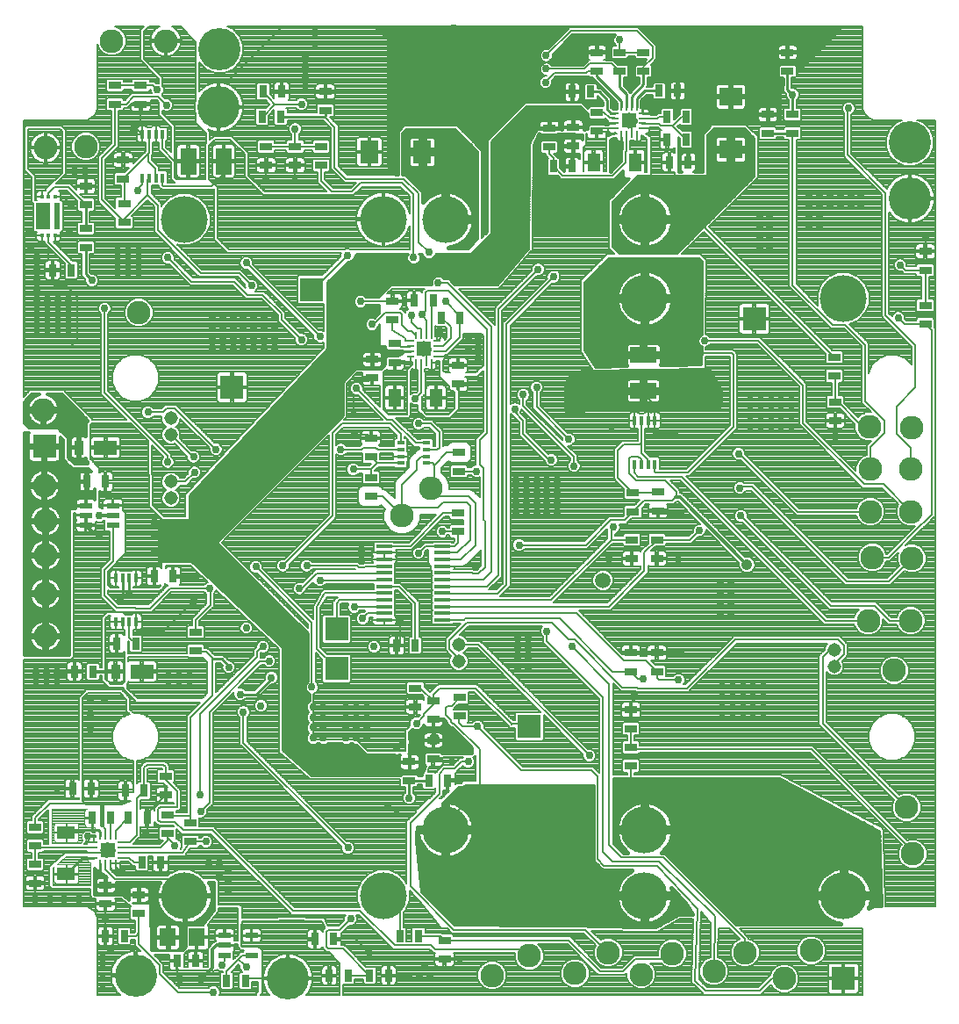
<source format=gtl>
G75*
%MOIN*%
%OFA0B0*%
%FSLAX25Y25*%
%IPPOS*%
%LPD*%
%AMOC8*
5,1,8,0,0,1.08239X$1,22.5*
%
%ADD10R,0.03150X0.04724*%
%ADD11R,0.04724X0.03150*%
%ADD12R,0.08661X0.05512*%
%ADD13R,0.03543X0.05512*%
%ADD14R,0.04921X0.06890*%
%ADD15C,0.17780*%
%ADD16R,0.10000X0.05984*%
%ADD17R,0.10000X0.05945*%
%ADD18R,0.04724X0.02362*%
%ADD19R,0.04803X0.02441*%
%ADD20R,0.05709X0.05709*%
%ADD21R,0.02756X0.00984*%
%ADD22R,0.00984X0.02756*%
%ADD23C,0.09000*%
%ADD24C,0.16000*%
%ADD25R,0.09000X0.09000*%
%ADD26C,0.05150*%
%ADD27R,0.03150X0.01575*%
%ADD28R,0.06299X0.01181*%
%ADD29R,0.01654X0.03504*%
%ADD30R,0.06890X0.04921*%
%ADD31R,0.05984X0.10000*%
%ADD32R,0.05945X0.10000*%
%ADD33R,0.05591X0.09843*%
%ADD34R,0.02441X0.09843*%
%ADD35R,0.01575X0.01575*%
%ADD36R,0.06299X0.07087*%
%ADD37R,0.07087X0.08661*%
%ADD38R,0.08661X0.07087*%
%ADD39C,0.00800*%
%ADD40C,0.02978*%
%ADD41C,0.01200*%
%ADD42C,0.00600*%
%ADD43C,0.01600*%
%ADD44C,0.01000*%
%ADD45C,0.04000*%
%ADD46C,0.04750*%
%ADD47C,0.00984*%
%ADD48C,0.05906*%
%ADD49C,0.04159*%
%ADD50C,0.00492*%
D10*
X0079753Y0100225D03*
X0086839Y0100225D03*
X0106918Y0090776D03*
X0114005Y0090776D03*
X0125816Y0083296D03*
X0132902Y0083296D03*
X0159280Y0099044D03*
X0166367Y0099044D03*
X0164792Y0085265D03*
X0171879Y0085265D03*
X0180146Y0085265D03*
X0187233Y0085265D03*
X0191564Y0100225D03*
X0198650Y0100225D03*
X0202587Y0159280D03*
X0209674Y0159280D03*
X0197469Y0210461D03*
X0190383Y0210461D03*
X0105343Y0236839D03*
X0098257Y0236839D03*
X0091170Y0211249D03*
X0084083Y0211249D03*
X0075028Y0200619D03*
X0067942Y0200619D03*
X0067154Y0156131D03*
X0074241Y0156131D03*
X0074635Y0145107D03*
X0081721Y0145107D03*
X0088414Y0145107D03*
X0095501Y0145107D03*
X0094320Y0155343D03*
X0087233Y0155343D03*
X0093532Y0128178D03*
X0100619Y0128178D03*
X0079753Y0272666D03*
X0072666Y0272666D03*
X0066761Y0352981D03*
X0059674Y0352981D03*
X0139202Y0411249D03*
X0146288Y0411249D03*
X0146682Y0420698D03*
X0139595Y0420698D03*
X0197076Y0341564D03*
X0204162Y0341564D03*
X0207312Y0334871D03*
X0214398Y0334871D03*
X0249831Y0392351D03*
X0256918Y0392351D03*
X0256918Y0420698D03*
X0264005Y0420698D03*
X0289989Y0421091D03*
X0297076Y0421091D03*
X0300225Y0411249D03*
X0293139Y0411249D03*
X0293139Y0402587D03*
X0300225Y0402587D03*
X0301013Y0393926D03*
X0293926Y0393926D03*
D11*
X0266367Y0405737D03*
X0266367Y0412824D03*
X0257312Y0407312D03*
X0257312Y0400225D03*
X0248257Y0399831D03*
X0248257Y0406918D03*
X0266367Y0428572D03*
X0266367Y0435658D03*
X0275028Y0435658D03*
X0275028Y0428572D03*
X0284083Y0428572D03*
X0284083Y0435658D03*
X0331328Y0412036D03*
X0331328Y0404950D03*
X0340776Y0404950D03*
X0340776Y0412036D03*
X0338808Y0428572D03*
X0338808Y0435658D03*
X0391170Y0360068D03*
X0391170Y0352981D03*
X0391170Y0339595D03*
X0391170Y0332509D03*
X0356524Y0319910D03*
X0356524Y0312824D03*
X0356918Y0302981D03*
X0356918Y0295894D03*
X0289595Y0268729D03*
X0289595Y0261643D03*
X0289202Y0250619D03*
X0289202Y0243532D03*
X0279753Y0243532D03*
X0279753Y0250619D03*
X0280146Y0261249D03*
X0280146Y0268335D03*
X0279359Y0207706D03*
X0279359Y0200619D03*
X0289202Y0200619D03*
X0289202Y0207706D03*
X0279359Y0186052D03*
X0279359Y0178965D03*
X0279359Y0171879D03*
X0279359Y0164792D03*
X0214398Y0183690D03*
X0214398Y0190776D03*
X0204162Y0189595D03*
X0204162Y0182509D03*
X0204162Y0174635D03*
X0204162Y0167548D03*
X0195107Y0166367D03*
X0195107Y0159280D03*
X0197469Y0187233D03*
X0197469Y0194320D03*
X0213611Y0253769D03*
X0213611Y0260855D03*
X0214005Y0276603D03*
X0214005Y0283690D03*
X0213611Y0309674D03*
X0213611Y0316761D03*
X0189595Y0317942D03*
X0189595Y0325028D03*
X0188808Y0334083D03*
X0188808Y0341170D03*
X0180934Y0319123D03*
X0180934Y0312036D03*
X0180540Y0289202D03*
X0180540Y0282115D03*
X0180540Y0274241D03*
X0180540Y0267154D03*
X0114005Y0215580D03*
X0114005Y0208493D03*
X0102587Y0160855D03*
X0102587Y0153769D03*
X0103375Y0146288D03*
X0103375Y0139202D03*
X0112036Y0136052D03*
X0112036Y0143139D03*
X0092351Y0115973D03*
X0092351Y0108887D03*
X0079753Y0112430D03*
X0079753Y0119517D03*
X0052981Y0120304D03*
X0052981Y0127391D03*
X0052981Y0134477D03*
X0052981Y0141564D03*
X0208493Y0098650D03*
X0208493Y0091564D03*
X0072272Y0361643D03*
X0072272Y0368729D03*
X0072272Y0377784D03*
X0072272Y0384871D03*
X0086446Y0387627D03*
X0086446Y0394713D03*
X0086839Y0378178D03*
X0086839Y0371091D03*
X0083296Y0415973D03*
X0083296Y0423060D03*
X0093139Y0423060D03*
X0093139Y0415973D03*
X0140776Y0399831D03*
X0140776Y0392745D03*
X0151800Y0392745D03*
X0151800Y0399831D03*
X0161643Y0399831D03*
X0161643Y0392745D03*
X0163217Y0413611D03*
X0163217Y0420698D03*
D12*
X0079753Y0285658D03*
X0093532Y0200619D03*
D13*
X0083493Y0200619D03*
X0069713Y0285658D03*
D14*
X0189595Y0304556D03*
X0205343Y0304556D03*
X0265186Y0393926D03*
X0280934Y0393926D03*
D15*
X0284477Y0372272D03*
X0284477Y0342272D03*
X0360068Y0342272D03*
X0208887Y0372272D03*
X0185265Y0372272D03*
X0109674Y0372272D03*
X0208887Y0140580D03*
X0185265Y0115580D03*
X0109674Y0115580D03*
X0284477Y0115580D03*
X0284477Y0140580D03*
X0360068Y0115580D03*
D16*
X0284083Y0307272D03*
D17*
X0284083Y0320737D03*
D18*
X0135288Y0100422D03*
X0135288Y0092942D03*
X0125005Y0092942D03*
X0125005Y0096682D03*
X0125005Y0100422D03*
D19*
X0082587Y0256131D03*
X0082587Y0259871D03*
X0082587Y0263611D03*
X0072272Y0263611D03*
X0072272Y0259871D03*
X0072272Y0256131D03*
D20*
X0080540Y0132902D03*
X0200619Y0323060D03*
X0278572Y0409674D03*
D21*
X0283690Y0408690D03*
X0283690Y0410658D03*
X0283690Y0412627D03*
X0283690Y0406721D03*
X0273454Y0406721D03*
X0273454Y0408690D03*
X0273454Y0410658D03*
X0273454Y0412627D03*
X0205737Y0326013D03*
X0205737Y0324044D03*
X0205737Y0322076D03*
X0205737Y0320107D03*
X0195501Y0320107D03*
X0195501Y0322076D03*
X0195501Y0324044D03*
X0195501Y0326013D03*
X0085658Y0135855D03*
X0085658Y0133887D03*
X0085658Y0131918D03*
X0085658Y0129950D03*
X0075422Y0129950D03*
X0075422Y0131918D03*
X0075422Y0133887D03*
X0075422Y0135855D03*
D22*
X0077587Y0138020D03*
X0079556Y0138020D03*
X0081524Y0138020D03*
X0083493Y0138020D03*
X0083493Y0127784D03*
X0081524Y0127784D03*
X0079556Y0127784D03*
X0077587Y0127784D03*
X0197666Y0317942D03*
X0199635Y0317942D03*
X0201603Y0317942D03*
X0203572Y0317942D03*
X0203572Y0328178D03*
X0201603Y0328178D03*
X0199635Y0328178D03*
X0197666Y0328178D03*
X0275619Y0404556D03*
X0277587Y0404556D03*
X0279556Y0404556D03*
X0281524Y0404556D03*
X0281524Y0414792D03*
X0279556Y0414792D03*
X0277587Y0414792D03*
X0275619Y0414792D03*
D23*
X0369910Y0293532D03*
X0370304Y0277391D03*
X0385658Y0277391D03*
X0386052Y0293139D03*
X0385658Y0261249D03*
X0386052Y0243532D03*
X0371091Y0243926D03*
X0370304Y0261249D03*
X0369517Y0219910D03*
X0385658Y0219910D03*
X0379359Y0201013D03*
X0384083Y0149044D03*
X0386446Y0131328D03*
X0347863Y0094713D03*
X0337627Y0084083D03*
X0322666Y0093926D03*
X0310855Y0086839D03*
X0295107Y0093532D03*
X0283296Y0085658D03*
X0270698Y0093926D03*
X0258099Y0086052D03*
X0240776Y0092745D03*
X0226603Y0085265D03*
X0192351Y0259674D03*
X0203375Y0270304D03*
X0092351Y0336839D03*
X0056131Y0299831D03*
X0056524Y0271091D03*
X0056918Y0257706D03*
X0056918Y0244713D03*
X0056918Y0230146D03*
X0056918Y0214005D03*
X0056918Y0399438D03*
X0072272Y0399831D03*
X0082115Y0439989D03*
X0102587Y0439989D03*
D24*
X0123060Y0436839D03*
X0122666Y0414792D03*
X0385265Y0401406D03*
X0385265Y0380146D03*
X0149044Y0084083D03*
X0091170Y0085265D03*
D25*
X0167548Y0201800D03*
X0167548Y0216761D03*
X0240776Y0179753D03*
X0127784Y0308493D03*
X0158099Y0345501D03*
X0056524Y0286052D03*
X0326209Y0334477D03*
X0360068Y0084083D03*
D26*
X0356524Y0202587D03*
X0356524Y0208887D03*
X0214005Y0210855D03*
X0214005Y0204556D03*
X0104556Y0266367D03*
X0104556Y0272666D03*
X0104556Y0290383D03*
X0104556Y0296682D03*
D27*
X0191839Y0287367D03*
X0191839Y0284808D03*
X0191839Y0282249D03*
X0191839Y0279690D03*
X0201682Y0279690D03*
X0201682Y0282249D03*
X0201682Y0284808D03*
X0201682Y0287367D03*
D28*
X0207706Y0248257D03*
X0207706Y0245698D03*
X0207706Y0243139D03*
X0207706Y0240580D03*
X0207706Y0238020D03*
X0207706Y0235461D03*
X0207706Y0232902D03*
X0207706Y0230343D03*
X0207706Y0227784D03*
X0207706Y0225225D03*
X0207706Y0222666D03*
X0207706Y0220107D03*
X0185658Y0220107D03*
X0185658Y0222666D03*
X0185658Y0225225D03*
X0185658Y0227784D03*
X0185658Y0230343D03*
X0185658Y0232902D03*
X0185658Y0235461D03*
X0185658Y0238020D03*
X0185658Y0240580D03*
X0185658Y0243139D03*
X0185658Y0245698D03*
X0185658Y0248257D03*
D29*
X0091367Y0236091D03*
X0088808Y0236091D03*
X0086249Y0236091D03*
X0083690Y0236091D03*
X0083690Y0219517D03*
X0086249Y0219517D03*
X0088808Y0219517D03*
X0091367Y0219517D03*
X0093729Y0387981D03*
X0096288Y0387981D03*
X0098847Y0387981D03*
X0101406Y0387981D03*
X0101406Y0404556D03*
X0098847Y0404556D03*
X0096288Y0404556D03*
X0093729Y0404556D03*
X0280737Y0295894D03*
X0283296Y0295894D03*
X0285855Y0295894D03*
X0288414Y0295894D03*
X0288414Y0279320D03*
X0285855Y0279320D03*
X0283296Y0279320D03*
X0280737Y0279320D03*
D30*
X0064792Y0139595D03*
X0064792Y0123847D03*
D31*
X0111209Y0394320D03*
D32*
X0124674Y0394320D03*
D33*
X0055973Y0373454D03*
D34*
X0061446Y0373454D03*
D35*
X0060619Y0366013D03*
X0058060Y0366013D03*
X0055501Y0366013D03*
X0055501Y0380973D03*
X0058060Y0380973D03*
X0060619Y0380973D03*
D36*
X0103375Y0099831D03*
X0114398Y0099831D03*
D37*
X0179950Y0397863D03*
X0200028Y0397863D03*
D38*
X0317154Y0398847D03*
X0317154Y0418926D03*
D39*
X0076685Y0107165D02*
X0076685Y0077866D01*
X0085371Y0077866D01*
X0084897Y0078244D01*
X0084150Y0078991D01*
X0083492Y0079816D01*
X0082930Y0080710D01*
X0082472Y0081662D01*
X0082123Y0082658D01*
X0081888Y0083688D01*
X0081770Y0084737D01*
X0081770Y0084865D01*
X0090770Y0084865D01*
X0090770Y0085665D01*
X0090770Y0094665D01*
X0090642Y0094665D01*
X0089593Y0094546D01*
X0088564Y0094311D01*
X0087567Y0093963D01*
X0086616Y0093505D01*
X0085722Y0092943D01*
X0084897Y0092285D01*
X0084150Y0091538D01*
X0083492Y0090713D01*
X0082930Y0089819D01*
X0082472Y0088867D01*
X0082123Y0087871D01*
X0081888Y0086842D01*
X0081770Y0085792D01*
X0081770Y0085665D01*
X0090770Y0085665D01*
X0091570Y0085665D01*
X0091570Y0094665D01*
X0091698Y0094665D01*
X0092747Y0094546D01*
X0092970Y0094495D01*
X0090951Y0096514D01*
X0090951Y0098825D01*
X0089414Y0098825D01*
X0089414Y0097449D01*
X0088828Y0096863D01*
X0084850Y0096863D01*
X0084265Y0097449D01*
X0084265Y0103002D01*
X0084850Y0103587D01*
X0088828Y0103587D01*
X0089414Y0103002D01*
X0089414Y0101625D01*
X0090590Y0101625D01*
X0090951Y0101986D01*
X0090951Y0106312D01*
X0089575Y0106312D01*
X0088989Y0106898D01*
X0088989Y0110876D01*
X0089445Y0111331D01*
X0089371Y0111331D01*
X0088992Y0111710D01*
X0085529Y0114481D01*
X0083437Y0114481D01*
X0083515Y0114189D01*
X0083515Y0112817D01*
X0080140Y0112817D01*
X0080140Y0112042D01*
X0080140Y0109455D01*
X0082299Y0109455D01*
X0082655Y0109551D01*
X0082975Y0109735D01*
X0083235Y0109995D01*
X0083420Y0110315D01*
X0083515Y0110671D01*
X0083515Y0112042D01*
X0080140Y0112042D01*
X0079365Y0112042D01*
X0079365Y0109455D01*
X0077206Y0109455D01*
X0076850Y0109551D01*
X0076531Y0109735D01*
X0076270Y0109995D01*
X0076086Y0110315D01*
X0075991Y0110671D01*
X0075991Y0112042D01*
X0079365Y0112042D01*
X0079365Y0112817D01*
X0075991Y0112817D01*
X0075991Y0114189D01*
X0076069Y0114481D01*
X0074804Y0114481D01*
X0073930Y0115355D01*
X0073930Y0116591D01*
X0073930Y0118270D01*
X0059158Y0118270D01*
X0058428Y0119000D01*
X0058428Y0125753D01*
X0058389Y0125799D01*
X0058428Y0126261D01*
X0058428Y0126726D01*
X0058470Y0126768D01*
X0058475Y0126827D01*
X0058830Y0127127D01*
X0059158Y0127455D01*
X0059218Y0127455D01*
X0063948Y0131458D01*
X0064276Y0131786D01*
X0064336Y0131786D01*
X0064381Y0131825D01*
X0064844Y0131786D01*
X0072644Y0131786D01*
X0072644Y0131918D01*
X0075422Y0131918D01*
X0075422Y0131918D01*
X0079556Y0131918D01*
X0080540Y0132902D01*
X0079359Y0131721D01*
X0080140Y0131756D02*
X0080940Y0131756D01*
X0080940Y0132502D02*
X0080940Y0130562D01*
X0080848Y0130562D01*
X0080492Y0130467D01*
X0080173Y0130282D01*
X0080140Y0130250D01*
X0080140Y0132502D01*
X0080940Y0132502D01*
X0083280Y0132502D01*
X0083280Y0132824D01*
X0083358Y0132902D01*
X0083280Y0132980D01*
X0083280Y0133302D01*
X0080940Y0133302D01*
X0080940Y0132502D01*
X0080940Y0132554D02*
X0083280Y0132554D01*
X0080940Y0133302D02*
X0080940Y0135643D01*
X0080618Y0135643D01*
X0080540Y0135720D01*
X0080462Y0135643D01*
X0080140Y0135643D01*
X0080140Y0133302D01*
X0077888Y0133302D01*
X0077920Y0133270D01*
X0078105Y0132951D01*
X0078200Y0132595D01*
X0078200Y0132502D01*
X0080140Y0132502D01*
X0080140Y0133302D01*
X0080940Y0133302D01*
X0080940Y0133353D02*
X0080140Y0133353D01*
X0080140Y0132554D02*
X0078200Y0132554D01*
X0080140Y0130957D02*
X0080940Y0130957D01*
X0080940Y0134152D02*
X0080140Y0134152D01*
X0080140Y0134950D02*
X0080940Y0134950D01*
X0081524Y0138020D02*
X0081524Y0144910D01*
X0081721Y0145107D01*
X0078178Y0142351D02*
X0079556Y0140973D01*
X0079556Y0138020D01*
X0076095Y0138144D02*
X0073888Y0138144D01*
X0074052Y0138349D02*
X0076095Y0138349D01*
X0076095Y0137747D01*
X0075422Y0137747D01*
X0073860Y0137747D01*
X0073504Y0137652D01*
X0073487Y0137642D01*
X0074052Y0138349D01*
X0073060Y0137995D02*
X0073060Y0137627D01*
X0073454Y0137233D01*
X0073454Y0136052D01*
X0073650Y0135855D01*
X0075422Y0135855D01*
X0072644Y0135855D01*
X0072644Y0135287D01*
X0071602Y0135287D01*
X0072667Y0136618D01*
X0072644Y0136532D01*
X0072644Y0135855D01*
X0075422Y0135855D01*
X0075422Y0135855D01*
X0075422Y0137747D01*
X0075422Y0135855D01*
X0075422Y0135855D01*
X0075422Y0136547D02*
X0075422Y0136547D01*
X0075422Y0137346D02*
X0075422Y0137346D01*
X0072648Y0136547D02*
X0072611Y0136547D01*
X0072644Y0135749D02*
X0071972Y0135749D01*
X0072644Y0132487D02*
X0072644Y0131918D01*
X0075422Y0131918D01*
X0075422Y0133887D02*
X0053572Y0133887D01*
X0052981Y0134477D01*
X0052981Y0127391D01*
X0051581Y0129965D02*
X0050205Y0129965D01*
X0049619Y0129380D01*
X0049619Y0125402D01*
X0050205Y0124816D01*
X0055758Y0124816D01*
X0056343Y0125402D01*
X0056343Y0129380D01*
X0055758Y0129965D01*
X0054381Y0129965D01*
X0054381Y0131902D01*
X0055758Y0131902D01*
X0056342Y0132487D01*
X0072644Y0132487D01*
X0064246Y0131756D02*
X0054381Y0131756D01*
X0054381Y0130957D02*
X0063356Y0130957D01*
X0062413Y0130159D02*
X0054381Y0130159D01*
X0056343Y0129360D02*
X0061469Y0129360D01*
X0060525Y0128562D02*
X0056343Y0128562D01*
X0056343Y0127763D02*
X0059581Y0127763D01*
X0058638Y0126965D02*
X0056343Y0126965D01*
X0056343Y0126166D02*
X0058420Y0126166D01*
X0058428Y0125368D02*
X0056310Y0125368D01*
X0055884Y0123183D02*
X0055528Y0123279D01*
X0053369Y0123279D01*
X0053369Y0120691D01*
X0056743Y0120691D01*
X0056743Y0122063D01*
X0056648Y0122419D01*
X0056464Y0122738D01*
X0056203Y0122999D01*
X0055884Y0123183D01*
X0056230Y0122972D02*
X0058428Y0122972D01*
X0058428Y0122174D02*
X0056714Y0122174D01*
X0056743Y0121375D02*
X0058428Y0121375D01*
X0058428Y0120577D02*
X0053369Y0120577D01*
X0053369Y0120691D02*
X0053369Y0119917D01*
X0056743Y0119917D01*
X0056743Y0118545D01*
X0056648Y0118189D01*
X0056464Y0117870D01*
X0056203Y0117609D01*
X0055884Y0117425D01*
X0055528Y0117329D01*
X0053369Y0117329D01*
X0053369Y0119916D01*
X0052594Y0119916D01*
X0052594Y0117329D01*
X0050435Y0117329D01*
X0050079Y0117425D01*
X0049759Y0117609D01*
X0049499Y0117870D01*
X0049314Y0118189D01*
X0049219Y0118545D01*
X0049219Y0119917D01*
X0052594Y0119917D01*
X0052594Y0120691D01*
X0049219Y0120691D01*
X0049219Y0122063D01*
X0049314Y0122419D01*
X0049499Y0122738D01*
X0049759Y0122999D01*
X0050079Y0123183D01*
X0050435Y0123279D01*
X0052594Y0123279D01*
X0052594Y0120691D01*
X0053369Y0120691D01*
X0052981Y0120304D02*
X0052981Y0114005D01*
X0052594Y0117383D02*
X0053369Y0117383D01*
X0053369Y0118181D02*
X0052594Y0118181D01*
X0052594Y0118980D02*
X0053369Y0118980D01*
X0053369Y0119778D02*
X0052594Y0119778D01*
X0052594Y0120577D02*
X0048732Y0120577D01*
X0048732Y0121375D02*
X0049219Y0121375D01*
X0049249Y0122174D02*
X0048732Y0122174D01*
X0048732Y0122972D02*
X0049733Y0122972D01*
X0048732Y0123771D02*
X0058428Y0123771D01*
X0058428Y0124569D02*
X0048732Y0124569D01*
X0048732Y0125368D02*
X0049653Y0125368D01*
X0049619Y0126166D02*
X0048732Y0126166D01*
X0048732Y0126965D02*
X0049619Y0126965D01*
X0049619Y0127763D02*
X0048732Y0127763D01*
X0048732Y0128562D02*
X0049619Y0128562D01*
X0049619Y0129360D02*
X0048732Y0129360D01*
X0048732Y0130159D02*
X0051581Y0130159D01*
X0051581Y0129965D02*
X0051581Y0131902D01*
X0050205Y0131902D01*
X0049619Y0132488D01*
X0049619Y0136466D01*
X0050205Y0137052D01*
X0055758Y0137052D01*
X0056343Y0136466D01*
X0056343Y0135287D01*
X0058034Y0135287D01*
X0058034Y0148180D01*
X0054381Y0144527D01*
X0054381Y0144139D01*
X0055758Y0144139D01*
X0056343Y0143553D01*
X0056343Y0139575D01*
X0055758Y0138989D01*
X0050205Y0138989D01*
X0049619Y0139575D01*
X0049619Y0143553D01*
X0050205Y0144139D01*
X0051581Y0144139D01*
X0051581Y0145687D01*
X0057093Y0151199D01*
X0057913Y0152019D01*
X0069691Y0152019D01*
X0069691Y0152751D01*
X0069589Y0152648D01*
X0069270Y0152464D01*
X0068913Y0152369D01*
X0067542Y0152369D01*
X0067542Y0155743D01*
X0066767Y0155743D01*
X0066767Y0152368D01*
X0065395Y0152369D01*
X0065039Y0152464D01*
X0064720Y0152648D01*
X0064459Y0152909D01*
X0064275Y0153228D01*
X0064180Y0153584D01*
X0064180Y0155743D01*
X0066767Y0155743D01*
X0066767Y0156518D01*
X0064180Y0156518D01*
X0064180Y0158677D01*
X0064275Y0159033D01*
X0064459Y0159353D01*
X0064720Y0159613D01*
X0065039Y0159797D01*
X0065395Y0159893D01*
X0066767Y0159893D01*
X0066767Y0156518D01*
X0067542Y0156518D01*
X0067542Y0159893D01*
X0068913Y0159893D01*
X0069270Y0159797D01*
X0069589Y0159613D01*
X0069691Y0159511D01*
X0069691Y0190963D01*
X0071660Y0192931D01*
X0072480Y0193751D01*
X0085844Y0193751D01*
X0088207Y0191389D01*
X0089027Y0190569D01*
X0089027Y0186238D01*
X0090581Y0184684D01*
X0092934Y0184684D01*
X0096194Y0183334D01*
X0098688Y0180839D01*
X0100039Y0177580D01*
X0100039Y0174052D01*
X0098688Y0170792D01*
X0096194Y0168297D01*
X0092934Y0166947D01*
X0091626Y0166947D01*
X0091754Y0158129D01*
X0092331Y0158705D01*
X0092920Y0158705D01*
X0092920Y0164585D01*
X0093740Y0165405D01*
X0093740Y0165405D01*
X0094101Y0165766D01*
X0094101Y0165766D01*
X0094921Y0166586D01*
X0102380Y0166586D01*
X0103200Y0165766D01*
X0103987Y0164978D01*
X0103987Y0163430D01*
X0105364Y0163430D01*
X0105950Y0162844D01*
X0105950Y0158866D01*
X0105527Y0158443D01*
X0107517Y0156453D01*
X0108337Y0155633D01*
X0108337Y0148483D01*
X0107517Y0147663D01*
X0106737Y0147663D01*
X0106737Y0147294D01*
X0110636Y0147294D01*
X0110636Y0183876D01*
X0115743Y0188983D01*
X0091378Y0188983D01*
X0090557Y0189803D01*
X0086620Y0193740D01*
X0086620Y0194494D01*
X0081141Y0194494D01*
X0080321Y0195315D01*
X0078353Y0197283D01*
X0078353Y0199019D01*
X0077603Y0199019D01*
X0077603Y0197842D01*
X0077017Y0197257D01*
X0073039Y0197257D01*
X0072454Y0197842D01*
X0072454Y0203395D01*
X0073039Y0203981D01*
X0077017Y0203981D01*
X0077603Y0203395D01*
X0077603Y0202219D01*
X0078353Y0202219D01*
X0078353Y0221278D01*
X0079173Y0222098D01*
X0080354Y0223279D01*
X0086238Y0223279D01*
X0087248Y0222268D01*
X0087490Y0222268D01*
X0087528Y0222230D01*
X0087567Y0222268D01*
X0089560Y0222268D01*
X0089681Y0222389D01*
X0090000Y0222573D01*
X0090356Y0222668D01*
X0091354Y0222668D01*
X0091354Y0219530D01*
X0091380Y0219530D01*
X0091380Y0222668D01*
X0092378Y0222668D01*
X0092734Y0222573D01*
X0093053Y0222389D01*
X0093314Y0222128D01*
X0093498Y0221809D01*
X0093594Y0221453D01*
X0093594Y0219530D01*
X0091380Y0219530D01*
X0091380Y0219503D01*
X0091380Y0216365D01*
X0092378Y0216365D01*
X0092734Y0216460D01*
X0093053Y0216644D01*
X0093314Y0216905D01*
X0093498Y0217224D01*
X0093594Y0217580D01*
X0093594Y0219503D01*
X0091380Y0219503D01*
X0091354Y0219503D01*
X0091354Y0216365D01*
X0090356Y0216365D01*
X0090208Y0216404D01*
X0090208Y0214611D01*
X0093159Y0214611D01*
X0093745Y0214025D01*
X0093745Y0208472D01*
X0093159Y0207887D01*
X0089181Y0207887D01*
X0088595Y0208472D01*
X0088595Y0211844D01*
X0088239Y0212200D01*
X0088239Y0207531D01*
X0110643Y0207531D01*
X0110643Y0210482D01*
X0111228Y0211068D01*
X0116781Y0211068D01*
X0117367Y0210482D01*
X0117367Y0209499D01*
X0118522Y0209499D01*
X0119342Y0208679D01*
X0121178Y0206843D01*
X0124469Y0206843D01*
X0126629Y0204683D01*
X0127098Y0204683D01*
X0128013Y0204304D01*
X0128713Y0203604D01*
X0129092Y0202689D01*
X0129092Y0201699D01*
X0128713Y0200784D01*
X0128013Y0200084D01*
X0127098Y0199705D01*
X0126108Y0199705D01*
X0125193Y0200084D01*
X0124493Y0200784D01*
X0124114Y0201699D01*
X0124114Y0202689D01*
X0124192Y0202877D01*
X0123226Y0203843D01*
X0121704Y0203843D01*
X0121704Y0192681D01*
X0135858Y0206835D01*
X0135858Y0208704D01*
X0136678Y0209524D01*
X0137106Y0209952D01*
X0137106Y0210563D01*
X0137485Y0211478D01*
X0138185Y0212178D01*
X0139100Y0212557D01*
X0140090Y0212557D01*
X0141005Y0212178D01*
X0141705Y0211478D01*
X0142084Y0210563D01*
X0142084Y0209573D01*
X0141705Y0208658D01*
X0141005Y0207958D01*
X0140090Y0207579D01*
X0139100Y0207579D01*
X0138812Y0207698D01*
X0138658Y0207545D01*
X0138658Y0205956D01*
X0139843Y0205956D01*
X0139847Y0205966D01*
X0140548Y0206666D01*
X0141462Y0207045D01*
X0142453Y0207045D01*
X0143367Y0206666D01*
X0144068Y0205966D01*
X0144446Y0205051D01*
X0144446Y0204061D01*
X0144068Y0203146D01*
X0143367Y0202446D01*
X0142453Y0202067D01*
X0141462Y0202067D01*
X0140548Y0202446D01*
X0139847Y0203146D01*
X0139843Y0203156D01*
X0138994Y0203156D01*
X0130176Y0194337D01*
X0130439Y0194446D01*
X0131429Y0194446D01*
X0132344Y0194068D01*
X0132954Y0193457D01*
X0136218Y0193457D01*
X0140334Y0197573D01*
X0140256Y0197762D01*
X0140256Y0198752D01*
X0140635Y0199667D01*
X0141335Y0200367D01*
X0142250Y0200746D01*
X0143240Y0200746D01*
X0144155Y0200367D01*
X0144855Y0199667D01*
X0145234Y0198752D01*
X0145234Y0197762D01*
X0144855Y0196847D01*
X0144155Y0196147D01*
X0143240Y0195768D01*
X0142771Y0195768D01*
X0137461Y0190457D01*
X0132954Y0190457D01*
X0132344Y0189847D01*
X0131429Y0189469D01*
X0130439Y0189469D01*
X0129524Y0189847D01*
X0128824Y0190548D01*
X0128445Y0191462D01*
X0128445Y0192453D01*
X0128554Y0192716D01*
X0120573Y0184735D01*
X0120573Y0150224D01*
X0119753Y0149403D01*
X0118419Y0148069D01*
X0118462Y0147964D01*
X0118462Y0146974D01*
X0118083Y0146059D01*
X0117383Y0145359D01*
X0116468Y0144980D01*
X0115478Y0144980D01*
X0115398Y0145013D01*
X0115398Y0141764D01*
X0120903Y0141764D01*
X0121723Y0140944D01*
X0151592Y0111074D01*
X0176426Y0111074D01*
X0175375Y0113612D01*
X0175375Y0117547D01*
X0176880Y0121182D01*
X0179662Y0123964D01*
X0183297Y0125469D01*
X0187232Y0125469D01*
X0190867Y0123964D01*
X0193649Y0121182D01*
X0194101Y0120090D01*
X0194101Y0143718D01*
X0197638Y0147255D01*
X0197638Y0147821D01*
X0197767Y0147951D01*
X0197800Y0148131D01*
X0198280Y0148463D01*
X0201181Y0151364D01*
X0202236Y0152419D01*
X0202801Y0152419D01*
X0205124Y0154742D01*
X0205124Y0156466D01*
X0204576Y0155918D01*
X0200598Y0155918D01*
X0200013Y0156504D01*
X0200013Y0157780D01*
X0198469Y0157780D01*
X0198469Y0157291D01*
X0197884Y0156706D01*
X0196607Y0156706D01*
X0196607Y0154607D01*
X0197217Y0153997D01*
X0197596Y0153082D01*
X0197596Y0152092D01*
X0197217Y0151178D01*
X0196517Y0150477D01*
X0195602Y0150098D01*
X0194612Y0150098D01*
X0193697Y0150477D01*
X0192997Y0151178D01*
X0192618Y0152092D01*
X0192618Y0153082D01*
X0192997Y0153997D01*
X0193607Y0154607D01*
X0193607Y0156706D01*
X0192331Y0156706D01*
X0191745Y0157291D01*
X0191745Y0159749D01*
X0158157Y0159749D01*
X0157595Y0159706D01*
X0157544Y0159749D01*
X0157478Y0159749D01*
X0157079Y0160147D01*
X0146521Y0169198D01*
X0146454Y0169198D01*
X0146056Y0169596D01*
X0145628Y0169963D01*
X0145623Y0170029D01*
X0145576Y0170076D01*
X0145576Y0170640D01*
X0145532Y0171202D01*
X0145576Y0171253D01*
X0145576Y0209027D01*
X0121710Y0231536D01*
X0121366Y0230705D01*
X0120917Y0230256D01*
X0120917Y0225236D01*
X0120096Y0224416D01*
X0115405Y0219724D01*
X0115405Y0218154D01*
X0116781Y0218154D01*
X0117367Y0217569D01*
X0117367Y0213591D01*
X0116781Y0213005D01*
X0111228Y0213005D01*
X0110643Y0213591D01*
X0110643Y0217569D01*
X0111228Y0218154D01*
X0112605Y0218154D01*
X0112605Y0220884D01*
X0118117Y0226396D01*
X0118117Y0229893D01*
X0117846Y0230005D01*
X0117146Y0230705D01*
X0117142Y0230715D01*
X0104742Y0230715D01*
X0097262Y0223235D01*
X0090590Y0223235D01*
X0090523Y0223302D01*
X0083571Y0223302D01*
X0077959Y0228913D01*
X0077959Y0239781D01*
X0078779Y0240602D01*
X0080031Y0241853D01*
X0080354Y0242176D01*
X0080354Y0242176D01*
X0081187Y0243010D01*
X0081187Y0253910D01*
X0079772Y0253910D01*
X0079186Y0254496D01*
X0079186Y0257765D01*
X0079421Y0258001D01*
X0079348Y0258074D01*
X0079310Y0258074D01*
X0078800Y0257564D01*
X0077886Y0257185D01*
X0076895Y0257185D01*
X0076074Y0257525D01*
X0076074Y0256341D01*
X0072483Y0256341D01*
X0072483Y0255920D01*
X0072483Y0253510D01*
X0074858Y0253510D01*
X0075214Y0253606D01*
X0075534Y0253790D01*
X0075794Y0254051D01*
X0075979Y0254370D01*
X0076074Y0254726D01*
X0076074Y0255920D01*
X0072483Y0255920D01*
X0072062Y0255920D01*
X0072062Y0253510D01*
X0069687Y0253510D01*
X0069330Y0253606D01*
X0069011Y0253790D01*
X0068751Y0254051D01*
X0068566Y0254370D01*
X0068471Y0254726D01*
X0068471Y0255920D01*
X0072062Y0255920D01*
X0072062Y0256341D01*
X0068471Y0256341D01*
X0068471Y0257535D01*
X0068566Y0257892D01*
X0068629Y0258001D01*
X0068566Y0258110D01*
X0068471Y0258466D01*
X0068471Y0259661D01*
X0072062Y0259661D01*
X0072062Y0260081D01*
X0068471Y0260081D01*
X0068471Y0260830D01*
X0067573Y0260830D01*
X0067573Y0206255D01*
X0066636Y0205318D01*
X0048732Y0205318D01*
X0048732Y0111331D01*
X0072519Y0111331D01*
X0074431Y0110539D01*
X0075893Y0109076D01*
X0076685Y0107165D01*
X0076685Y0107002D02*
X0088989Y0107002D01*
X0088989Y0107801D02*
X0076422Y0107801D01*
X0076091Y0108599D02*
X0088989Y0108599D01*
X0088989Y0109398D02*
X0075572Y0109398D01*
X0076154Y0110196D02*
X0074773Y0110196D01*
X0075991Y0110995D02*
X0073331Y0110995D01*
X0075991Y0111793D02*
X0048732Y0111793D01*
X0048732Y0112592D02*
X0079365Y0112592D01*
X0079753Y0112430D02*
X0079753Y0106918D01*
X0079753Y0100225D01*
X0080140Y0099838D02*
X0080140Y0100613D01*
X0079365Y0100613D01*
X0079365Y0103987D01*
X0077994Y0103987D01*
X0077638Y0103892D01*
X0077318Y0103708D01*
X0077058Y0103447D01*
X0076873Y0103128D01*
X0076778Y0102772D01*
X0076778Y0100613D01*
X0079365Y0100613D01*
X0079365Y0099838D01*
X0076778Y0099838D01*
X0076778Y0097679D01*
X0076873Y0097323D01*
X0077058Y0097003D01*
X0077318Y0096743D01*
X0077638Y0096558D01*
X0077994Y0096463D01*
X0079365Y0096463D01*
X0079365Y0099838D01*
X0080140Y0099838D01*
X0082728Y0099838D01*
X0082728Y0097679D01*
X0082632Y0097323D01*
X0082448Y0097003D01*
X0082187Y0096743D01*
X0081868Y0096558D01*
X0081512Y0096463D01*
X0080140Y0096463D01*
X0080140Y0099838D01*
X0080140Y0099816D02*
X0079365Y0099816D01*
X0079365Y0100614D02*
X0080140Y0100614D01*
X0080140Y0100613D02*
X0080140Y0103987D01*
X0081512Y0103987D01*
X0081868Y0103892D01*
X0082187Y0103708D01*
X0082448Y0103447D01*
X0082632Y0103128D01*
X0082728Y0102772D01*
X0082728Y0100613D01*
X0080140Y0100613D01*
X0080140Y0101413D02*
X0079365Y0101413D01*
X0079365Y0102211D02*
X0080140Y0102211D01*
X0080140Y0103010D02*
X0079365Y0103010D01*
X0079365Y0103808D02*
X0080140Y0103808D01*
X0082013Y0103808D02*
X0090951Y0103808D01*
X0090951Y0103010D02*
X0089406Y0103010D01*
X0089414Y0102211D02*
X0090951Y0102211D01*
X0092351Y0101406D02*
X0092351Y0097094D01*
X0100370Y0089075D01*
X0100370Y0085907D01*
X0107312Y0078965D01*
X0120698Y0078965D01*
X0123024Y0079853D02*
X0137802Y0079853D01*
X0137802Y0079152D02*
X0137014Y0078364D01*
X0137014Y0077866D01*
X0122936Y0077866D01*
X0123187Y0078470D01*
X0123187Y0079460D01*
X0122808Y0080375D01*
X0122108Y0081075D01*
X0121193Y0081454D01*
X0120203Y0081454D01*
X0119288Y0081075D01*
X0118588Y0080375D01*
X0118583Y0080365D01*
X0107892Y0080365D01*
X0101770Y0086487D01*
X0101770Y0089655D01*
X0098204Y0093221D01*
X0103943Y0093221D01*
X0103943Y0091164D01*
X0106531Y0091164D01*
X0106531Y0090389D01*
X0107093Y0090389D01*
X0107093Y0087834D01*
X0107306Y0087622D01*
X0107306Y0087014D01*
X0120367Y0087014D01*
X0120590Y0086903D01*
X0120925Y0087014D01*
X0121278Y0087014D01*
X0121454Y0087191D01*
X0121690Y0087269D01*
X0121848Y0087585D01*
X0121896Y0087633D01*
X0122437Y0087092D01*
X0123352Y0086713D01*
X0124342Y0086713D01*
X0124416Y0086743D01*
X0124416Y0086658D01*
X0123827Y0086658D01*
X0123241Y0086072D01*
X0123241Y0080520D01*
X0123827Y0079934D01*
X0127805Y0079934D01*
X0128391Y0080520D01*
X0128391Y0086072D01*
X0127805Y0086658D01*
X0127615Y0086658D01*
X0130343Y0089387D01*
X0130811Y0088919D01*
X0130807Y0088909D01*
X0130807Y0087919D01*
X0131186Y0087004D01*
X0131532Y0086658D01*
X0130913Y0086658D01*
X0130328Y0086072D01*
X0130328Y0080520D01*
X0130913Y0079934D01*
X0134891Y0079934D01*
X0135477Y0080520D01*
X0135477Y0082683D01*
X0137802Y0082683D01*
X0137802Y0079152D01*
X0137704Y0079054D02*
X0123187Y0079054D01*
X0123098Y0078256D02*
X0137014Y0078256D01*
X0138496Y0077866D02*
X0139202Y0078572D01*
X0139202Y0094713D01*
X0137627Y0096288D01*
X0131721Y0096288D01*
X0131328Y0096682D01*
X0131328Y0103375D01*
X0131721Y0105737D01*
X0142351Y0105737D01*
X0149044Y0106131D01*
X0162036Y0105737D01*
X0162824Y0103769D01*
X0162824Y0103115D01*
X0162192Y0102483D01*
X0162192Y0101826D01*
X0162160Y0101947D01*
X0161975Y0102266D01*
X0161715Y0102527D01*
X0161395Y0102711D01*
X0161039Y0102806D01*
X0159668Y0102806D01*
X0159668Y0099432D01*
X0158893Y0099432D01*
X0158893Y0102806D01*
X0157521Y0102806D01*
X0157165Y0102711D01*
X0156846Y0102527D01*
X0156585Y0102266D01*
X0156401Y0101947D01*
X0156306Y0101591D01*
X0156305Y0099431D01*
X0158893Y0099431D01*
X0158893Y0098657D01*
X0156306Y0098657D01*
X0156306Y0096498D01*
X0156401Y0096141D01*
X0156585Y0095822D01*
X0156846Y0095562D01*
X0157165Y0095377D01*
X0157521Y0095282D01*
X0158893Y0095282D01*
X0158893Y0098657D01*
X0159668Y0098657D01*
X0159668Y0095282D01*
X0161039Y0095282D01*
X0161395Y0095377D01*
X0161715Y0095562D01*
X0161975Y0095822D01*
X0162160Y0096141D01*
X0162192Y0096263D01*
X0162192Y0095605D01*
X0162895Y0094902D01*
X0163715Y0094082D01*
X0164636Y0094082D01*
X0168729Y0089989D01*
X0168729Y0077866D01*
X0156109Y0077866D01*
X0156722Y0078635D01*
X0157284Y0079529D01*
X0157742Y0080481D01*
X0158091Y0081477D01*
X0158326Y0082506D01*
X0158444Y0083556D01*
X0158444Y0083683D01*
X0149444Y0083683D01*
X0149444Y0084483D01*
X0158444Y0084483D01*
X0158444Y0084611D01*
X0158326Y0085661D01*
X0158091Y0086690D01*
X0157742Y0087686D01*
X0157284Y0088638D01*
X0156722Y0089532D01*
X0156064Y0090357D01*
X0155318Y0091104D01*
X0154492Y0091762D01*
X0153598Y0092324D01*
X0152647Y0092782D01*
X0151650Y0093130D01*
X0150621Y0093365D01*
X0149572Y0093483D01*
X0149444Y0093483D01*
X0149444Y0084484D01*
X0148644Y0084484D01*
X0148644Y0093483D01*
X0148516Y0093483D01*
X0147467Y0093365D01*
X0146438Y0093130D01*
X0145441Y0092782D01*
X0144490Y0092324D01*
X0143596Y0091762D01*
X0142771Y0091104D01*
X0142024Y0090357D01*
X0141366Y0089532D01*
X0140804Y0088638D01*
X0140346Y0087686D01*
X0139997Y0086690D01*
X0139762Y0085661D01*
X0139644Y0084611D01*
X0139644Y0084483D01*
X0148644Y0084483D01*
X0148644Y0083683D01*
X0139644Y0083683D01*
X0139644Y0083556D01*
X0139762Y0082506D01*
X0139997Y0081477D01*
X0140346Y0080481D01*
X0140804Y0079529D01*
X0141366Y0078635D01*
X0141979Y0077866D01*
X0138496Y0077866D01*
X0138886Y0078256D02*
X0141669Y0078256D01*
X0141103Y0079054D02*
X0139202Y0079054D01*
X0139202Y0079853D02*
X0140648Y0079853D01*
X0140286Y0080651D02*
X0139202Y0080651D01*
X0139202Y0081450D02*
X0140007Y0081450D01*
X0139821Y0082248D02*
X0139202Y0082248D01*
X0139202Y0083047D02*
X0139701Y0083047D01*
X0139202Y0083845D02*
X0148644Y0083845D01*
X0149044Y0084083D02*
X0133690Y0084083D01*
X0132902Y0083296D01*
X0130328Y0083047D02*
X0128391Y0083047D01*
X0128391Y0083845D02*
X0130328Y0083845D01*
X0130328Y0084644D02*
X0128391Y0084644D01*
X0128391Y0085442D02*
X0130328Y0085442D01*
X0130496Y0086241D02*
X0128222Y0086241D01*
X0127996Y0087039D02*
X0131171Y0087039D01*
X0130841Y0087838D02*
X0128794Y0087838D01*
X0129593Y0088636D02*
X0130807Y0088636D01*
X0131918Y0089792D02*
X0130431Y0091279D01*
X0130431Y0091455D01*
X0125816Y0086839D01*
X0125816Y0083296D01*
X0123241Y0083047D02*
X0105210Y0083047D01*
X0104412Y0083845D02*
X0123241Y0083845D01*
X0123241Y0084644D02*
X0103613Y0084644D01*
X0102815Y0085442D02*
X0123241Y0085442D01*
X0123409Y0086241D02*
X0102016Y0086241D01*
X0101770Y0087039D02*
X0105065Y0087039D01*
X0105159Y0087014D02*
X0106531Y0087014D01*
X0106531Y0090389D01*
X0103943Y0090389D01*
X0103943Y0088230D01*
X0104039Y0087874D01*
X0104223Y0087555D01*
X0104484Y0087294D01*
X0104803Y0087110D01*
X0105159Y0087014D01*
X0106531Y0087039D02*
X0107306Y0087039D01*
X0107093Y0087838D02*
X0106531Y0087838D01*
X0106531Y0088636D02*
X0107093Y0088636D01*
X0107093Y0089435D02*
X0106531Y0089435D01*
X0106531Y0090233D02*
X0107093Y0090233D01*
X0106918Y0090776D02*
X0106918Y0084871D01*
X0108099Y0083690D01*
X0106009Y0082248D02*
X0123241Y0082248D01*
X0123241Y0081450D02*
X0121204Y0081450D01*
X0120192Y0081450D02*
X0106807Y0081450D01*
X0107606Y0080651D02*
X0118864Y0080651D01*
X0122532Y0080651D02*
X0123241Y0080651D01*
X0128391Y0080651D02*
X0130328Y0080651D01*
X0130328Y0081450D02*
X0128391Y0081450D01*
X0128391Y0082248D02*
X0130328Y0082248D01*
X0135477Y0082248D02*
X0137802Y0082248D01*
X0137802Y0081450D02*
X0135477Y0081450D01*
X0135477Y0080651D02*
X0137802Y0080651D01*
X0139202Y0084644D02*
X0139648Y0084644D01*
X0139738Y0085442D02*
X0139202Y0085442D01*
X0139202Y0086241D02*
X0139895Y0086241D01*
X0140120Y0087039D02*
X0139202Y0087039D01*
X0139202Y0087838D02*
X0140419Y0087838D01*
X0140803Y0088636D02*
X0139202Y0088636D01*
X0139202Y0089435D02*
X0141305Y0089435D01*
X0141925Y0090233D02*
X0139202Y0090233D01*
X0139202Y0091032D02*
X0142699Y0091032D01*
X0143705Y0091830D02*
X0139202Y0091830D01*
X0139202Y0092629D02*
X0145124Y0092629D01*
X0148019Y0093427D02*
X0139202Y0093427D01*
X0139202Y0094226D02*
X0163571Y0094226D01*
X0162773Y0095024D02*
X0138891Y0095024D01*
X0138092Y0095823D02*
X0156585Y0095823D01*
X0156306Y0096621D02*
X0131388Y0096621D01*
X0131328Y0097420D02*
X0156306Y0097420D01*
X0156306Y0098219D02*
X0138608Y0098219D01*
X0138510Y0098121D02*
X0138771Y0098381D01*
X0138955Y0098701D01*
X0139050Y0099057D01*
X0139050Y0100231D01*
X0135479Y0100231D01*
X0135479Y0097841D01*
X0137835Y0097841D01*
X0138191Y0097936D01*
X0138510Y0098121D01*
X0139040Y0099017D02*
X0158893Y0099017D01*
X0158893Y0098219D02*
X0159668Y0098219D01*
X0159668Y0097420D02*
X0158893Y0097420D01*
X0158893Y0096621D02*
X0159668Y0096621D01*
X0159668Y0095823D02*
X0158893Y0095823D01*
X0161976Y0095823D02*
X0162192Y0095823D01*
X0163592Y0096185D02*
X0163592Y0101903D01*
X0164295Y0102606D01*
X0168748Y0102606D01*
X0172886Y0106744D01*
X0173060Y0106918D01*
X0172886Y0106744D01*
X0175142Y0107801D02*
X0176374Y0107801D01*
X0175901Y0108274D02*
X0188092Y0096083D01*
X0188912Y0095263D01*
X0202814Y0095263D01*
X0203550Y0094527D01*
X0204370Y0093707D01*
X0204842Y0093707D01*
X0204826Y0093679D01*
X0204731Y0093323D01*
X0204731Y0091951D01*
X0208105Y0091951D01*
X0208105Y0091176D01*
X0204731Y0091176D01*
X0204731Y0089805D01*
X0204826Y0089449D01*
X0205010Y0089129D01*
X0205271Y0088869D01*
X0205590Y0088684D01*
X0205946Y0088589D01*
X0208105Y0088589D01*
X0208105Y0091176D01*
X0208880Y0091176D01*
X0208880Y0088589D01*
X0211039Y0088589D01*
X0211395Y0088684D01*
X0211715Y0088869D01*
X0211975Y0089129D01*
X0212160Y0089449D01*
X0212255Y0089805D01*
X0212255Y0091176D01*
X0208880Y0091176D01*
X0208880Y0091951D01*
X0212255Y0091951D01*
X0212255Y0093323D01*
X0212160Y0093679D01*
X0212143Y0093707D01*
X0235276Y0093707D01*
X0235276Y0091651D01*
X0236114Y0089629D01*
X0237661Y0088082D01*
X0239682Y0087245D01*
X0241870Y0087245D01*
X0243892Y0088082D01*
X0245439Y0089629D01*
X0246276Y0091651D01*
X0246276Y0093839D01*
X0245439Y0095860D01*
X0244049Y0097250D01*
X0255157Y0097250D01*
X0266148Y0086259D01*
X0266968Y0085439D01*
X0276996Y0085439D01*
X0277796Y0086239D01*
X0277796Y0084564D01*
X0278633Y0082543D01*
X0280181Y0080996D01*
X0282202Y0080158D01*
X0284390Y0080158D01*
X0286412Y0080996D01*
X0287959Y0082543D01*
X0288796Y0084564D01*
X0288796Y0086752D01*
X0287959Y0088774D01*
X0286774Y0089958D01*
X0290903Y0089958D01*
X0291992Y0088870D01*
X0294013Y0088032D01*
X0296201Y0088032D01*
X0298223Y0088870D01*
X0299770Y0090417D01*
X0300607Y0092438D01*
X0300607Y0094626D01*
X0299770Y0096648D01*
X0298223Y0098195D01*
X0296201Y0099032D01*
X0294013Y0099032D01*
X0291992Y0098195D01*
X0290444Y0096648D01*
X0289607Y0094626D01*
X0289607Y0092758D01*
X0280355Y0092758D01*
X0279535Y0091938D01*
X0275836Y0088239D01*
X0268128Y0088239D01*
X0256317Y0100050D01*
X0211855Y0100050D01*
X0211855Y0100639D01*
X0211269Y0101225D01*
X0207757Y0101225D01*
X0207457Y0101525D01*
X0201225Y0101525D01*
X0201225Y0103002D01*
X0200639Y0103587D01*
X0196661Y0103587D01*
X0196076Y0103002D01*
X0196076Y0098063D01*
X0194139Y0098063D01*
X0194139Y0103002D01*
X0193553Y0103587D01*
X0192864Y0103587D01*
X0192864Y0109192D01*
X0193649Y0109977D01*
X0195154Y0113612D01*
X0195154Y0117489D01*
X0198358Y0114286D01*
X0198354Y0114250D01*
X0198491Y0114078D01*
X0198515Y0113859D01*
X0198942Y0113514D01*
X0206290Y0104330D01*
X0206288Y0104230D01*
X0206748Y0103758D01*
X0207159Y0103243D01*
X0207258Y0103232D01*
X0207327Y0103161D01*
X0207986Y0103151D01*
X0208641Y0103078D01*
X0208719Y0103140D01*
X0209515Y0103129D01*
X0211456Y0101187D01*
X0261456Y0101187D01*
X0265908Y0096735D01*
X0265198Y0095020D01*
X0265198Y0092832D01*
X0266035Y0090810D01*
X0267582Y0089263D01*
X0269604Y0088426D01*
X0271792Y0088426D01*
X0273813Y0089263D01*
X0275360Y0090810D01*
X0276198Y0092832D01*
X0276198Y0095020D01*
X0275360Y0097041D01*
X0273813Y0098589D01*
X0271792Y0099426D01*
X0269604Y0099426D01*
X0267888Y0098715D01*
X0264276Y0102327D01*
X0288536Y0101972D01*
X0289015Y0101831D01*
X0289255Y0101962D01*
X0289527Y0101958D01*
X0289886Y0102306D01*
X0297928Y0106693D01*
X0302369Y0106693D01*
X0302880Y0106567D01*
X0303043Y0106665D01*
X0302385Y0083893D01*
X0302369Y0083876D01*
X0302369Y0083316D01*
X0302352Y0082757D01*
X0302369Y0082740D01*
X0302369Y0082716D01*
X0302764Y0082320D01*
X0303148Y0081913D01*
X0303172Y0081913D01*
X0306306Y0078779D01*
X0307126Y0077959D01*
X0328758Y0077959D01*
X0332613Y0081815D01*
X0332964Y0080968D01*
X0334511Y0079421D01*
X0336533Y0078583D01*
X0338721Y0078583D01*
X0340742Y0079421D01*
X0342289Y0080968D01*
X0343127Y0082989D01*
X0343127Y0085177D01*
X0342289Y0087199D01*
X0340742Y0088746D01*
X0338721Y0089583D01*
X0336533Y0089583D01*
X0334511Y0088746D01*
X0332964Y0087199D01*
X0332205Y0085366D01*
X0331502Y0084663D01*
X0327598Y0080759D01*
X0308285Y0080759D01*
X0305185Y0083859D01*
X0305925Y0109466D01*
X0309801Y0105175D01*
X0309557Y0092255D01*
X0307740Y0091502D01*
X0306192Y0089955D01*
X0305355Y0087933D01*
X0305355Y0085745D01*
X0306192Y0083724D01*
X0307740Y0082177D01*
X0309761Y0081339D01*
X0311949Y0081339D01*
X0313971Y0082177D01*
X0315518Y0083724D01*
X0316355Y0085745D01*
X0316355Y0087933D01*
X0315518Y0089955D01*
X0313971Y0091502D01*
X0312356Y0092171D01*
X0312563Y0103141D01*
X0313083Y0103114D01*
X0313122Y0103150D01*
X0316581Y0103150D01*
X0320676Y0099055D01*
X0319551Y0098589D01*
X0318003Y0097041D01*
X0317166Y0095020D01*
X0317166Y0092832D01*
X0318003Y0090810D01*
X0319551Y0089263D01*
X0321572Y0088426D01*
X0323760Y0088426D01*
X0325782Y0089263D01*
X0327329Y0090810D01*
X0328166Y0092832D01*
X0328166Y0095020D01*
X0327329Y0097041D01*
X0325782Y0098589D01*
X0324066Y0099299D01*
X0324066Y0099624D01*
X0320541Y0103150D01*
X0367466Y0103150D01*
X0367466Y0077866D01*
X0170129Y0077866D01*
X0170129Y0081902D01*
X0173868Y0081902D01*
X0174454Y0082488D01*
X0174454Y0083865D01*
X0177572Y0083865D01*
X0177572Y0082488D01*
X0178157Y0081902D01*
X0182135Y0081902D01*
X0182721Y0082488D01*
X0182721Y0088041D01*
X0182135Y0088627D01*
X0178764Y0088627D01*
X0171329Y0096062D01*
X0170509Y0096882D01*
X0169342Y0096882D01*
X0169342Y0098657D01*
X0166754Y0098657D01*
X0166754Y0099431D01*
X0169342Y0099431D01*
X0169342Y0101220D01*
X0172381Y0104259D01*
X0172391Y0104255D01*
X0173381Y0104255D01*
X0174296Y0104634D01*
X0174996Y0105334D01*
X0175375Y0106249D01*
X0175375Y0107239D01*
X0174996Y0108154D01*
X0174876Y0108274D01*
X0175901Y0108274D01*
X0175375Y0107002D02*
X0177173Y0107002D01*
X0177971Y0106204D02*
X0175356Y0106204D01*
X0175025Y0105405D02*
X0178770Y0105405D01*
X0179568Y0104607D02*
X0174229Y0104607D01*
X0171930Y0103808D02*
X0180367Y0103808D01*
X0181165Y0103010D02*
X0171131Y0103010D01*
X0170333Y0102211D02*
X0181964Y0102211D01*
X0182762Y0101413D02*
X0169534Y0101413D01*
X0169342Y0100614D02*
X0183561Y0100614D01*
X0184359Y0099816D02*
X0169342Y0099816D01*
X0169342Y0098219D02*
X0185957Y0098219D01*
X0185158Y0099017D02*
X0166754Y0099017D01*
X0166367Y0099044D02*
X0174635Y0099044D01*
X0178339Y0095340D01*
X0178339Y0095020D01*
X0179826Y0093926D01*
X0176359Y0091032D02*
X0204731Y0091032D01*
X0204731Y0090233D02*
X0177158Y0090233D01*
X0177956Y0089435D02*
X0204834Y0089435D01*
X0205770Y0088636D02*
X0189778Y0088636D01*
X0189667Y0088747D02*
X0189348Y0088931D01*
X0188992Y0089027D01*
X0187620Y0089027D01*
X0187620Y0085652D01*
X0186846Y0085652D01*
X0186846Y0089027D01*
X0185474Y0089027D01*
X0185118Y0088931D01*
X0184799Y0088747D01*
X0184538Y0088486D01*
X0184354Y0088167D01*
X0184258Y0087811D01*
X0184258Y0085652D01*
X0186846Y0085652D01*
X0186846Y0084877D01*
X0187620Y0084877D01*
X0187620Y0081502D01*
X0188992Y0081502D01*
X0189348Y0081598D01*
X0189667Y0081782D01*
X0189928Y0082043D01*
X0190112Y0082362D01*
X0190208Y0082718D01*
X0190208Y0084877D01*
X0187621Y0084877D01*
X0187621Y0085652D01*
X0190208Y0085652D01*
X0190208Y0087811D01*
X0190112Y0088167D01*
X0189928Y0088486D01*
X0189667Y0088747D01*
X0190201Y0087838D02*
X0221716Y0087838D01*
X0221940Y0088380D02*
X0221103Y0086359D01*
X0221103Y0084171D01*
X0221940Y0082149D01*
X0223488Y0080602D01*
X0225509Y0079765D01*
X0227697Y0079765D01*
X0229719Y0080602D01*
X0231266Y0082149D01*
X0232103Y0084171D01*
X0232103Y0086359D01*
X0231266Y0088380D01*
X0229719Y0089927D01*
X0227697Y0090765D01*
X0225509Y0090765D01*
X0223488Y0089927D01*
X0221940Y0088380D01*
X0222197Y0088636D02*
X0211216Y0088636D01*
X0212152Y0089435D02*
X0222995Y0089435D01*
X0224227Y0090233D02*
X0212255Y0090233D01*
X0212255Y0091032D02*
X0235533Y0091032D01*
X0235276Y0091830D02*
X0208880Y0091830D01*
X0208105Y0091830D02*
X0175560Y0091830D01*
X0174762Y0092629D02*
X0204731Y0092629D01*
X0204759Y0093427D02*
X0173963Y0093427D01*
X0173165Y0094226D02*
X0203851Y0094226D01*
X0203052Y0095024D02*
X0172366Y0095024D01*
X0171568Y0095823D02*
X0188352Y0095823D01*
X0187554Y0096621D02*
X0170769Y0096621D01*
X0171329Y0096062D02*
X0171329Y0096062D01*
X0169929Y0095482D02*
X0164295Y0095482D01*
X0163592Y0096185D01*
X0165291Y0093427D02*
X0150069Y0093427D01*
X0149444Y0093427D02*
X0148644Y0093427D01*
X0148644Y0092629D02*
X0149444Y0092629D01*
X0149444Y0091830D02*
X0148644Y0091830D01*
X0148644Y0091032D02*
X0149444Y0091032D01*
X0149444Y0090233D02*
X0148644Y0090233D01*
X0148644Y0089435D02*
X0149444Y0089435D01*
X0149444Y0088636D02*
X0148644Y0088636D01*
X0148644Y0087838D02*
X0149444Y0087838D01*
X0149444Y0087039D02*
X0148644Y0087039D01*
X0148644Y0086241D02*
X0149444Y0086241D01*
X0149444Y0085442D02*
X0148644Y0085442D01*
X0148644Y0084644D02*
X0149444Y0084644D01*
X0149444Y0083845D02*
X0161817Y0083845D01*
X0161817Y0083047D02*
X0158387Y0083047D01*
X0158267Y0082248D02*
X0161978Y0082248D01*
X0161913Y0082362D02*
X0162097Y0082043D01*
X0162358Y0081782D01*
X0162677Y0081598D01*
X0163033Y0081502D01*
X0164405Y0081502D01*
X0164405Y0084877D01*
X0165180Y0084877D01*
X0165180Y0085652D01*
X0167767Y0085652D01*
X0167767Y0087811D01*
X0167672Y0088167D01*
X0167487Y0088486D01*
X0167227Y0088747D01*
X0166907Y0088931D01*
X0166551Y0089027D01*
X0165180Y0089027D01*
X0165180Y0085652D01*
X0164405Y0085652D01*
X0164405Y0089027D01*
X0163033Y0089027D01*
X0162677Y0088931D01*
X0162358Y0088747D01*
X0162097Y0088486D01*
X0161913Y0088167D01*
X0161817Y0087811D01*
X0161817Y0085652D01*
X0164405Y0085652D01*
X0164405Y0084877D01*
X0161817Y0084877D01*
X0161817Y0082718D01*
X0161913Y0082362D01*
X0161817Y0084644D02*
X0158440Y0084644D01*
X0158350Y0085442D02*
X0164405Y0085442D01*
X0165180Y0085442D02*
X0168729Y0085442D01*
X0168729Y0084644D02*
X0167767Y0084644D01*
X0167767Y0084877D02*
X0165180Y0084877D01*
X0165180Y0081502D01*
X0166551Y0081502D01*
X0166907Y0081598D01*
X0167227Y0081782D01*
X0167487Y0082043D01*
X0167672Y0082362D01*
X0167767Y0082718D01*
X0167767Y0084877D01*
X0167767Y0083845D02*
X0168729Y0083845D01*
X0168729Y0083047D02*
X0167767Y0083047D01*
X0167606Y0082248D02*
X0168729Y0082248D01*
X0168729Y0081450D02*
X0158081Y0081450D01*
X0157802Y0080651D02*
X0168729Y0080651D01*
X0168729Y0079853D02*
X0157440Y0079853D01*
X0156986Y0079054D02*
X0168729Y0079054D01*
X0168729Y0078256D02*
X0156420Y0078256D01*
X0158193Y0086241D02*
X0161817Y0086241D01*
X0161817Y0087039D02*
X0157969Y0087039D01*
X0157669Y0087838D02*
X0161825Y0087838D01*
X0162247Y0088636D02*
X0157285Y0088636D01*
X0156783Y0089435D02*
X0168729Y0089435D01*
X0168729Y0088636D02*
X0167337Y0088636D01*
X0167760Y0087838D02*
X0168729Y0087838D01*
X0168729Y0087039D02*
X0167767Y0087039D01*
X0167767Y0086241D02*
X0168729Y0086241D01*
X0171879Y0085265D02*
X0180146Y0085265D01*
X0169929Y0095482D01*
X0169342Y0097420D02*
X0186755Y0097420D01*
X0189492Y0096663D02*
X0203394Y0096663D01*
X0204950Y0095107D01*
X0238414Y0095107D01*
X0240776Y0092745D01*
X0244678Y0096621D02*
X0255786Y0096621D01*
X0256585Y0095823D02*
X0245455Y0095823D01*
X0245785Y0095024D02*
X0257383Y0095024D01*
X0258182Y0094226D02*
X0246116Y0094226D01*
X0246276Y0093427D02*
X0258980Y0093427D01*
X0259779Y0092629D02*
X0246276Y0092629D01*
X0246276Y0091830D02*
X0260577Y0091830D01*
X0260449Y0091032D02*
X0261376Y0091032D01*
X0261215Y0090715D02*
X0259193Y0091552D01*
X0257005Y0091552D01*
X0254984Y0090715D01*
X0253437Y0089167D01*
X0252599Y0087146D01*
X0252599Y0084958D01*
X0253437Y0082936D01*
X0254984Y0081389D01*
X0257005Y0080552D01*
X0259193Y0080552D01*
X0261215Y0081389D01*
X0262762Y0082936D01*
X0263599Y0084958D01*
X0263599Y0087146D01*
X0262762Y0089167D01*
X0261215Y0090715D01*
X0261696Y0090233D02*
X0262174Y0090233D01*
X0262494Y0089435D02*
X0262973Y0089435D01*
X0262982Y0088636D02*
X0263771Y0088636D01*
X0263313Y0087838D02*
X0264570Y0087838D01*
X0265368Y0087039D02*
X0263599Y0087039D01*
X0263599Y0086241D02*
X0266167Y0086241D01*
X0266965Y0085442D02*
X0263599Y0085442D01*
X0263469Y0084644D02*
X0277796Y0084644D01*
X0277796Y0085442D02*
X0276999Y0085442D01*
X0276416Y0086839D02*
X0280935Y0091358D01*
X0292933Y0091358D01*
X0295107Y0093532D01*
X0291217Y0097420D02*
X0274982Y0097420D01*
X0275534Y0096621D02*
X0290434Y0096621D01*
X0290103Y0095823D02*
X0275865Y0095823D01*
X0276196Y0095024D02*
X0289772Y0095024D01*
X0289607Y0094226D02*
X0276198Y0094226D01*
X0276198Y0093427D02*
X0289607Y0093427D01*
X0291426Y0089435D02*
X0287298Y0089435D01*
X0288016Y0088636D02*
X0292555Y0088636D01*
X0288677Y0087039D02*
X0302476Y0087039D01*
X0302453Y0086241D02*
X0288796Y0086241D01*
X0288796Y0085442D02*
X0302430Y0085442D01*
X0302407Y0084644D02*
X0288796Y0084644D01*
X0288498Y0083845D02*
X0302369Y0083845D01*
X0302361Y0083047D02*
X0288167Y0083047D01*
X0287664Y0082248D02*
X0302832Y0082248D01*
X0303635Y0081450D02*
X0286866Y0081450D01*
X0285580Y0080651D02*
X0304433Y0080651D01*
X0305232Y0079853D02*
X0227910Y0079853D01*
X0229768Y0080651D02*
X0256765Y0080651D01*
X0254923Y0081450D02*
X0230567Y0081450D01*
X0231307Y0082248D02*
X0254125Y0082248D01*
X0253391Y0083047D02*
X0231638Y0083047D01*
X0231968Y0083845D02*
X0253060Y0083845D01*
X0252729Y0084644D02*
X0232103Y0084644D01*
X0232103Y0085442D02*
X0252599Y0085442D01*
X0252599Y0086241D02*
X0232103Y0086241D01*
X0231821Y0087039D02*
X0252599Y0087039D01*
X0252886Y0087838D02*
X0243302Y0087838D01*
X0244446Y0088636D02*
X0253217Y0088636D01*
X0253704Y0089435D02*
X0245245Y0089435D01*
X0245689Y0090233D02*
X0254502Y0090233D01*
X0255750Y0091032D02*
X0246020Y0091032D01*
X0238251Y0087838D02*
X0231490Y0087838D01*
X0231009Y0088636D02*
X0237107Y0088636D01*
X0236308Y0089435D02*
X0230211Y0089435D01*
X0228980Y0090233D02*
X0235864Y0090233D01*
X0235276Y0092629D02*
X0212255Y0092629D01*
X0212227Y0093427D02*
X0235276Y0093427D01*
X0225296Y0079853D02*
X0170129Y0079853D01*
X0170129Y0080651D02*
X0223438Y0080651D01*
X0222640Y0081450D02*
X0170129Y0081450D01*
X0170129Y0079054D02*
X0306030Y0079054D01*
X0306829Y0078256D02*
X0170129Y0078256D01*
X0174214Y0082248D02*
X0177812Y0082248D01*
X0177572Y0083047D02*
X0174454Y0083047D01*
X0174454Y0083845D02*
X0177572Y0083845D01*
X0178755Y0088636D02*
X0184688Y0088636D01*
X0184265Y0087838D02*
X0182721Y0087838D01*
X0182721Y0087039D02*
X0184258Y0087039D01*
X0184258Y0086241D02*
X0182721Y0086241D01*
X0182721Y0085442D02*
X0186846Y0085442D01*
X0186846Y0084877D02*
X0184258Y0084877D01*
X0184258Y0082718D01*
X0184354Y0082362D01*
X0184538Y0082043D01*
X0184799Y0081782D01*
X0185118Y0081598D01*
X0185474Y0081502D01*
X0186846Y0081502D01*
X0186846Y0084877D01*
X0186846Y0084644D02*
X0187620Y0084644D01*
X0187621Y0085442D02*
X0221103Y0085442D01*
X0221103Y0084644D02*
X0190208Y0084644D01*
X0190208Y0083845D02*
X0221238Y0083845D01*
X0221569Y0083047D02*
X0190208Y0083047D01*
X0190047Y0082248D02*
X0221899Y0082248D01*
X0221103Y0086241D02*
X0190208Y0086241D01*
X0190208Y0087039D02*
X0221385Y0087039D01*
X0208880Y0088636D02*
X0208105Y0088636D01*
X0208105Y0089435D02*
X0208880Y0089435D01*
X0208880Y0090233D02*
X0208105Y0090233D01*
X0208105Y0091032D02*
X0208880Y0091032D01*
X0208493Y0098650D02*
X0255737Y0098650D01*
X0267548Y0086839D01*
X0276416Y0086839D01*
X0276233Y0088636D02*
X0272300Y0088636D01*
X0273985Y0089435D02*
X0277032Y0089435D01*
X0277830Y0090233D02*
X0274783Y0090233D01*
X0275452Y0091032D02*
X0278629Y0091032D01*
X0279427Y0091830D02*
X0275783Y0091830D01*
X0276114Y0092629D02*
X0280226Y0092629D01*
X0274183Y0098219D02*
X0292048Y0098219D01*
X0293976Y0099017D02*
X0272779Y0099017D01*
X0272220Y0102211D02*
X0264392Y0102211D01*
X0265191Y0101413D02*
X0302891Y0101413D01*
X0302915Y0102211D02*
X0289788Y0102211D01*
X0291175Y0103010D02*
X0302938Y0103010D01*
X0302961Y0103808D02*
X0292639Y0103808D01*
X0294103Y0104607D02*
X0302984Y0104607D01*
X0303007Y0105405D02*
X0295567Y0105405D01*
X0297031Y0106204D02*
X0303030Y0106204D01*
X0305831Y0106204D02*
X0308872Y0106204D01*
X0308150Y0107002D02*
X0305854Y0107002D01*
X0305877Y0107801D02*
X0307429Y0107801D01*
X0306708Y0108599D02*
X0305900Y0108599D01*
X0305923Y0109398D02*
X0305987Y0109398D01*
X0304556Y0110543D02*
X0303769Y0083296D01*
X0307706Y0079359D01*
X0328178Y0079359D01*
X0332902Y0084083D01*
X0337627Y0084083D01*
X0342686Y0086241D02*
X0354168Y0086241D01*
X0354168Y0087039D02*
X0342356Y0087039D01*
X0341651Y0087838D02*
X0354168Y0087838D01*
X0354168Y0088636D02*
X0340852Y0088636D01*
X0339079Y0089435D02*
X0346234Y0089435D01*
X0346769Y0089213D02*
X0344747Y0090051D01*
X0343200Y0091598D01*
X0342363Y0093619D01*
X0342363Y0095807D01*
X0343200Y0097829D01*
X0344747Y0099376D01*
X0346769Y0100213D01*
X0348957Y0100213D01*
X0350978Y0099376D01*
X0352526Y0097829D01*
X0353363Y0095807D01*
X0353363Y0093619D01*
X0352526Y0091598D01*
X0350978Y0090051D01*
X0348957Y0089213D01*
X0346769Y0089213D01*
X0344565Y0090233D02*
X0326752Y0090233D01*
X0327421Y0091032D02*
X0343766Y0091032D01*
X0343104Y0091830D02*
X0327751Y0091830D01*
X0328082Y0092629D02*
X0342773Y0092629D01*
X0342442Y0093427D02*
X0328166Y0093427D01*
X0328166Y0094226D02*
X0342363Y0094226D01*
X0342363Y0095024D02*
X0328164Y0095024D01*
X0327834Y0095823D02*
X0342369Y0095823D01*
X0342700Y0096621D02*
X0327503Y0096621D01*
X0326950Y0097420D02*
X0343031Y0097420D01*
X0343590Y0098219D02*
X0326152Y0098219D01*
X0324747Y0099017D02*
X0344388Y0099017D01*
X0345808Y0099816D02*
X0323875Y0099816D01*
X0323076Y0100614D02*
X0367466Y0100614D01*
X0367466Y0099816D02*
X0349917Y0099816D01*
X0351338Y0099017D02*
X0367466Y0099017D01*
X0367466Y0098219D02*
X0352136Y0098219D01*
X0352695Y0097420D02*
X0367466Y0097420D01*
X0367466Y0096621D02*
X0353026Y0096621D01*
X0353357Y0095823D02*
X0367466Y0095823D01*
X0367466Y0095024D02*
X0353363Y0095024D01*
X0353363Y0094226D02*
X0367466Y0094226D01*
X0367466Y0093427D02*
X0353283Y0093427D01*
X0352953Y0092629D02*
X0367466Y0092629D01*
X0367466Y0091830D02*
X0352622Y0091830D01*
X0351960Y0091032D02*
X0367466Y0091032D01*
X0367466Y0090233D02*
X0351161Y0090233D01*
X0349492Y0089435D02*
X0354443Y0089435D01*
X0354447Y0089443D02*
X0354263Y0089124D01*
X0354168Y0088768D01*
X0354168Y0084483D01*
X0359668Y0084483D01*
X0359668Y0083683D01*
X0360468Y0083683D01*
X0360468Y0078183D01*
X0364752Y0078183D01*
X0365108Y0078279D01*
X0365427Y0078463D01*
X0365688Y0078724D01*
X0365872Y0079043D01*
X0365968Y0079399D01*
X0365968Y0083683D01*
X0360468Y0083683D01*
X0360468Y0084483D01*
X0365968Y0084483D01*
X0365968Y0088768D01*
X0365872Y0089124D01*
X0365688Y0089443D01*
X0365427Y0089704D01*
X0365108Y0089888D01*
X0364752Y0089983D01*
X0360468Y0089983D01*
X0360468Y0084484D01*
X0359668Y0084484D01*
X0359668Y0089983D01*
X0355383Y0089983D01*
X0355027Y0089888D01*
X0354708Y0089704D01*
X0354447Y0089443D01*
X0354168Y0085442D02*
X0343017Y0085442D01*
X0343127Y0084644D02*
X0354168Y0084644D01*
X0354168Y0083683D02*
X0354168Y0079399D01*
X0354263Y0079043D01*
X0354447Y0078724D01*
X0354708Y0078463D01*
X0355027Y0078279D01*
X0355383Y0078183D01*
X0359668Y0078183D01*
X0359668Y0083683D01*
X0354168Y0083683D01*
X0354168Y0083047D02*
X0343127Y0083047D01*
X0343127Y0083845D02*
X0359668Y0083845D01*
X0359668Y0083047D02*
X0360468Y0083047D01*
X0360468Y0083845D02*
X0367466Y0083845D01*
X0367466Y0083047D02*
X0365968Y0083047D01*
X0365968Y0082248D02*
X0367466Y0082248D01*
X0367466Y0081450D02*
X0365968Y0081450D01*
X0365968Y0080651D02*
X0367466Y0080651D01*
X0367466Y0079853D02*
X0365968Y0079853D01*
X0365875Y0079054D02*
X0367466Y0079054D01*
X0367466Y0078256D02*
X0365022Y0078256D01*
X0360468Y0078256D02*
X0359668Y0078256D01*
X0359668Y0079054D02*
X0360468Y0079054D01*
X0360468Y0079853D02*
X0359668Y0079853D01*
X0359668Y0080651D02*
X0360468Y0080651D01*
X0360468Y0081450D02*
X0359668Y0081450D01*
X0359668Y0082248D02*
X0360468Y0082248D01*
X0360468Y0084644D02*
X0359668Y0084644D01*
X0359668Y0085442D02*
X0360468Y0085442D01*
X0360468Y0086241D02*
X0359668Y0086241D01*
X0359668Y0087039D02*
X0360468Y0087039D01*
X0360468Y0087838D02*
X0359668Y0087838D01*
X0359668Y0088636D02*
X0360468Y0088636D01*
X0360468Y0089435D02*
X0359668Y0089435D01*
X0365693Y0089435D02*
X0367466Y0089435D01*
X0367466Y0088636D02*
X0365968Y0088636D01*
X0365968Y0087838D02*
X0367466Y0087838D01*
X0367466Y0087039D02*
X0365968Y0087039D01*
X0365968Y0086241D02*
X0367466Y0086241D01*
X0367466Y0085442D02*
X0365968Y0085442D01*
X0365968Y0084644D02*
X0367466Y0084644D01*
X0354168Y0082248D02*
X0342820Y0082248D01*
X0342489Y0081450D02*
X0354168Y0081450D01*
X0354168Y0080651D02*
X0341973Y0080651D01*
X0341174Y0079853D02*
X0354168Y0079853D01*
X0354260Y0079054D02*
X0339857Y0079054D01*
X0335396Y0079054D02*
X0329853Y0079054D01*
X0329055Y0078256D02*
X0355114Y0078256D01*
X0334079Y0079853D02*
X0330652Y0079853D01*
X0331450Y0080651D02*
X0333281Y0080651D01*
X0332765Y0081450D02*
X0332249Y0081450D01*
X0329886Y0083047D02*
X0314841Y0083047D01*
X0315568Y0083845D02*
X0330684Y0083845D01*
X0331483Y0084644D02*
X0315899Y0084644D01*
X0316230Y0085442D02*
X0332236Y0085442D01*
X0332567Y0086241D02*
X0316355Y0086241D01*
X0316355Y0087039D02*
X0332898Y0087039D01*
X0333603Y0087838D02*
X0316355Y0087838D01*
X0316064Y0088636D02*
X0321064Y0088636D01*
X0319379Y0089435D02*
X0315733Y0089435D01*
X0315239Y0090233D02*
X0318581Y0090233D01*
X0317912Y0091032D02*
X0314441Y0091032D01*
X0313178Y0091830D02*
X0317581Y0091830D01*
X0317250Y0092629D02*
X0312365Y0092629D01*
X0312380Y0093427D02*
X0317166Y0093427D01*
X0317166Y0094226D02*
X0312395Y0094226D01*
X0312410Y0095024D02*
X0317168Y0095024D01*
X0317499Y0095823D02*
X0312425Y0095823D01*
X0312440Y0096621D02*
X0317830Y0096621D01*
X0318382Y0097420D02*
X0312455Y0097420D01*
X0312470Y0098219D02*
X0319180Y0098219D01*
X0320585Y0099017D02*
X0312485Y0099017D01*
X0312500Y0099816D02*
X0319915Y0099816D01*
X0319116Y0100614D02*
X0312515Y0100614D01*
X0312530Y0101413D02*
X0318318Y0101413D01*
X0317519Y0102211D02*
X0312545Y0102211D01*
X0312560Y0103010D02*
X0316721Y0103010D01*
X0320681Y0103010D02*
X0367466Y0103010D01*
X0367466Y0102211D02*
X0321479Y0102211D01*
X0322278Y0101413D02*
X0367466Y0101413D01*
X0375998Y0111331D02*
X0375265Y0139570D01*
X0375394Y0139819D01*
X0375246Y0140289D01*
X0375234Y0140781D01*
X0375030Y0140974D01*
X0374946Y0141241D01*
X0374509Y0141469D01*
X0374152Y0141808D01*
X0373872Y0141800D01*
X0336735Y0161143D01*
X0336404Y0161474D01*
X0336099Y0161474D01*
X0335828Y0161615D01*
X0335381Y0161474D01*
X0280659Y0161474D01*
X0280659Y0162217D01*
X0282135Y0162217D01*
X0282721Y0162803D01*
X0282721Y0166781D01*
X0282135Y0167367D01*
X0276583Y0167367D01*
X0275997Y0166781D01*
X0275997Y0162803D01*
X0276583Y0162217D01*
X0278059Y0162217D01*
X0278059Y0161474D01*
X0272491Y0161474D01*
X0272491Y0196317D01*
X0275562Y0193246D01*
X0281074Y0193246D01*
X0281401Y0192920D01*
X0301199Y0192920D01*
X0302019Y0193740D01*
X0319541Y0211261D01*
X0353844Y0211261D01*
X0353494Y0210912D01*
X0352950Y0209598D01*
X0352950Y0208867D01*
X0350794Y0206711D01*
X0350794Y0180354D01*
X0351614Y0179534D01*
X0379294Y0151854D01*
X0378583Y0150138D01*
X0378583Y0147950D01*
X0379421Y0145929D01*
X0380968Y0144381D01*
X0382989Y0143544D01*
X0385177Y0143544D01*
X0387199Y0144381D01*
X0388746Y0145929D01*
X0389583Y0147950D01*
X0389583Y0150138D01*
X0388746Y0152160D01*
X0387199Y0153707D01*
X0385177Y0154544D01*
X0382989Y0154544D01*
X0381274Y0153833D01*
X0353594Y0181514D01*
X0353594Y0200463D01*
X0354499Y0199557D01*
X0355813Y0199013D01*
X0357235Y0199013D01*
X0358549Y0199557D01*
X0359555Y0200562D01*
X0360099Y0201876D01*
X0360099Y0203298D01*
X0359559Y0204603D01*
X0360879Y0205923D01*
X0360879Y0205923D01*
X0361699Y0206743D01*
X0361699Y0211030D01*
X0360879Y0211850D01*
X0358668Y0214061D01*
X0318381Y0214061D01*
X0317561Y0213241D01*
X0300039Y0195720D01*
X0299240Y0195720D01*
X0299579Y0196059D01*
X0299958Y0196974D01*
X0299958Y0197964D01*
X0299579Y0198879D01*
X0298879Y0199579D01*
X0297964Y0199958D01*
X0296974Y0199958D01*
X0296059Y0199579D01*
X0295359Y0198879D01*
X0295355Y0198869D01*
X0292564Y0198869D01*
X0292564Y0202608D01*
X0291978Y0203194D01*
X0288607Y0203194D01*
X0287070Y0204731D01*
X0288814Y0204731D01*
X0288814Y0207318D01*
X0285439Y0207318D01*
X0285439Y0206331D01*
X0283121Y0206331D01*
X0283121Y0207318D01*
X0279747Y0207318D01*
X0279747Y0208093D01*
X0283121Y0208093D01*
X0283121Y0209465D01*
X0283026Y0209821D01*
X0282842Y0210140D01*
X0282581Y0210401D01*
X0282262Y0210585D01*
X0281906Y0210680D01*
X0279746Y0210680D01*
X0279746Y0208093D01*
X0278972Y0208093D01*
X0278972Y0210680D01*
X0276813Y0210680D01*
X0276456Y0210585D01*
X0276137Y0210401D01*
X0275877Y0210140D01*
X0275692Y0209821D01*
X0275597Y0209465D01*
X0275597Y0208093D01*
X0278972Y0208093D01*
X0278972Y0207318D01*
X0276092Y0207318D01*
X0259546Y0223865D01*
X0271514Y0223865D01*
X0285877Y0238228D01*
X0285877Y0240940D01*
X0285980Y0240837D01*
X0286299Y0240653D01*
X0286655Y0240557D01*
X0288814Y0240557D01*
X0288814Y0243145D01*
X0289589Y0243145D01*
X0289589Y0243920D01*
X0288814Y0243920D01*
X0288814Y0246507D01*
X0287070Y0246507D01*
X0288607Y0248044D01*
X0291978Y0248044D01*
X0292564Y0248630D01*
X0292564Y0249219D01*
X0302380Y0249219D01*
X0304838Y0251677D01*
X0304848Y0251673D01*
X0305838Y0251673D01*
X0306753Y0252052D01*
X0307453Y0252752D01*
X0307832Y0253667D01*
X0307832Y0254529D01*
X0320434Y0241927D01*
X0320374Y0241783D01*
X0320374Y0240558D01*
X0320843Y0239426D01*
X0321709Y0238559D01*
X0322841Y0238091D01*
X0324066Y0238091D01*
X0325198Y0238559D01*
X0326064Y0239426D01*
X0326533Y0240558D01*
X0326533Y0241783D01*
X0326064Y0242914D01*
X0325198Y0243781D01*
X0324066Y0244250D01*
X0322841Y0244250D01*
X0322697Y0244190D01*
X0298526Y0268361D01*
X0298082Y0268361D01*
X0298082Y0269309D01*
X0297262Y0270129D01*
X0297262Y0270129D01*
X0294181Y0273209D01*
X0298096Y0273209D01*
X0352795Y0218510D01*
X0364143Y0218510D01*
X0364854Y0216795D01*
X0366401Y0215248D01*
X0368423Y0214410D01*
X0370611Y0214410D01*
X0372632Y0215248D01*
X0374179Y0216795D01*
X0375017Y0218816D01*
X0375017Y0220491D01*
X0376998Y0218510D01*
X0380285Y0218510D01*
X0380996Y0216795D01*
X0382543Y0215248D01*
X0384564Y0214410D01*
X0386752Y0214410D01*
X0388774Y0215248D01*
X0390321Y0216795D01*
X0391158Y0218816D01*
X0391158Y0221004D01*
X0390321Y0223026D01*
X0388774Y0224573D01*
X0386752Y0225410D01*
X0384564Y0225410D01*
X0382543Y0224573D01*
X0380996Y0223026D01*
X0380285Y0221310D01*
X0378157Y0221310D01*
X0373278Y0226190D01*
X0372457Y0227010D01*
X0355735Y0227010D01*
X0323576Y0259169D01*
X0323580Y0259179D01*
X0323580Y0260169D01*
X0323201Y0261084D01*
X0322501Y0261784D01*
X0321586Y0262163D01*
X0320596Y0262163D01*
X0319681Y0261784D01*
X0318981Y0261084D01*
X0318602Y0260169D01*
X0318602Y0259179D01*
X0318981Y0258264D01*
X0319681Y0257564D01*
X0320596Y0257185D01*
X0321586Y0257185D01*
X0321596Y0257189D01*
X0353755Y0225030D01*
X0354575Y0224210D01*
X0366038Y0224210D01*
X0364854Y0223026D01*
X0364143Y0221310D01*
X0353955Y0221310D01*
X0300455Y0274809D01*
X0301592Y0274809D01*
X0318915Y0292132D01*
X0319735Y0292952D01*
X0319735Y0321278D01*
X0318948Y0322065D01*
X0318128Y0322885D01*
X0307614Y0322885D01*
X0307622Y0323720D01*
X0307807Y0323720D01*
X0308722Y0324099D01*
X0309422Y0324800D01*
X0309426Y0324809D01*
X0327204Y0324809D01*
X0343313Y0308700D01*
X0343313Y0294340D01*
X0367363Y0270291D01*
X0374637Y0270291D01*
X0380869Y0264058D01*
X0380158Y0262343D01*
X0380158Y0260155D01*
X0380996Y0258133D01*
X0382543Y0256586D01*
X0384564Y0255749D01*
X0386752Y0255749D01*
X0387221Y0255943D01*
X0376604Y0245326D01*
X0376465Y0245326D01*
X0375754Y0247041D01*
X0374207Y0248589D01*
X0372185Y0249426D01*
X0369997Y0249426D01*
X0367976Y0248589D01*
X0366429Y0247041D01*
X0365591Y0245020D01*
X0365591Y0242832D01*
X0366429Y0240810D01*
X0367976Y0239263D01*
X0369997Y0238426D01*
X0372185Y0238426D01*
X0374207Y0239263D01*
X0375754Y0240810D01*
X0376465Y0242526D01*
X0377764Y0242526D01*
X0381038Y0245801D01*
X0380552Y0244626D01*
X0380552Y0242438D01*
X0381263Y0240723D01*
X0376811Y0236271D01*
X0361829Y0236271D01*
X0326822Y0271278D01*
X0326002Y0272098D01*
X0322424Y0272098D01*
X0322108Y0272414D01*
X0321193Y0272793D01*
X0320203Y0272793D01*
X0319288Y0272414D01*
X0318588Y0271714D01*
X0318209Y0270799D01*
X0318209Y0269809D01*
X0318588Y0268894D01*
X0319288Y0268194D01*
X0320203Y0267815D01*
X0321193Y0267815D01*
X0322108Y0268194D01*
X0322808Y0268894D01*
X0322975Y0269298D01*
X0324842Y0269298D01*
X0360669Y0233471D01*
X0377970Y0233471D01*
X0378791Y0234291D01*
X0383242Y0238743D01*
X0384958Y0238032D01*
X0387146Y0238032D01*
X0389167Y0238870D01*
X0390715Y0240417D01*
X0391552Y0242438D01*
X0391552Y0244626D01*
X0390715Y0246648D01*
X0389167Y0248195D01*
X0387146Y0249032D01*
X0384958Y0249032D01*
X0383784Y0248546D01*
X0390345Y0255107D01*
X0391488Y0256100D01*
X0391544Y0256100D01*
X0391920Y0256475D01*
X0392320Y0256823D01*
X0392324Y0256880D01*
X0394112Y0258668D01*
X0394932Y0259488D01*
X0394932Y0330726D01*
X0394532Y0331126D01*
X0394532Y0334498D01*
X0393946Y0335083D01*
X0388394Y0335083D01*
X0387808Y0334498D01*
X0387808Y0333909D01*
X0383876Y0333909D01*
X0383419Y0334366D01*
X0383423Y0334376D01*
X0383423Y0335366D01*
X0383044Y0336281D01*
X0382344Y0336981D01*
X0381429Y0337360D01*
X0380439Y0337360D01*
X0379524Y0336981D01*
X0378824Y0336281D01*
X0378495Y0335487D01*
X0377465Y0336517D01*
X0377465Y0374892D01*
X0377586Y0374698D01*
X0378244Y0373873D01*
X0378991Y0373126D01*
X0379816Y0372468D01*
X0380710Y0371906D01*
X0381662Y0371448D01*
X0382658Y0371100D01*
X0383688Y0370865D01*
X0384737Y0370746D01*
X0384865Y0370746D01*
X0384865Y0379746D01*
X0385665Y0379746D01*
X0385665Y0380546D01*
X0394665Y0380546D01*
X0394665Y0380674D01*
X0394546Y0381723D01*
X0394311Y0382753D01*
X0393963Y0383749D01*
X0393505Y0384701D01*
X0392943Y0385595D01*
X0392285Y0386420D01*
X0391538Y0387167D01*
X0390713Y0387825D01*
X0389819Y0388387D01*
X0388867Y0388845D01*
X0387871Y0389193D01*
X0386842Y0389428D01*
X0385792Y0389546D01*
X0385665Y0389546D01*
X0385665Y0380547D01*
X0384865Y0380547D01*
X0384865Y0389546D01*
X0384737Y0389546D01*
X0383688Y0389428D01*
X0382658Y0389193D01*
X0381662Y0388845D01*
X0380710Y0388387D01*
X0379816Y0387825D01*
X0378991Y0387167D01*
X0378244Y0386420D01*
X0377586Y0385595D01*
X0377025Y0384701D01*
X0376566Y0383749D01*
X0376563Y0383741D01*
X0363043Y0397262D01*
X0363043Y0412121D01*
X0363446Y0412288D01*
X0364146Y0412989D01*
X0364525Y0413903D01*
X0364525Y0414894D01*
X0364146Y0415808D01*
X0363446Y0416508D01*
X0362531Y0416887D01*
X0361541Y0416887D01*
X0360626Y0416508D01*
X0359926Y0415808D01*
X0359547Y0414894D01*
X0359547Y0413903D01*
X0359926Y0412989D01*
X0360243Y0412672D01*
X0360243Y0396102D01*
X0361063Y0395282D01*
X0374665Y0381680D01*
X0374665Y0335357D01*
X0375485Y0334537D01*
X0386040Y0323982D01*
X0386040Y0317110D01*
X0383595Y0319555D01*
X0380336Y0320905D01*
X0376808Y0320905D01*
X0373548Y0319555D01*
X0371053Y0317060D01*
X0369735Y0313878D01*
X0369735Y0325215D01*
X0368915Y0326035D01*
X0362411Y0332539D01*
X0365670Y0333888D01*
X0368452Y0336670D01*
X0369957Y0340305D01*
X0369957Y0344240D01*
X0368452Y0347875D01*
X0365670Y0350657D01*
X0362035Y0352162D01*
X0358101Y0352162D01*
X0354466Y0350657D01*
X0351684Y0347875D01*
X0350178Y0344240D01*
X0350178Y0340305D01*
X0350484Y0339567D01*
X0342176Y0347875D01*
X0342176Y0402375D01*
X0343553Y0402375D01*
X0344139Y0402961D01*
X0344139Y0406939D01*
X0343553Y0407524D01*
X0338000Y0407524D01*
X0337414Y0406939D01*
X0337414Y0406450D01*
X0334690Y0406450D01*
X0334690Y0406939D01*
X0334104Y0407524D01*
X0328551Y0407524D01*
X0327965Y0406939D01*
X0327965Y0402961D01*
X0328551Y0402375D01*
X0334104Y0402375D01*
X0334690Y0402961D01*
X0334690Y0403450D01*
X0337414Y0403450D01*
X0337414Y0402961D01*
X0338000Y0402375D01*
X0339376Y0402375D01*
X0339376Y0346715D01*
X0355308Y0330783D01*
X0360207Y0330783D01*
X0366935Y0324055D01*
X0366935Y0302588D01*
X0370491Y0299032D01*
X0368816Y0299032D01*
X0366795Y0298195D01*
X0365756Y0297157D01*
X0360280Y0302633D01*
X0360280Y0304970D01*
X0359695Y0305556D01*
X0358318Y0305556D01*
X0358318Y0310249D01*
X0359301Y0310249D01*
X0359887Y0310835D01*
X0359887Y0314813D01*
X0359301Y0315398D01*
X0353748Y0315398D01*
X0353162Y0314813D01*
X0353162Y0310835D01*
X0353748Y0310249D01*
X0355518Y0310249D01*
X0355518Y0305556D01*
X0354142Y0305556D01*
X0353556Y0304970D01*
X0353556Y0300992D01*
X0354142Y0300406D01*
X0358547Y0300406D01*
X0364410Y0294543D01*
X0364410Y0292438D01*
X0365248Y0290417D01*
X0366795Y0288870D01*
X0368816Y0288032D01*
X0370491Y0288032D01*
X0369724Y0287265D01*
X0368904Y0286445D01*
X0368904Y0282764D01*
X0367188Y0282053D01*
X0365641Y0280506D01*
X0364804Y0278485D01*
X0364804Y0276809D01*
X0346113Y0295500D01*
X0346113Y0309860D01*
X0345293Y0310680D01*
X0328364Y0327609D01*
X0309426Y0327609D01*
X0309422Y0327619D01*
X0308722Y0328319D01*
X0307807Y0328698D01*
X0307670Y0328698D01*
X0307924Y0355378D01*
X0307931Y0355385D01*
X0307931Y0356123D01*
X0307938Y0356859D01*
X0307931Y0356866D01*
X0307931Y0356876D01*
X0307409Y0357398D01*
X0306893Y0357924D01*
X0306883Y0357924D01*
X0306750Y0358057D01*
X0305695Y0359112D01*
X0298665Y0359112D01*
X0307004Y0367451D01*
X0353162Y0321293D01*
X0353162Y0317921D01*
X0353748Y0317335D01*
X0359301Y0317335D01*
X0359887Y0317921D01*
X0359887Y0321899D01*
X0359301Y0322485D01*
X0355929Y0322485D01*
X0308984Y0369431D01*
X0326561Y0387008D01*
X0327616Y0388062D01*
X0327616Y0403727D01*
X0324072Y0407270D01*
X0323018Y0408324D01*
X0310110Y0408324D01*
X0306693Y0404908D01*
X0306693Y0390214D01*
X0302960Y0390214D01*
X0303128Y0390259D01*
X0303447Y0390444D01*
X0303708Y0390704D01*
X0303892Y0391023D01*
X0303987Y0391379D01*
X0303987Y0393539D01*
X0301400Y0393539D01*
X0301400Y0394313D01*
X0303987Y0394313D01*
X0303987Y0396473D01*
X0303892Y0396829D01*
X0303708Y0397148D01*
X0303447Y0397408D01*
X0303128Y0397593D01*
X0302772Y0397688D01*
X0301400Y0397688D01*
X0301400Y0394313D01*
X0300625Y0394313D01*
X0300625Y0393539D01*
X0298038Y0393539D01*
X0298038Y0391379D01*
X0298133Y0391023D01*
X0298318Y0390704D01*
X0298578Y0390444D01*
X0298897Y0390259D01*
X0299065Y0390214D01*
X0297294Y0390214D01*
X0297294Y0403538D01*
X0297650Y0403182D01*
X0297650Y0399811D01*
X0298236Y0399225D01*
X0302214Y0399225D01*
X0302800Y0399811D01*
X0302800Y0405364D01*
X0302214Y0405950D01*
X0298843Y0405950D01*
X0297148Y0407644D01*
X0297813Y0408310D01*
X0298236Y0407887D01*
X0302214Y0407887D01*
X0302800Y0408472D01*
X0302800Y0414025D01*
X0302214Y0414611D01*
X0298236Y0414611D01*
X0297650Y0414025D01*
X0297650Y0412106D01*
X0295713Y0410169D01*
X0295713Y0414025D01*
X0295128Y0414611D01*
X0291150Y0414611D01*
X0290564Y0414025D01*
X0290564Y0412649D01*
X0289330Y0412649D01*
X0288700Y0412019D01*
X0286468Y0412019D01*
X0286468Y0412627D01*
X0286468Y0413303D01*
X0286372Y0413659D01*
X0286188Y0413979D01*
X0285927Y0414239D01*
X0285608Y0414423D01*
X0285252Y0414519D01*
X0283690Y0414519D01*
X0283690Y0412627D01*
X0283690Y0412627D01*
X0286468Y0412627D01*
X0283690Y0412627D01*
X0283690Y0412627D01*
X0283690Y0414519D01*
X0283064Y0414519D01*
X0283064Y0417399D01*
X0285256Y0419591D01*
X0287414Y0419591D01*
X0287414Y0418315D01*
X0288000Y0417729D01*
X0291978Y0417729D01*
X0292564Y0418315D01*
X0292564Y0423868D01*
X0291978Y0424454D01*
X0288000Y0424454D01*
X0287414Y0423868D01*
X0287414Y0422591D01*
X0285461Y0422591D01*
X0285583Y0422714D01*
X0285583Y0425997D01*
X0286860Y0425997D01*
X0287446Y0426583D01*
X0287446Y0430561D01*
X0287023Y0430984D01*
X0289046Y0433007D01*
X0289046Y0438310D01*
X0282917Y0444439D01*
X0282097Y0445259D01*
X0267407Y0445259D01*
X0267341Y0445326D01*
X0255945Y0445326D01*
X0247581Y0436962D01*
X0247571Y0436966D01*
X0246580Y0436966D01*
X0245666Y0436587D01*
X0244966Y0435887D01*
X0244587Y0434972D01*
X0244587Y0433982D01*
X0244966Y0433067D01*
X0245666Y0432367D01*
X0246580Y0431988D01*
X0247571Y0431988D01*
X0248485Y0432367D01*
X0249186Y0433067D01*
X0249565Y0433982D01*
X0249565Y0434972D01*
X0249560Y0434982D01*
X0257104Y0442526D01*
X0266181Y0442526D01*
X0266248Y0442459D01*
X0273585Y0442459D01*
X0272918Y0441793D01*
X0272539Y0440878D01*
X0272539Y0439888D01*
X0272918Y0438973D01*
X0273618Y0438273D01*
X0273628Y0438269D01*
X0273628Y0438233D01*
X0272252Y0438233D01*
X0271666Y0437647D01*
X0271666Y0433669D01*
X0272252Y0433083D01*
X0277805Y0433083D01*
X0278391Y0433669D01*
X0278391Y0434258D01*
X0280721Y0434258D01*
X0280721Y0433669D01*
X0281307Y0433083D01*
X0285163Y0433083D01*
X0283226Y0431146D01*
X0281307Y0431146D01*
X0280721Y0430561D01*
X0280721Y0426583D01*
X0281307Y0425997D01*
X0282583Y0425997D01*
X0282583Y0423957D01*
X0279087Y0420461D01*
X0279087Y0420532D01*
X0276528Y0423091D01*
X0276528Y0425997D01*
X0277805Y0425997D01*
X0278391Y0426583D01*
X0278391Y0430561D01*
X0277805Y0431146D01*
X0274255Y0431146D01*
X0272655Y0432746D01*
X0269148Y0432746D01*
X0269270Y0432779D01*
X0269589Y0432963D01*
X0269849Y0433224D01*
X0270034Y0433543D01*
X0270129Y0433899D01*
X0270129Y0435271D01*
X0266754Y0435271D01*
X0266754Y0436046D01*
X0265980Y0436046D01*
X0265980Y0438633D01*
X0263820Y0438633D01*
X0263464Y0438538D01*
X0263145Y0438353D01*
X0262884Y0438093D01*
X0262700Y0437773D01*
X0262605Y0437417D01*
X0262605Y0436046D01*
X0265979Y0436046D01*
X0265979Y0435271D01*
X0262605Y0435271D01*
X0262605Y0433899D01*
X0262700Y0433543D01*
X0262884Y0433224D01*
X0263145Y0432963D01*
X0263464Y0432779D01*
X0263585Y0432746D01*
X0262928Y0432746D01*
X0262108Y0431926D01*
X0260940Y0430759D01*
X0249190Y0430759D01*
X0249186Y0430769D01*
X0248485Y0431469D01*
X0247571Y0431848D01*
X0246580Y0431848D01*
X0245666Y0431469D01*
X0244966Y0430769D01*
X0244587Y0429854D01*
X0244587Y0428864D01*
X0244966Y0427949D01*
X0245666Y0427249D01*
X0246580Y0426870D01*
X0247331Y0426870D01*
X0247191Y0426730D01*
X0246344Y0426730D01*
X0245429Y0426351D01*
X0244729Y0425651D01*
X0244350Y0424736D01*
X0244350Y0423746D01*
X0244729Y0422831D01*
X0245429Y0422131D01*
X0246344Y0421752D01*
X0247334Y0421752D01*
X0248249Y0422131D01*
X0248949Y0422831D01*
X0249328Y0423746D01*
X0249328Y0424736D01*
X0249278Y0424857D01*
X0250780Y0426359D01*
X0262763Y0426359D01*
X0263005Y0426601D01*
X0263005Y0426583D01*
X0263591Y0425997D01*
X0264867Y0425997D01*
X0264867Y0425942D01*
X0265746Y0425064D01*
X0274119Y0416690D01*
X0274119Y0414171D01*
X0274127Y0414163D01*
X0274127Y0414119D01*
X0274083Y0414119D01*
X0274075Y0414127D01*
X0272832Y0414127D01*
X0272824Y0414119D01*
X0272314Y0414119D01*
X0271804Y0414629D01*
X0271804Y0418169D01*
X0268654Y0421319D01*
X0267776Y0422198D01*
X0266580Y0422198D01*
X0266580Y0423474D01*
X0265994Y0424060D01*
X0262016Y0424060D01*
X0261430Y0423474D01*
X0261430Y0417921D01*
X0262016Y0417335D01*
X0265994Y0417335D01*
X0266580Y0417921D01*
X0266580Y0419151D01*
X0268804Y0416927D01*
X0268804Y0415398D01*
X0263591Y0415398D01*
X0263005Y0414813D01*
X0263005Y0414370D01*
X0261568Y0415807D01*
X0260689Y0416686D01*
X0238974Y0416686D01*
X0225588Y0403300D01*
X0224709Y0402421D01*
X0224709Y0367382D01*
X0222498Y0365170D01*
X0222498Y0398609D01*
X0221443Y0399663D01*
X0213176Y0407931D01*
X0193180Y0407931D01*
X0192126Y0406876D01*
X0190945Y0405695D01*
X0190945Y0389052D01*
X0171646Y0389052D01*
X0168161Y0392537D01*
X0168161Y0407892D01*
X0167341Y0408712D01*
X0165016Y0411036D01*
X0165994Y0411036D01*
X0166580Y0411622D01*
X0166580Y0415600D01*
X0165994Y0416186D01*
X0160441Y0416186D01*
X0159855Y0415600D01*
X0159855Y0412749D01*
X0148863Y0412749D01*
X0148863Y0414025D01*
X0148315Y0414573D01*
X0152048Y0414573D01*
X0152052Y0414563D01*
X0152752Y0413863D01*
X0153667Y0413484D01*
X0154657Y0413484D01*
X0155572Y0413863D01*
X0156272Y0414563D01*
X0156651Y0415478D01*
X0156651Y0416468D01*
X0156272Y0417383D01*
X0155572Y0418083D01*
X0154657Y0418462D01*
X0153667Y0418462D01*
X0152752Y0418083D01*
X0152052Y0417383D01*
X0152048Y0417373D01*
X0149274Y0417373D01*
X0149377Y0417476D01*
X0149561Y0417795D01*
X0149657Y0418151D01*
X0149657Y0420310D01*
X0147069Y0420310D01*
X0147069Y0421085D01*
X0146294Y0421085D01*
X0146294Y0420310D01*
X0143707Y0420310D01*
X0143707Y0418284D01*
X0142170Y0419961D01*
X0142170Y0423474D01*
X0141584Y0424060D01*
X0137606Y0424060D01*
X0137020Y0423474D01*
X0137020Y0417921D01*
X0137606Y0417335D01*
X0140778Y0417335D01*
X0142027Y0415973D01*
X0140778Y0414611D01*
X0137213Y0414611D01*
X0136627Y0414025D01*
X0136627Y0408472D01*
X0137213Y0407887D01*
X0141191Y0407887D01*
X0141776Y0408472D01*
X0141776Y0411556D01*
X0143713Y0413669D01*
X0143713Y0408472D01*
X0144299Y0407887D01*
X0148277Y0407887D01*
X0148863Y0408472D01*
X0148863Y0409749D01*
X0162344Y0409749D01*
X0165361Y0406732D01*
X0165361Y0391378D01*
X0169666Y0387072D01*
X0170486Y0386252D01*
X0174823Y0386252D01*
X0172874Y0384302D01*
X0166159Y0384302D01*
X0163043Y0387419D01*
X0163043Y0390170D01*
X0164419Y0390170D01*
X0165005Y0390756D01*
X0165005Y0394734D01*
X0164419Y0395320D01*
X0158866Y0395320D01*
X0158280Y0394734D01*
X0158280Y0390756D01*
X0158866Y0390170D01*
X0160243Y0390170D01*
X0160243Y0386259D01*
X0163774Y0382728D01*
X0140175Y0382728D01*
X0133909Y0388994D01*
X0133909Y0397655D01*
X0128397Y0403167D01*
X0128397Y0403167D01*
X0133909Y0397655D01*
X0133909Y0397644D01*
X0134083Y0397469D01*
X0134083Y0389595D01*
X0140383Y0383296D01*
X0163206Y0383296D01*
X0160243Y0386259D01*
X0160243Y0390170D01*
X0158866Y0390170D01*
X0158280Y0390756D01*
X0158280Y0394734D01*
X0158866Y0395320D01*
X0164419Y0395320D01*
X0165005Y0394734D01*
X0165005Y0390756D01*
X0164419Y0390170D01*
X0163043Y0390170D01*
X0163043Y0387419D01*
X0166159Y0384302D01*
X0172874Y0384302D01*
X0174823Y0386252D01*
X0170486Y0386252D01*
X0169666Y0387072D01*
X0165361Y0391378D01*
X0165361Y0406732D01*
X0162344Y0409749D01*
X0148863Y0409749D01*
X0148863Y0408472D01*
X0148277Y0407887D01*
X0144299Y0407887D01*
X0143713Y0408472D01*
X0143713Y0413669D01*
X0141776Y0411556D01*
X0141776Y0408472D01*
X0141191Y0407887D01*
X0137213Y0407887D01*
X0136627Y0408472D01*
X0136627Y0414025D01*
X0137213Y0414611D01*
X0140778Y0414611D01*
X0142027Y0415973D01*
X0140778Y0417335D01*
X0137606Y0417335D01*
X0137020Y0417921D01*
X0137020Y0423474D01*
X0137606Y0424060D01*
X0141584Y0424060D01*
X0142170Y0423474D01*
X0142170Y0419961D01*
X0143707Y0418284D01*
X0143707Y0420310D01*
X0146294Y0420310D01*
X0146294Y0421085D01*
X0143707Y0421085D01*
X0143707Y0423244D01*
X0143802Y0423600D01*
X0143987Y0423919D01*
X0144247Y0424180D01*
X0144567Y0424364D01*
X0144923Y0424460D01*
X0146294Y0424460D01*
X0146294Y0421085D01*
X0143707Y0421085D01*
X0143707Y0423244D01*
X0143802Y0423600D01*
X0143987Y0423919D01*
X0144247Y0424180D01*
X0144567Y0424364D01*
X0144923Y0424460D01*
X0146294Y0424460D01*
X0146294Y0421085D01*
X0147069Y0421085D01*
X0147069Y0424460D01*
X0148441Y0424460D01*
X0148797Y0424364D01*
X0149116Y0424180D01*
X0149377Y0423919D01*
X0149561Y0423600D01*
X0149657Y0423244D01*
X0149657Y0421085D01*
X0147069Y0421085D01*
X0147069Y0424460D01*
X0148441Y0424460D01*
X0148797Y0424364D01*
X0149116Y0424180D01*
X0149377Y0423919D01*
X0149561Y0423600D01*
X0149657Y0423244D01*
X0149657Y0421085D01*
X0147069Y0421085D01*
X0147069Y0420310D01*
X0149657Y0420310D01*
X0149657Y0418151D01*
X0149561Y0417795D01*
X0149377Y0417476D01*
X0149274Y0417373D01*
X0152048Y0417373D01*
X0152052Y0417383D01*
X0152752Y0418083D01*
X0153667Y0418462D01*
X0154657Y0418462D01*
X0155572Y0418083D01*
X0156272Y0417383D01*
X0156651Y0416468D01*
X0156651Y0415478D01*
X0156272Y0414563D01*
X0155572Y0413863D01*
X0154657Y0413484D01*
X0153667Y0413484D01*
X0152752Y0413863D01*
X0152052Y0414563D01*
X0152048Y0414573D01*
X0148315Y0414573D01*
X0148863Y0414025D01*
X0148863Y0412749D01*
X0159855Y0412749D01*
X0159855Y0415600D01*
X0160441Y0416186D01*
X0165994Y0416186D01*
X0166580Y0415600D01*
X0166580Y0411622D01*
X0165994Y0411036D01*
X0165016Y0411036D01*
X0167341Y0408712D01*
X0168161Y0407892D01*
X0168161Y0392537D01*
X0171646Y0389052D01*
X0186296Y0389052D01*
X0188020Y0390776D01*
X0188020Y0441170D01*
X0183772Y0445419D01*
X0146994Y0445419D01*
X0126603Y0425028D01*
X0115405Y0425028D01*
X0115405Y0420763D01*
X0115405Y0431802D01*
X0115430Y0431741D01*
X0117962Y0429210D01*
X0121270Y0427839D01*
X0124850Y0427839D01*
X0128158Y0429210D01*
X0130690Y0431741D01*
X0132060Y0435049D01*
X0132060Y0438630D01*
X0130690Y0441937D01*
X0128158Y0444469D01*
X0125865Y0445419D01*
X0367466Y0445419D01*
X0367466Y0414151D01*
X0368258Y0412240D01*
X0369721Y0410777D01*
X0371632Y0409986D01*
X0382459Y0409986D01*
X0380166Y0409036D01*
X0377635Y0406504D01*
X0376265Y0403197D01*
X0376265Y0399616D01*
X0377635Y0396308D01*
X0380166Y0393776D01*
X0383474Y0392406D01*
X0387055Y0392406D01*
X0390363Y0393776D01*
X0392894Y0396308D01*
X0394265Y0399616D01*
X0394265Y0403197D01*
X0392894Y0406504D01*
X0390363Y0409036D01*
X0388070Y0409986D01*
X0395025Y0409986D01*
X0395025Y0111331D01*
X0375998Y0111331D01*
X0375986Y0111793D02*
X0395025Y0111793D01*
X0395025Y0112592D02*
X0375966Y0112592D01*
X0375945Y0113390D02*
X0395025Y0113390D01*
X0395025Y0114189D02*
X0375924Y0114189D01*
X0375904Y0114987D02*
X0395025Y0114987D01*
X0395025Y0115786D02*
X0375883Y0115786D01*
X0375862Y0116584D02*
X0395025Y0116584D01*
X0395025Y0117383D02*
X0375841Y0117383D01*
X0375821Y0118181D02*
X0395025Y0118181D01*
X0395025Y0118980D02*
X0375800Y0118980D01*
X0375779Y0119778D02*
X0395025Y0119778D01*
X0395025Y0120577D02*
X0375758Y0120577D01*
X0375738Y0121375D02*
X0395025Y0121375D01*
X0395025Y0122174D02*
X0375717Y0122174D01*
X0375696Y0122972D02*
X0395025Y0122972D01*
X0395025Y0123771D02*
X0375675Y0123771D01*
X0375655Y0124569D02*
X0395025Y0124569D01*
X0395025Y0125368D02*
X0375634Y0125368D01*
X0375613Y0126166D02*
X0384534Y0126166D01*
X0385352Y0125828D02*
X0387540Y0125828D01*
X0389561Y0126665D01*
X0391108Y0128212D01*
X0391946Y0130234D01*
X0391946Y0132422D01*
X0391108Y0134443D01*
X0389561Y0135990D01*
X0387540Y0136828D01*
X0385352Y0136828D01*
X0384471Y0136463D01*
X0348443Y0172491D01*
X0282721Y0172491D01*
X0282721Y0173868D01*
X0282135Y0174454D01*
X0280659Y0174454D01*
X0280659Y0176391D01*
X0282135Y0176391D01*
X0282721Y0176976D01*
X0282721Y0180954D01*
X0282135Y0181540D01*
X0276583Y0181540D01*
X0275997Y0180954D01*
X0275997Y0176976D01*
X0276583Y0176391D01*
X0278059Y0176391D01*
X0278059Y0174454D01*
X0276583Y0174454D01*
X0275997Y0173868D01*
X0275997Y0169890D01*
X0276583Y0169304D01*
X0282135Y0169304D01*
X0282523Y0169691D01*
X0347283Y0169691D01*
X0382157Y0134817D01*
X0381783Y0134443D01*
X0380946Y0132422D01*
X0380946Y0130234D01*
X0381783Y0128212D01*
X0383330Y0126665D01*
X0385352Y0125828D01*
X0383030Y0126965D02*
X0375592Y0126965D01*
X0375572Y0127763D02*
X0382232Y0127763D01*
X0381638Y0128562D02*
X0375551Y0128562D01*
X0375530Y0129360D02*
X0381307Y0129360D01*
X0380977Y0130159D02*
X0375509Y0130159D01*
X0375489Y0130957D02*
X0380946Y0130957D01*
X0380946Y0131756D02*
X0375468Y0131756D01*
X0375447Y0132554D02*
X0381001Y0132554D01*
X0381331Y0133353D02*
X0375427Y0133353D01*
X0375406Y0134152D02*
X0381662Y0134152D01*
X0382024Y0134950D02*
X0375385Y0134950D01*
X0375364Y0135749D02*
X0381226Y0135749D01*
X0380427Y0136547D02*
X0375344Y0136547D01*
X0375323Y0137346D02*
X0379629Y0137346D01*
X0378830Y0138144D02*
X0375302Y0138144D01*
X0375281Y0138943D02*
X0378032Y0138943D01*
X0377233Y0139741D02*
X0375354Y0139741D01*
X0375240Y0140540D02*
X0376435Y0140540D01*
X0375636Y0141338D02*
X0374760Y0141338D01*
X0374838Y0142137D02*
X0373227Y0142137D01*
X0374039Y0142935D02*
X0371694Y0142935D01*
X0370160Y0143734D02*
X0373241Y0143734D01*
X0372442Y0144532D02*
X0368627Y0144532D01*
X0367094Y0145331D02*
X0371644Y0145331D01*
X0370845Y0146129D02*
X0365561Y0146129D01*
X0364028Y0146928D02*
X0370047Y0146928D01*
X0369248Y0147726D02*
X0362495Y0147726D01*
X0360962Y0148525D02*
X0368450Y0148525D01*
X0367651Y0149323D02*
X0359428Y0149323D01*
X0357895Y0150122D02*
X0366853Y0150122D01*
X0366054Y0150920D02*
X0356362Y0150920D01*
X0354829Y0151719D02*
X0365256Y0151719D01*
X0364457Y0152517D02*
X0353296Y0152517D01*
X0351763Y0153316D02*
X0363659Y0153316D01*
X0362860Y0154114D02*
X0350230Y0154114D01*
X0348696Y0154913D02*
X0362062Y0154913D01*
X0361263Y0155711D02*
X0347163Y0155711D01*
X0345630Y0156510D02*
X0360465Y0156510D01*
X0359666Y0157308D02*
X0344097Y0157308D01*
X0342564Y0158107D02*
X0358868Y0158107D01*
X0358069Y0158905D02*
X0341031Y0158905D01*
X0339498Y0159704D02*
X0357271Y0159704D01*
X0356472Y0160502D02*
X0337964Y0160502D01*
X0336577Y0161301D02*
X0355674Y0161301D01*
X0354875Y0162099D02*
X0280659Y0162099D01*
X0282721Y0162898D02*
X0354077Y0162898D01*
X0353278Y0163696D02*
X0282721Y0163696D01*
X0282721Y0164495D02*
X0352479Y0164495D01*
X0351681Y0165293D02*
X0282721Y0165293D01*
X0282721Y0166092D02*
X0350882Y0166092D01*
X0350084Y0166890D02*
X0282612Y0166890D01*
X0280146Y0171091D02*
X0347863Y0171091D01*
X0386446Y0132509D01*
X0386446Y0131328D01*
X0391560Y0133353D02*
X0395025Y0133353D01*
X0395025Y0132554D02*
X0391891Y0132554D01*
X0391946Y0131756D02*
X0395025Y0131756D01*
X0395025Y0130957D02*
X0391946Y0130957D01*
X0391915Y0130159D02*
X0395025Y0130159D01*
X0395025Y0129360D02*
X0391584Y0129360D01*
X0391253Y0128562D02*
X0395025Y0128562D01*
X0395025Y0127763D02*
X0390660Y0127763D01*
X0389861Y0126965D02*
X0395025Y0126965D01*
X0395025Y0126166D02*
X0388358Y0126166D01*
X0391229Y0134152D02*
X0395025Y0134152D01*
X0395025Y0134950D02*
X0390601Y0134950D01*
X0389803Y0135749D02*
X0395025Y0135749D01*
X0395025Y0136547D02*
X0388217Y0136547D01*
X0384674Y0136547D02*
X0384387Y0136547D01*
X0383589Y0137346D02*
X0395025Y0137346D01*
X0395025Y0138144D02*
X0382790Y0138144D01*
X0381992Y0138943D02*
X0395025Y0138943D01*
X0395025Y0139741D02*
X0381193Y0139741D01*
X0380395Y0140540D02*
X0395025Y0140540D01*
X0395025Y0141338D02*
X0379596Y0141338D01*
X0378798Y0142137D02*
X0395025Y0142137D01*
X0395025Y0142935D02*
X0377999Y0142935D01*
X0377201Y0143734D02*
X0382532Y0143734D01*
X0380817Y0144532D02*
X0376402Y0144532D01*
X0375604Y0145331D02*
X0380019Y0145331D01*
X0379338Y0146129D02*
X0374805Y0146129D01*
X0374007Y0146928D02*
X0379007Y0146928D01*
X0378676Y0147726D02*
X0373208Y0147726D01*
X0372409Y0148525D02*
X0378583Y0148525D01*
X0378583Y0149323D02*
X0371611Y0149323D01*
X0370812Y0150122D02*
X0378583Y0150122D01*
X0378907Y0150920D02*
X0370014Y0150920D01*
X0369215Y0151719D02*
X0379238Y0151719D01*
X0378630Y0152517D02*
X0368417Y0152517D01*
X0367618Y0153316D02*
X0377832Y0153316D01*
X0377033Y0154114D02*
X0366820Y0154114D01*
X0366021Y0154913D02*
X0376235Y0154913D01*
X0375436Y0155711D02*
X0365223Y0155711D01*
X0364424Y0156510D02*
X0374638Y0156510D01*
X0373839Y0157308D02*
X0363626Y0157308D01*
X0362827Y0158107D02*
X0373041Y0158107D01*
X0372242Y0158905D02*
X0362029Y0158905D01*
X0361230Y0159704D02*
X0371444Y0159704D01*
X0370645Y0160502D02*
X0360432Y0160502D01*
X0359633Y0161301D02*
X0369847Y0161301D01*
X0369048Y0162099D02*
X0358835Y0162099D01*
X0358036Y0162898D02*
X0368250Y0162898D01*
X0367451Y0163696D02*
X0357238Y0163696D01*
X0356439Y0164495D02*
X0366653Y0164495D01*
X0365854Y0165293D02*
X0355641Y0165293D01*
X0354842Y0166092D02*
X0365056Y0166092D01*
X0364257Y0166890D02*
X0354044Y0166890D01*
X0353245Y0167689D02*
X0363459Y0167689D01*
X0362660Y0168488D02*
X0352447Y0168488D01*
X0351648Y0169286D02*
X0361862Y0169286D01*
X0361063Y0170085D02*
X0350850Y0170085D01*
X0350051Y0170883D02*
X0360265Y0170883D01*
X0359466Y0171682D02*
X0349253Y0171682D01*
X0348454Y0172480D02*
X0358668Y0172480D01*
X0357869Y0173279D02*
X0282721Y0173279D01*
X0282512Y0174077D02*
X0357071Y0174077D01*
X0356272Y0174876D02*
X0280659Y0174876D01*
X0280659Y0175674D02*
X0355474Y0175674D01*
X0354675Y0176473D02*
X0282218Y0176473D01*
X0282721Y0177271D02*
X0353877Y0177271D01*
X0353078Y0178070D02*
X0282721Y0178070D01*
X0282721Y0178868D02*
X0352280Y0178868D01*
X0351481Y0179667D02*
X0282721Y0179667D01*
X0282721Y0180465D02*
X0350794Y0180465D01*
X0350794Y0181264D02*
X0282412Y0181264D01*
X0281906Y0183077D02*
X0282262Y0183173D01*
X0282581Y0183357D01*
X0282842Y0183618D01*
X0283026Y0183937D01*
X0283121Y0184293D01*
X0283121Y0185665D01*
X0279747Y0185665D01*
X0279747Y0186439D01*
X0283121Y0186439D01*
X0283121Y0187811D01*
X0283026Y0188167D01*
X0282842Y0188486D01*
X0282581Y0188747D01*
X0282262Y0188931D01*
X0281906Y0189027D01*
X0279746Y0189027D01*
X0279746Y0186439D01*
X0278972Y0186439D01*
X0278972Y0185665D01*
X0275597Y0185665D01*
X0275597Y0184293D01*
X0275692Y0183937D01*
X0275877Y0183618D01*
X0276137Y0183357D01*
X0276456Y0183173D01*
X0276813Y0183077D01*
X0278972Y0183077D01*
X0278972Y0185664D01*
X0279746Y0185664D01*
X0279746Y0183077D01*
X0281906Y0183077D01*
X0282866Y0183659D02*
X0350794Y0183659D01*
X0350794Y0182861D02*
X0272491Y0182861D01*
X0272491Y0183659D02*
X0275853Y0183659D01*
X0275597Y0184458D02*
X0272491Y0184458D01*
X0272491Y0185256D02*
X0275597Y0185256D01*
X0275597Y0186439D02*
X0278972Y0186439D01*
X0278972Y0189027D01*
X0276813Y0189027D01*
X0276456Y0188931D01*
X0276137Y0188747D01*
X0275877Y0188486D01*
X0275692Y0188167D01*
X0275597Y0187811D01*
X0275597Y0186439D01*
X0275597Y0186853D02*
X0272491Y0186853D01*
X0272491Y0186055D02*
X0278972Y0186055D01*
X0279359Y0186052D02*
X0279753Y0186446D01*
X0279753Y0189202D01*
X0280540Y0189989D01*
X0280540Y0191957D01*
X0281079Y0193241D02*
X0272491Y0193241D01*
X0272491Y0192443D02*
X0350794Y0192443D01*
X0350794Y0193241D02*
X0301520Y0193241D01*
X0302019Y0193740D02*
X0302019Y0193740D01*
X0302319Y0194040D02*
X0350794Y0194040D01*
X0350794Y0194838D02*
X0303117Y0194838D01*
X0303916Y0195637D02*
X0350794Y0195637D01*
X0350794Y0196435D02*
X0304714Y0196435D01*
X0305513Y0197234D02*
X0350794Y0197234D01*
X0350794Y0198032D02*
X0306312Y0198032D01*
X0307110Y0198831D02*
X0350794Y0198831D01*
X0350794Y0199629D02*
X0307909Y0199629D01*
X0308707Y0200428D02*
X0350794Y0200428D01*
X0350794Y0201226D02*
X0309506Y0201226D01*
X0310304Y0202025D02*
X0350794Y0202025D01*
X0350794Y0202823D02*
X0311103Y0202823D01*
X0311901Y0203622D02*
X0350794Y0203622D01*
X0350794Y0204421D02*
X0312700Y0204421D01*
X0313498Y0205219D02*
X0350794Y0205219D01*
X0350794Y0206018D02*
X0314297Y0206018D01*
X0315095Y0206816D02*
X0350899Y0206816D01*
X0351698Y0207615D02*
X0315894Y0207615D01*
X0316692Y0208413D02*
X0352496Y0208413D01*
X0352950Y0209212D02*
X0317491Y0209212D01*
X0318289Y0210010D02*
X0353120Y0210010D01*
X0353451Y0210809D02*
X0319088Y0210809D01*
X0318961Y0212661D02*
X0358088Y0212661D01*
X0360299Y0210450D01*
X0360299Y0207323D01*
X0356524Y0203548D01*
X0356524Y0202587D01*
X0359830Y0201226D02*
X0373859Y0201226D01*
X0373859Y0200428D02*
X0359420Y0200428D01*
X0358622Y0199629D02*
X0373979Y0199629D01*
X0373859Y0199919D02*
X0374696Y0197897D01*
X0376244Y0196350D01*
X0378265Y0195513D01*
X0380453Y0195513D01*
X0382475Y0196350D01*
X0384022Y0197897D01*
X0384859Y0199919D01*
X0384859Y0202107D01*
X0384022Y0204128D01*
X0382475Y0205675D01*
X0380453Y0206513D01*
X0378265Y0206513D01*
X0376244Y0205675D01*
X0374696Y0204128D01*
X0373859Y0202107D01*
X0373859Y0199919D01*
X0374310Y0198831D02*
X0353594Y0198831D01*
X0353594Y0199629D02*
X0354427Y0199629D01*
X0353628Y0200428D02*
X0353594Y0200428D01*
X0353594Y0198032D02*
X0374640Y0198032D01*
X0375360Y0197234D02*
X0353594Y0197234D01*
X0353594Y0196435D02*
X0376158Y0196435D01*
X0377965Y0195637D02*
X0353594Y0195637D01*
X0353594Y0194838D02*
X0395025Y0194838D01*
X0395025Y0194040D02*
X0353594Y0194040D01*
X0353594Y0193241D02*
X0395025Y0193241D01*
X0395025Y0192443D02*
X0353594Y0192443D01*
X0353594Y0191644D02*
X0395025Y0191644D01*
X0395025Y0190846D02*
X0353594Y0190846D01*
X0353594Y0190047D02*
X0395025Y0190047D01*
X0395025Y0189249D02*
X0353594Y0189249D01*
X0353594Y0188450D02*
X0395025Y0188450D01*
X0395025Y0187652D02*
X0353594Y0187652D01*
X0353594Y0186853D02*
X0395025Y0186853D01*
X0395025Y0186055D02*
X0353594Y0186055D01*
X0353594Y0185256D02*
X0395025Y0185256D01*
X0395025Y0184458D02*
X0380883Y0184458D01*
X0380336Y0184684D02*
X0376808Y0184684D01*
X0373548Y0183334D01*
X0371053Y0180839D01*
X0369703Y0177580D01*
X0369703Y0174052D01*
X0371053Y0170792D01*
X0373548Y0168297D01*
X0376808Y0166947D01*
X0380336Y0166947D01*
X0383595Y0168297D01*
X0386090Y0170792D01*
X0387440Y0174052D01*
X0387440Y0177580D01*
X0386090Y0180839D01*
X0383595Y0183334D01*
X0380336Y0184684D01*
X0382810Y0183659D02*
X0395025Y0183659D01*
X0395025Y0182861D02*
X0384069Y0182861D01*
X0384867Y0182062D02*
X0395025Y0182062D01*
X0395025Y0181264D02*
X0385666Y0181264D01*
X0386245Y0180465D02*
X0395025Y0180465D01*
X0395025Y0179667D02*
X0386576Y0179667D01*
X0386906Y0178868D02*
X0395025Y0178868D01*
X0395025Y0178070D02*
X0387237Y0178070D01*
X0387440Y0177271D02*
X0395025Y0177271D01*
X0395025Y0176473D02*
X0387440Y0176473D01*
X0387440Y0175674D02*
X0395025Y0175674D01*
X0395025Y0174876D02*
X0387440Y0174876D01*
X0387440Y0174077D02*
X0395025Y0174077D01*
X0395025Y0173279D02*
X0387120Y0173279D01*
X0386789Y0172480D02*
X0395025Y0172480D01*
X0395025Y0171682D02*
X0386458Y0171682D01*
X0386128Y0170883D02*
X0395025Y0170883D01*
X0395025Y0170085D02*
X0385382Y0170085D01*
X0384584Y0169286D02*
X0395025Y0169286D01*
X0395025Y0168488D02*
X0383785Y0168488D01*
X0382126Y0167689D02*
X0395025Y0167689D01*
X0395025Y0166890D02*
X0368217Y0166890D01*
X0369015Y0166092D02*
X0395025Y0166092D01*
X0395025Y0165293D02*
X0369814Y0165293D01*
X0370612Y0164495D02*
X0395025Y0164495D01*
X0395025Y0163696D02*
X0371411Y0163696D01*
X0372210Y0162898D02*
X0395025Y0162898D01*
X0395025Y0162099D02*
X0373008Y0162099D01*
X0373807Y0161301D02*
X0395025Y0161301D01*
X0395025Y0160502D02*
X0374605Y0160502D01*
X0375404Y0159704D02*
X0395025Y0159704D01*
X0395025Y0158905D02*
X0376202Y0158905D01*
X0377001Y0158107D02*
X0395025Y0158107D01*
X0395025Y0157308D02*
X0377799Y0157308D01*
X0378598Y0156510D02*
X0395025Y0156510D01*
X0395025Y0155711D02*
X0379396Y0155711D01*
X0380195Y0154913D02*
X0395025Y0154913D01*
X0395025Y0154114D02*
X0386215Y0154114D01*
X0387590Y0153316D02*
X0395025Y0153316D01*
X0395025Y0152517D02*
X0388388Y0152517D01*
X0388929Y0151719D02*
X0395025Y0151719D01*
X0395025Y0150920D02*
X0389259Y0150920D01*
X0389583Y0150122D02*
X0395025Y0150122D01*
X0395025Y0149323D02*
X0389583Y0149323D01*
X0389583Y0148525D02*
X0395025Y0148525D01*
X0395025Y0147726D02*
X0389491Y0147726D01*
X0389160Y0146928D02*
X0395025Y0146928D01*
X0395025Y0146129D02*
X0388829Y0146129D01*
X0388148Y0145331D02*
X0395025Y0145331D01*
X0395025Y0144532D02*
X0387350Y0144532D01*
X0385635Y0143734D02*
X0395025Y0143734D01*
X0384083Y0149044D02*
X0352194Y0180934D01*
X0352194Y0206131D01*
X0354950Y0208887D01*
X0356524Y0208887D01*
X0360175Y0205219D02*
X0375787Y0205219D01*
X0374989Y0204421D02*
X0359634Y0204421D01*
X0359965Y0203622D02*
X0374487Y0203622D01*
X0374156Y0202823D02*
X0360099Y0202823D01*
X0360099Y0202025D02*
X0373859Y0202025D01*
X0377070Y0206018D02*
X0360974Y0206018D01*
X0361699Y0206816D02*
X0395025Y0206816D01*
X0395025Y0206018D02*
X0381648Y0206018D01*
X0382931Y0205219D02*
X0395025Y0205219D01*
X0395025Y0204421D02*
X0383729Y0204421D01*
X0384231Y0203622D02*
X0395025Y0203622D01*
X0395025Y0202823D02*
X0384562Y0202823D01*
X0384859Y0202025D02*
X0395025Y0202025D01*
X0395025Y0201226D02*
X0384859Y0201226D01*
X0384859Y0200428D02*
X0395025Y0200428D01*
X0395025Y0199629D02*
X0384739Y0199629D01*
X0384409Y0198831D02*
X0395025Y0198831D01*
X0395025Y0198032D02*
X0384078Y0198032D01*
X0383359Y0197234D02*
X0395025Y0197234D01*
X0395025Y0196435D02*
X0382560Y0196435D01*
X0380753Y0195637D02*
X0395025Y0195637D01*
X0395025Y0207615D02*
X0361699Y0207615D01*
X0361699Y0208413D02*
X0395025Y0208413D01*
X0395025Y0209212D02*
X0361699Y0209212D01*
X0361699Y0210010D02*
X0395025Y0210010D01*
X0395025Y0210809D02*
X0361699Y0210809D01*
X0361122Y0211607D02*
X0395025Y0211607D01*
X0395025Y0212406D02*
X0360324Y0212406D01*
X0359525Y0213204D02*
X0395025Y0213204D01*
X0395025Y0214003D02*
X0358727Y0214003D01*
X0364687Y0217197D02*
X0266214Y0217197D01*
X0265415Y0217995D02*
X0364357Y0217995D01*
X0365250Y0216398D02*
X0267012Y0216398D01*
X0267811Y0215600D02*
X0366049Y0215600D01*
X0367479Y0214801D02*
X0268609Y0214801D01*
X0269408Y0214003D02*
X0318322Y0214003D01*
X0317561Y0213241D02*
X0317561Y0213241D01*
X0317523Y0213204D02*
X0270206Y0213204D01*
X0271005Y0212406D02*
X0316725Y0212406D01*
X0315926Y0211607D02*
X0271803Y0211607D01*
X0272602Y0210809D02*
X0315128Y0210809D01*
X0314329Y0210010D02*
X0292759Y0210010D01*
X0292684Y0210140D02*
X0292423Y0210401D01*
X0292104Y0210585D01*
X0291748Y0210680D01*
X0289589Y0210680D01*
X0289589Y0208093D01*
X0288814Y0208093D01*
X0288814Y0207318D01*
X0289589Y0207318D01*
X0289589Y0204731D01*
X0291748Y0204731D01*
X0292104Y0204826D01*
X0292423Y0205010D01*
X0292684Y0205271D01*
X0292868Y0205590D01*
X0292964Y0205946D01*
X0292964Y0207318D01*
X0289589Y0207318D01*
X0289589Y0208093D01*
X0292964Y0208093D01*
X0292964Y0209465D01*
X0292868Y0209821D01*
X0292684Y0210140D01*
X0292964Y0209212D02*
X0313531Y0209212D01*
X0312732Y0208413D02*
X0292964Y0208413D01*
X0292964Y0206816D02*
X0311135Y0206816D01*
X0310337Y0206018D02*
X0292964Y0206018D01*
X0292632Y0205219D02*
X0309538Y0205219D01*
X0308740Y0204421D02*
X0287380Y0204421D01*
X0288178Y0203622D02*
X0307941Y0203622D01*
X0307143Y0202823D02*
X0292348Y0202823D01*
X0292564Y0202025D02*
X0306344Y0202025D01*
X0305546Y0201226D02*
X0292564Y0201226D01*
X0292564Y0200428D02*
X0304747Y0200428D01*
X0303949Y0199629D02*
X0298758Y0199629D01*
X0299599Y0198831D02*
X0303150Y0198831D01*
X0302352Y0198032D02*
X0299930Y0198032D01*
X0299958Y0197234D02*
X0301553Y0197234D01*
X0300755Y0196435D02*
X0299735Y0196435D01*
X0300619Y0194320D02*
X0318961Y0212661D01*
X0311934Y0207615D02*
X0289589Y0207615D01*
X0289372Y0207706D02*
X0279359Y0207706D01*
X0278972Y0207615D02*
X0275796Y0207615D01*
X0275597Y0208413D02*
X0274997Y0208413D01*
X0275597Y0209212D02*
X0274199Y0209212D01*
X0273400Y0210010D02*
X0275802Y0210010D01*
X0278972Y0210010D02*
X0279746Y0210010D01*
X0279746Y0209212D02*
X0278972Y0209212D01*
X0278972Y0208413D02*
X0279746Y0208413D01*
X0279747Y0207615D02*
X0288814Y0207615D01*
X0289202Y0207706D02*
X0289372Y0207706D01*
X0298257Y0207706D01*
X0296180Y0199629D02*
X0292564Y0199629D01*
X0289989Y0197469D02*
X0297469Y0197469D01*
X0300619Y0194320D02*
X0281981Y0194320D01*
X0281654Y0194646D01*
X0276142Y0194646D01*
X0258032Y0212757D01*
X0255804Y0212757D01*
X0249438Y0219123D01*
X0216934Y0219123D01*
X0210230Y0212419D01*
X0210230Y0209292D01*
X0214005Y0205517D01*
X0214005Y0204556D01*
X0216529Y0202025D02*
X0228335Y0202025D01*
X0227537Y0202823D02*
X0217156Y0202823D01*
X0217035Y0202531D02*
X0217580Y0203845D01*
X0217580Y0205267D01*
X0217035Y0206581D01*
X0216030Y0207586D01*
X0215742Y0207705D01*
X0216030Y0207825D01*
X0217035Y0208830D01*
X0217294Y0209455D01*
X0220905Y0209455D01*
X0245108Y0185253D01*
X0235862Y0185253D01*
X0235276Y0184667D01*
X0235276Y0182068D01*
X0234536Y0182068D01*
X0220884Y0195720D01*
X0205945Y0195720D01*
X0205124Y0194900D01*
X0202981Y0192756D01*
X0200838Y0194900D01*
X0200831Y0194906D01*
X0200831Y0196309D01*
X0200246Y0196894D01*
X0194693Y0196894D01*
X0194107Y0196309D01*
X0194107Y0192331D01*
X0194693Y0191745D01*
X0200033Y0191745D01*
X0200800Y0190978D01*
X0200800Y0189819D01*
X0200691Y0189928D01*
X0200372Y0190112D01*
X0200016Y0190208D01*
X0197857Y0190208D01*
X0197857Y0187621D01*
X0197082Y0187621D01*
X0197082Y0190208D01*
X0194923Y0190208D01*
X0194567Y0190112D01*
X0194247Y0189928D01*
X0193987Y0189667D01*
X0193802Y0189348D01*
X0193707Y0188992D01*
X0193707Y0187620D01*
X0197082Y0187620D01*
X0197082Y0186846D01*
X0193707Y0186846D01*
X0193707Y0185474D01*
X0193802Y0185118D01*
X0193987Y0184799D01*
X0194247Y0184538D01*
X0194567Y0184354D01*
X0194923Y0184258D01*
X0197082Y0184258D01*
X0197082Y0186846D01*
X0197857Y0186846D01*
X0197857Y0184258D01*
X0199200Y0184258D01*
X0199200Y0184251D01*
X0198368Y0183419D01*
X0198358Y0183423D01*
X0197368Y0183423D01*
X0196453Y0183044D01*
X0195753Y0182344D01*
X0195374Y0181429D01*
X0195374Y0180439D01*
X0195452Y0180250D01*
X0194486Y0179284D01*
X0193607Y0178406D01*
X0193607Y0170623D01*
X0179193Y0170623D01*
X0175741Y0174075D01*
X0174862Y0174954D01*
X0158812Y0174954D01*
X0158812Y0192315D01*
X0159509Y0192603D01*
X0160209Y0193303D01*
X0160588Y0194218D01*
X0160588Y0195208D01*
X0160209Y0196123D01*
X0159509Y0196823D01*
X0159499Y0196828D01*
X0159499Y0207869D01*
X0162048Y0205320D01*
X0162048Y0196886D01*
X0162634Y0196300D01*
X0172462Y0196300D01*
X0173048Y0196886D01*
X0173048Y0206714D01*
X0172462Y0207300D01*
X0164028Y0207300D01*
X0161468Y0209860D01*
X0161468Y0224666D01*
X0163844Y0228943D01*
X0167908Y0228943D01*
X0166968Y0228003D01*
X0166148Y0227183D01*
X0166148Y0222261D01*
X0162634Y0222261D01*
X0162048Y0221675D01*
X0162048Y0211846D01*
X0162634Y0211261D01*
X0172462Y0211261D01*
X0173048Y0211846D01*
X0173048Y0221675D01*
X0172462Y0222261D01*
X0168948Y0222261D01*
X0168948Y0226023D01*
X0169309Y0226384D01*
X0172081Y0226384D01*
X0171752Y0225590D01*
X0171752Y0224600D01*
X0172131Y0223685D01*
X0172831Y0222985D01*
X0173746Y0222606D01*
X0174736Y0222606D01*
X0175651Y0222985D01*
X0176351Y0223685D01*
X0176355Y0223695D01*
X0178408Y0223695D01*
X0177896Y0223183D01*
X0177886Y0223187D01*
X0176895Y0223187D01*
X0175981Y0222808D01*
X0175280Y0222108D01*
X0174902Y0221193D01*
X0174902Y0220203D01*
X0175280Y0219288D01*
X0175981Y0218588D01*
X0176895Y0218209D01*
X0177886Y0218209D01*
X0178800Y0218588D01*
X0179501Y0219288D01*
X0179880Y0220203D01*
X0179880Y0221193D01*
X0179875Y0221203D01*
X0179939Y0221266D01*
X0181220Y0221266D01*
X0181204Y0221238D01*
X0181109Y0220882D01*
X0181109Y0220107D01*
X0181109Y0219332D01*
X0181204Y0218976D01*
X0181388Y0218657D01*
X0181649Y0218396D01*
X0181968Y0218212D01*
X0182324Y0218117D01*
X0185658Y0218117D01*
X0185658Y0220107D01*
X0181109Y0220107D01*
X0185658Y0220107D01*
X0185658Y0220107D01*
X0185658Y0220107D01*
X0185698Y0220146D01*
X0191761Y0220146D01*
X0191603Y0220304D01*
X0191564Y0220304D01*
X0191564Y0211643D01*
X0190383Y0210461D01*
X0190770Y0210809D02*
X0194894Y0210809D01*
X0194894Y0211607D02*
X0193357Y0211607D01*
X0193357Y0210849D02*
X0193357Y0213008D01*
X0193262Y0213364D01*
X0193078Y0213683D01*
X0192817Y0213944D01*
X0192498Y0214128D01*
X0192142Y0214224D01*
X0190770Y0214224D01*
X0190770Y0210849D01*
X0189995Y0210849D01*
X0189995Y0210074D01*
X0187408Y0210074D01*
X0187408Y0207915D01*
X0187503Y0207559D01*
X0187688Y0207240D01*
X0187948Y0206979D01*
X0188267Y0206795D01*
X0188624Y0206699D01*
X0189995Y0206699D01*
X0189995Y0210074D01*
X0190770Y0210074D01*
X0190770Y0206699D01*
X0192142Y0206699D01*
X0192498Y0206795D01*
X0192817Y0206979D01*
X0193078Y0207240D01*
X0193262Y0207559D01*
X0193357Y0207915D01*
X0193357Y0210074D01*
X0190770Y0210074D01*
X0190770Y0210849D01*
X0193357Y0210849D01*
X0193357Y0210010D02*
X0194894Y0210010D01*
X0194894Y0209212D02*
X0193357Y0209212D01*
X0193357Y0208413D02*
X0194894Y0208413D01*
X0194894Y0207685D02*
X0195480Y0207099D01*
X0199458Y0207099D01*
X0200044Y0207685D01*
X0200044Y0213238D01*
X0199458Y0213824D01*
X0198869Y0213824D01*
X0198869Y0227183D01*
X0191750Y0234302D01*
X0189654Y0234302D01*
X0189808Y0234457D01*
X0189808Y0236466D01*
X0189533Y0236741D01*
X0189808Y0237016D01*
X0189808Y0239025D01*
X0189533Y0239300D01*
X0189808Y0239575D01*
X0189808Y0241568D01*
X0189928Y0241688D01*
X0190112Y0242008D01*
X0190208Y0242364D01*
X0190208Y0243139D01*
X0190208Y0243913D01*
X0190112Y0244270D01*
X0190027Y0244418D01*
X0190112Y0244567D01*
X0190208Y0244923D01*
X0190208Y0245698D01*
X0190208Y0246473D01*
X0190112Y0246829D01*
X0190096Y0246857D01*
X0196081Y0246857D01*
X0208679Y0259455D01*
X0210249Y0259455D01*
X0210249Y0258866D01*
X0210835Y0258280D01*
X0215573Y0258280D01*
X0215573Y0256343D01*
X0210835Y0256343D01*
X0210249Y0255758D01*
X0210249Y0255168D01*
X0209820Y0255168D01*
X0209816Y0255178D01*
X0209115Y0255879D01*
X0208201Y0256257D01*
X0207210Y0256257D01*
X0206296Y0255879D01*
X0205595Y0255178D01*
X0205217Y0254264D01*
X0205217Y0253273D01*
X0205595Y0252359D01*
X0206296Y0251658D01*
X0207210Y0251280D01*
X0208201Y0251280D01*
X0209115Y0251658D01*
X0209816Y0252359D01*
X0209820Y0252369D01*
X0210249Y0252369D01*
X0210249Y0251779D01*
X0210835Y0251194D01*
X0212211Y0251194D01*
X0212211Y0250018D01*
X0211850Y0249657D01*
X0211460Y0249657D01*
X0211269Y0249847D01*
X0204142Y0249847D01*
X0203951Y0249657D01*
X0200826Y0249657D01*
X0199155Y0247986D01*
X0199145Y0247990D01*
X0198155Y0247990D01*
X0197241Y0247611D01*
X0196540Y0246911D01*
X0196161Y0245996D01*
X0196161Y0245006D01*
X0196540Y0244091D01*
X0197241Y0243391D01*
X0198155Y0243012D01*
X0199145Y0243012D01*
X0200060Y0243391D01*
X0200760Y0244091D01*
X0201139Y0245006D01*
X0201139Y0245996D01*
X0201135Y0246006D01*
X0201986Y0246857D01*
X0202194Y0246857D01*
X0202156Y0246766D01*
X0202156Y0244630D01*
X0202244Y0244418D01*
X0202156Y0244207D01*
X0202156Y0242071D01*
X0202521Y0241189D01*
X0203156Y0240554D01*
X0203156Y0239805D01*
X0203251Y0239449D01*
X0203436Y0239129D01*
X0203556Y0239009D01*
X0203556Y0237016D01*
X0203831Y0236741D01*
X0203556Y0236466D01*
X0203556Y0234457D01*
X0203831Y0234182D01*
X0203556Y0233907D01*
X0203556Y0231898D01*
X0203831Y0231623D01*
X0203556Y0231348D01*
X0203556Y0229339D01*
X0203831Y0229064D01*
X0203556Y0228789D01*
X0203556Y0226779D01*
X0203831Y0226505D01*
X0203556Y0226230D01*
X0203556Y0224220D01*
X0203831Y0223946D01*
X0203556Y0223671D01*
X0203556Y0221661D01*
X0203831Y0221387D01*
X0203556Y0221112D01*
X0203556Y0219102D01*
X0204142Y0218517D01*
X0211269Y0218517D01*
X0211657Y0218904D01*
X0214735Y0218904D01*
X0208830Y0212999D01*
X0208830Y0208712D01*
X0210970Y0206571D01*
X0210430Y0205267D01*
X0210430Y0203845D01*
X0210974Y0202531D01*
X0211980Y0201525D01*
X0213294Y0200981D01*
X0214716Y0200981D01*
X0216030Y0201525D01*
X0217035Y0202531D01*
X0217487Y0203622D02*
X0226738Y0203622D01*
X0225940Y0204421D02*
X0217580Y0204421D01*
X0217580Y0205219D02*
X0225141Y0205219D01*
X0224343Y0206018D02*
X0217269Y0206018D01*
X0216800Y0206816D02*
X0223544Y0206816D01*
X0222746Y0207615D02*
X0215962Y0207615D01*
X0216618Y0208413D02*
X0221947Y0208413D01*
X0221149Y0209212D02*
X0217193Y0209212D01*
X0217294Y0212255D02*
X0217035Y0212880D01*
X0216030Y0213886D01*
X0214716Y0214430D01*
X0214221Y0214430D01*
X0217514Y0217723D01*
X0245699Y0217723D01*
X0245359Y0217383D01*
X0244980Y0216468D01*
X0244980Y0215478D01*
X0245359Y0214563D01*
X0246059Y0213863D01*
X0246069Y0213859D01*
X0246069Y0211456D01*
X0267329Y0190196D01*
X0267329Y0162266D01*
X0264978Y0164617D01*
X0238207Y0164617D01*
X0223576Y0179248D01*
X0223580Y0179258D01*
X0223580Y0180248D01*
X0223201Y0181163D01*
X0222501Y0181863D01*
X0221586Y0182242D01*
X0220596Y0182242D01*
X0219681Y0181863D01*
X0218981Y0181163D01*
X0218977Y0181153D01*
X0217213Y0181153D01*
X0217761Y0181701D01*
X0217761Y0185679D01*
X0217175Y0186265D01*
X0211866Y0186265D01*
X0212649Y0187047D01*
X0213804Y0188202D01*
X0217175Y0188202D01*
X0217761Y0188787D01*
X0217761Y0192765D01*
X0217606Y0192920D01*
X0219724Y0192920D01*
X0232556Y0180088D01*
X0233376Y0179268D01*
X0233504Y0179140D01*
X0234663Y0179140D01*
X0234791Y0179268D01*
X0235276Y0179268D01*
X0235276Y0174839D01*
X0235862Y0174253D01*
X0245691Y0174253D01*
X0246276Y0174839D01*
X0246276Y0184084D01*
X0261126Y0169234D01*
X0261122Y0169224D01*
X0261122Y0168234D01*
X0261501Y0167319D01*
X0262201Y0166619D01*
X0263116Y0166240D01*
X0264106Y0166240D01*
X0265021Y0166619D01*
X0265721Y0167319D01*
X0266100Y0168234D01*
X0266100Y0169224D01*
X0265721Y0170139D01*
X0265021Y0170839D01*
X0264106Y0171218D01*
X0263116Y0171218D01*
X0263106Y0171214D01*
X0222885Y0211435D01*
X0222065Y0212255D01*
X0217294Y0212255D01*
X0217232Y0212406D02*
X0246069Y0212406D01*
X0246069Y0213204D02*
X0216711Y0213204D01*
X0215747Y0214003D02*
X0245920Y0214003D01*
X0245261Y0214801D02*
X0214592Y0214801D01*
X0215391Y0215600D02*
X0244980Y0215600D01*
X0244980Y0216398D02*
X0216189Y0216398D01*
X0216988Y0217197D02*
X0245282Y0217197D01*
X0247469Y0215973D02*
X0247469Y0212036D01*
X0268729Y0190776D01*
X0268729Y0132115D01*
X0272272Y0128572D01*
X0289989Y0128572D01*
X0311249Y0107706D01*
X0310855Y0086839D01*
X0305811Y0084644D02*
X0305208Y0084644D01*
X0305231Y0085442D02*
X0305481Y0085442D01*
X0305355Y0086241D02*
X0305254Y0086241D01*
X0305277Y0087039D02*
X0305355Y0087039D01*
X0305355Y0087838D02*
X0305300Y0087838D01*
X0305323Y0088636D02*
X0305646Y0088636D01*
X0305346Y0089435D02*
X0305977Y0089435D01*
X0306471Y0090233D02*
X0305370Y0090233D01*
X0305393Y0091032D02*
X0307269Y0091032D01*
X0308532Y0091830D02*
X0305416Y0091830D01*
X0305439Y0092629D02*
X0309564Y0092629D01*
X0309579Y0093427D02*
X0305462Y0093427D01*
X0305485Y0094226D02*
X0309594Y0094226D01*
X0309609Y0095024D02*
X0305508Y0095024D01*
X0305531Y0095823D02*
X0309624Y0095823D01*
X0309639Y0096621D02*
X0305554Y0096621D01*
X0305577Y0097420D02*
X0309655Y0097420D01*
X0309670Y0098219D02*
X0305600Y0098219D01*
X0305623Y0099017D02*
X0309685Y0099017D01*
X0309700Y0099816D02*
X0305646Y0099816D01*
X0305670Y0100614D02*
X0309715Y0100614D01*
X0309730Y0101413D02*
X0305693Y0101413D01*
X0305716Y0102211D02*
X0309745Y0102211D01*
X0309760Y0103010D02*
X0305739Y0103010D01*
X0305762Y0103808D02*
X0309775Y0103808D01*
X0309790Y0104607D02*
X0305785Y0104607D01*
X0305808Y0105405D02*
X0309593Y0105405D01*
X0304556Y0110543D02*
X0289309Y0126972D01*
X0269148Y0126972D01*
X0266761Y0129359D01*
X0266761Y0160855D01*
X0264398Y0163217D01*
X0237627Y0163217D01*
X0221091Y0179753D01*
X0215480Y0179753D01*
X0214005Y0181228D01*
X0214005Y0183296D01*
X0214398Y0183690D01*
X0217761Y0183659D02*
X0228984Y0183659D01*
X0228186Y0184458D02*
X0217761Y0184458D01*
X0217761Y0185256D02*
X0227387Y0185256D01*
X0226589Y0186055D02*
X0217385Y0186055D01*
X0217424Y0188450D02*
X0224193Y0188450D01*
X0223395Y0189249D02*
X0217761Y0189249D01*
X0217761Y0190047D02*
X0222596Y0190047D01*
X0221798Y0190846D02*
X0217761Y0190846D01*
X0217761Y0191644D02*
X0220999Y0191644D01*
X0220201Y0192443D02*
X0217761Y0192443D01*
X0220304Y0194320D02*
X0233956Y0180668D01*
X0239861Y0180668D01*
X0240776Y0179753D01*
X0246276Y0179667D02*
X0250694Y0179667D01*
X0251492Y0178868D02*
X0246276Y0178868D01*
X0246276Y0178070D02*
X0252291Y0178070D01*
X0253089Y0177271D02*
X0246276Y0177271D01*
X0246276Y0176473D02*
X0253888Y0176473D01*
X0254686Y0175674D02*
X0246276Y0175674D01*
X0246276Y0174876D02*
X0255485Y0174876D01*
X0256283Y0174077D02*
X0228747Y0174077D01*
X0229545Y0173279D02*
X0257082Y0173279D01*
X0257880Y0172480D02*
X0230344Y0172480D01*
X0231142Y0171682D02*
X0258679Y0171682D01*
X0259477Y0170883D02*
X0231941Y0170883D01*
X0232739Y0170085D02*
X0260276Y0170085D01*
X0261074Y0169286D02*
X0233538Y0169286D01*
X0234336Y0168488D02*
X0261122Y0168488D01*
X0261348Y0167689D02*
X0235135Y0167689D01*
X0235934Y0166890D02*
X0261930Y0166890D01*
X0263611Y0168729D02*
X0221485Y0210855D01*
X0214005Y0210855D01*
X0208830Y0210809D02*
X0200044Y0210809D01*
X0200044Y0211607D02*
X0208830Y0211607D01*
X0208830Y0212406D02*
X0200044Y0212406D01*
X0200044Y0213204D02*
X0209035Y0213204D01*
X0209834Y0214003D02*
X0198869Y0214003D01*
X0198869Y0214801D02*
X0210632Y0214801D01*
X0211431Y0215600D02*
X0198869Y0215600D01*
X0198869Y0216398D02*
X0212230Y0216398D01*
X0213028Y0217197D02*
X0198869Y0217197D01*
X0198869Y0217995D02*
X0213827Y0217995D01*
X0214625Y0218794D02*
X0211547Y0218794D01*
X0207902Y0220304D02*
X0207706Y0220107D01*
X0207902Y0220304D02*
X0215852Y0220304D01*
X0216271Y0220723D01*
X0252329Y0220723D01*
X0272432Y0200619D01*
X0279359Y0200619D01*
X0282115Y0197863D01*
X0284082Y0197863D01*
X0284083Y0197863D01*
X0284082Y0197863D01*
X0289202Y0198257D02*
X0289989Y0197469D01*
X0289202Y0198257D02*
X0289202Y0200619D01*
X0284890Y0204931D01*
X0276500Y0204931D01*
X0258764Y0222666D01*
X0207706Y0222666D01*
X0207706Y0225225D02*
X0207745Y0225265D01*
X0270934Y0225265D01*
X0284477Y0238808D01*
X0284477Y0245894D01*
X0289202Y0250619D01*
X0301800Y0250619D01*
X0305343Y0254162D01*
X0307610Y0253130D02*
X0309231Y0253130D01*
X0308433Y0253928D02*
X0307832Y0253928D01*
X0307032Y0252331D02*
X0310030Y0252331D01*
X0310828Y0251533D02*
X0304694Y0251533D01*
X0303895Y0250734D02*
X0311627Y0250734D01*
X0312425Y0249936D02*
X0303097Y0249936D01*
X0301220Y0252019D02*
X0302858Y0253657D01*
X0302854Y0253667D01*
X0302854Y0254657D01*
X0303233Y0255572D01*
X0303933Y0256272D01*
X0304848Y0256651D01*
X0305710Y0256651D01*
X0297200Y0265161D01*
X0296668Y0265161D01*
X0295687Y0264180D01*
X0292975Y0264180D01*
X0293078Y0264077D01*
X0293262Y0263758D01*
X0293357Y0263402D01*
X0293357Y0262030D01*
X0289983Y0262030D01*
X0289983Y0261255D01*
X0293357Y0261255D01*
X0293357Y0259883D01*
X0293262Y0259527D01*
X0293078Y0259208D01*
X0292817Y0258947D01*
X0292498Y0258763D01*
X0292142Y0258668D01*
X0289983Y0258668D01*
X0289983Y0261255D01*
X0289208Y0261255D01*
X0289208Y0258668D01*
X0287049Y0258668D01*
X0286693Y0258763D01*
X0286373Y0258947D01*
X0286113Y0259208D01*
X0285928Y0259527D01*
X0285833Y0259883D01*
X0285833Y0261255D01*
X0289208Y0261255D01*
X0289208Y0262030D01*
X0285833Y0262030D01*
X0285833Y0263402D01*
X0285928Y0263758D01*
X0286113Y0264077D01*
X0286215Y0264180D01*
X0285057Y0264180D01*
X0283509Y0262631D01*
X0283509Y0259260D01*
X0282923Y0258674D01*
X0279552Y0258674D01*
X0278330Y0257452D01*
X0277510Y0256632D01*
X0274826Y0256632D01*
X0275155Y0255838D01*
X0275155Y0254848D01*
X0274776Y0253933D01*
X0274076Y0253233D01*
X0273279Y0252903D01*
X0273279Y0252019D01*
X0276391Y0252019D01*
X0276391Y0252608D01*
X0276976Y0253194D01*
X0282529Y0253194D01*
X0283115Y0252608D01*
X0283115Y0248630D01*
X0282529Y0248044D01*
X0276976Y0248044D01*
X0276391Y0248630D01*
X0276391Y0249219D01*
X0272459Y0249219D01*
X0250444Y0227204D01*
X0249904Y0226665D01*
X0270354Y0226665D01*
X0283077Y0239388D01*
X0283077Y0240940D01*
X0282975Y0240837D01*
X0282655Y0240653D01*
X0282299Y0240557D01*
X0280140Y0240557D01*
X0280140Y0243145D01*
X0279365Y0243145D01*
X0275991Y0243145D01*
X0275991Y0241773D01*
X0276086Y0241417D01*
X0276270Y0241098D01*
X0276531Y0240837D01*
X0276850Y0240653D01*
X0277206Y0240557D01*
X0279365Y0240557D01*
X0279365Y0243145D01*
X0279365Y0243920D01*
X0279365Y0246507D01*
X0277206Y0246507D01*
X0276850Y0246412D01*
X0276531Y0246227D01*
X0276270Y0245967D01*
X0276086Y0245647D01*
X0275991Y0245291D01*
X0275991Y0243920D01*
X0279365Y0243920D01*
X0280140Y0243920D01*
X0280140Y0246507D01*
X0282299Y0246507D01*
X0282655Y0246412D01*
X0282975Y0246227D01*
X0283077Y0246125D01*
X0283077Y0246474D01*
X0285839Y0249237D01*
X0285839Y0252608D01*
X0286425Y0253194D01*
X0291978Y0253194D01*
X0292564Y0252608D01*
X0292564Y0252019D01*
X0301220Y0252019D01*
X0301532Y0252331D02*
X0292564Y0252331D01*
X0292042Y0253130D02*
X0302331Y0253130D01*
X0302854Y0253928D02*
X0274771Y0253928D01*
X0275105Y0254727D02*
X0302883Y0254727D01*
X0303214Y0255525D02*
X0275155Y0255525D01*
X0274954Y0256324D02*
X0304058Y0256324D01*
X0305239Y0257122D02*
X0278000Y0257122D01*
X0278798Y0257921D02*
X0304440Y0257921D01*
X0303642Y0258719D02*
X0292334Y0258719D01*
X0293257Y0259518D02*
X0302843Y0259518D01*
X0302045Y0260316D02*
X0293357Y0260316D01*
X0293357Y0261115D02*
X0301246Y0261115D01*
X0300448Y0261913D02*
X0289983Y0261913D01*
X0289595Y0261643D02*
X0290776Y0260461D01*
X0298257Y0260461D01*
X0299649Y0262712D02*
X0293357Y0262712D01*
X0293328Y0263510D02*
X0298851Y0263510D01*
X0298052Y0264309D02*
X0295816Y0264309D01*
X0296615Y0265107D02*
X0297254Y0265107D01*
X0296288Y0266761D02*
X0295107Y0265580D01*
X0284477Y0265580D01*
X0280146Y0261249D01*
X0276930Y0258032D01*
X0271552Y0258032D01*
X0262170Y0248650D01*
X0236839Y0248650D01*
X0234605Y0247540D02*
X0233515Y0247540D01*
X0233515Y0246742D02*
X0235228Y0246742D01*
X0235429Y0246540D02*
X0236344Y0246161D01*
X0237334Y0246161D01*
X0238249Y0246540D01*
X0238949Y0247241D01*
X0238954Y0247250D01*
X0262750Y0247250D01*
X0263570Y0248070D01*
X0270227Y0254727D01*
X0270479Y0254120D01*
X0270479Y0251199D01*
X0248464Y0229184D01*
X0229668Y0229184D01*
X0232695Y0232211D01*
X0233515Y0233031D01*
X0233515Y0298455D01*
X0233855Y0298115D01*
X0234467Y0297861D01*
X0237014Y0295315D01*
X0237014Y0290196D01*
X0246555Y0280656D01*
X0246555Y0280439D01*
X0246934Y0279524D01*
X0247634Y0278824D01*
X0248549Y0278445D01*
X0249539Y0278445D01*
X0250454Y0278824D01*
X0251154Y0279524D01*
X0251533Y0280439D01*
X0251533Y0281429D01*
X0251154Y0282344D01*
X0250454Y0283044D01*
X0249539Y0283423D01*
X0248549Y0283423D01*
X0247982Y0283188D01*
X0239814Y0291356D01*
X0239814Y0296474D01*
X0238994Y0297294D01*
X0237403Y0298885D01*
X0237754Y0299730D01*
X0237754Y0300087D01*
X0256306Y0281535D01*
X0256306Y0280686D01*
X0256296Y0280682D01*
X0255595Y0279982D01*
X0255217Y0279067D01*
X0255217Y0278077D01*
X0255595Y0277162D01*
X0256296Y0276462D01*
X0257210Y0276083D01*
X0258201Y0276083D01*
X0259115Y0276462D01*
X0259816Y0277162D01*
X0260194Y0278077D01*
X0260194Y0279067D01*
X0259816Y0279982D01*
X0259115Y0280682D01*
X0259105Y0280686D01*
X0259105Y0282695D01*
X0255481Y0286319D01*
X0256232Y0286319D01*
X0257147Y0286698D01*
X0257847Y0287398D01*
X0258226Y0288313D01*
X0258226Y0289303D01*
X0257847Y0290218D01*
X0257147Y0290918D01*
X0256232Y0291297D01*
X0255242Y0291297D01*
X0255232Y0291293D01*
X0244932Y0301592D01*
X0244932Y0306379D01*
X0244942Y0306383D01*
X0245642Y0307083D01*
X0246021Y0307998D01*
X0246021Y0308988D01*
X0245642Y0309903D01*
X0244942Y0310603D01*
X0244027Y0310982D01*
X0243037Y0310982D01*
X0242122Y0310603D01*
X0241422Y0309903D01*
X0241043Y0308988D01*
X0241043Y0307998D01*
X0241422Y0307083D01*
X0242122Y0306383D01*
X0242132Y0306379D01*
X0242132Y0300433D01*
X0253252Y0289313D01*
X0253248Y0289303D01*
X0253248Y0288552D01*
X0239814Y0301986D01*
X0239814Y0303623D01*
X0239824Y0303627D01*
X0240524Y0304327D01*
X0240903Y0305242D01*
X0240903Y0306232D01*
X0240524Y0307147D01*
X0239824Y0307847D01*
X0238909Y0308226D01*
X0237919Y0308226D01*
X0237004Y0307847D01*
X0236304Y0307147D01*
X0235925Y0306232D01*
X0235925Y0305242D01*
X0236304Y0304327D01*
X0237004Y0303627D01*
X0237014Y0303623D01*
X0237014Y0301995D01*
X0236674Y0302335D01*
X0235760Y0302714D01*
X0234769Y0302714D01*
X0233855Y0302335D01*
X0233515Y0301995D01*
X0233515Y0331929D01*
X0249468Y0347881D01*
X0249478Y0347877D01*
X0250468Y0347877D01*
X0251383Y0348256D01*
X0252083Y0348956D01*
X0252462Y0349871D01*
X0252462Y0350861D01*
X0252413Y0350980D01*
X0252413Y0351986D01*
X0251592Y0352806D01*
X0250586Y0352806D01*
X0250468Y0352855D01*
X0249478Y0352855D01*
X0248563Y0352476D01*
X0247863Y0351776D01*
X0247484Y0350861D01*
X0247484Y0349871D01*
X0247488Y0349861D01*
X0231535Y0333909D01*
X0230715Y0333089D01*
X0230715Y0234191D01*
X0228228Y0231704D01*
X0225416Y0231704D01*
X0229545Y0235833D01*
X0230365Y0236653D01*
X0230365Y0337441D01*
X0243645Y0350720D01*
X0243655Y0350716D01*
X0244645Y0350716D01*
X0245560Y0351095D01*
X0246260Y0351795D01*
X0246639Y0352710D01*
X0246639Y0353700D01*
X0246260Y0354615D01*
X0245560Y0355315D01*
X0244645Y0355694D01*
X0243655Y0355694D01*
X0242740Y0355315D01*
X0242040Y0354615D01*
X0241661Y0353700D01*
X0241661Y0352710D01*
X0241665Y0352700D01*
X0228385Y0339420D01*
X0227565Y0338600D01*
X0227565Y0332246D01*
X0213842Y0345969D01*
X0228017Y0345969D01*
X0228067Y0345926D01*
X0228629Y0345969D01*
X0229193Y0345969D01*
X0229240Y0346016D01*
X0229306Y0346021D01*
X0229673Y0346449D01*
X0230072Y0346848D01*
X0230072Y0346914D01*
X0241479Y0360223D01*
X0241876Y0360613D01*
X0241877Y0360688D01*
X0241926Y0360744D01*
X0241883Y0361299D01*
X0242273Y0400651D01*
X0244449Y0405003D01*
X0244894Y0404993D01*
X0244894Y0404929D01*
X0245480Y0404343D01*
X0251033Y0404343D01*
X0251532Y0404842D01*
X0254498Y0404775D01*
X0254535Y0404737D01*
X0256161Y0404737D01*
X0260386Y0404641D01*
X0260540Y0404538D01*
X0260987Y0404627D01*
X0261030Y0404626D01*
X0261030Y0402149D01*
X0260979Y0402340D01*
X0260794Y0402660D01*
X0260534Y0402920D01*
X0260214Y0403105D01*
X0259858Y0403200D01*
X0257699Y0403200D01*
X0257699Y0400613D01*
X0256924Y0400613D01*
X0256924Y0403200D01*
X0254765Y0403200D01*
X0254409Y0403105D01*
X0254090Y0402920D01*
X0253829Y0402660D01*
X0253645Y0402340D01*
X0253550Y0401984D01*
X0253550Y0400613D01*
X0256924Y0400613D01*
X0256924Y0399838D01*
X0253550Y0399838D01*
X0253550Y0398466D01*
X0253645Y0398110D01*
X0253829Y0397791D01*
X0254090Y0397530D01*
X0254409Y0397346D01*
X0254765Y0397250D01*
X0256924Y0397250D01*
X0256924Y0399838D01*
X0257699Y0399838D01*
X0257699Y0397250D01*
X0259849Y0397250D01*
X0259849Y0395062D01*
X0259797Y0395254D01*
X0259613Y0395573D01*
X0259353Y0395834D01*
X0259033Y0396018D01*
X0258677Y0396113D01*
X0257306Y0396113D01*
X0257306Y0392739D01*
X0256531Y0392739D01*
X0256531Y0396113D01*
X0255159Y0396113D01*
X0254803Y0396018D01*
X0254484Y0395834D01*
X0254223Y0395573D01*
X0254039Y0395254D01*
X0253943Y0394898D01*
X0253943Y0392739D01*
X0256531Y0392739D01*
X0256531Y0391964D01*
X0253943Y0391964D01*
X0253943Y0390219D01*
X0252406Y0391756D01*
X0252406Y0395128D01*
X0251821Y0395713D01*
X0251231Y0395713D01*
X0251231Y0396081D01*
X0250411Y0396901D01*
X0250055Y0397257D01*
X0251033Y0397257D01*
X0251619Y0397842D01*
X0251619Y0401821D01*
X0251033Y0402406D01*
X0245480Y0402406D01*
X0244894Y0401821D01*
X0244894Y0397842D01*
X0245480Y0397257D01*
X0246857Y0397257D01*
X0246857Y0396496D01*
X0247741Y0395612D01*
X0247257Y0395128D01*
X0247257Y0389575D01*
X0247842Y0388989D01*
X0251214Y0388989D01*
X0251994Y0388209D01*
X0252814Y0387389D01*
X0259570Y0387389D01*
X0259589Y0387408D01*
X0272852Y0387408D01*
X0276384Y0390940D01*
X0276384Y0388622D01*
X0277204Y0387802D01*
X0278957Y0387802D01*
X0271921Y0380765D01*
X0270866Y0379711D01*
X0270866Y0361291D01*
X0273045Y0359112D01*
X0270346Y0359112D01*
X0261291Y0350057D01*
X0260236Y0349002D01*
X0260236Y0322844D01*
X0260125Y0322288D01*
X0260236Y0322121D01*
X0260236Y0321921D01*
X0260637Y0321519D01*
X0265754Y0313845D01*
X0265756Y0313634D01*
X0266154Y0313244D01*
X0266464Y0312780D01*
X0266671Y0312738D01*
X0266821Y0312591D01*
X0267379Y0312597D01*
X0267926Y0312487D01*
X0268101Y0312604D01*
X0305738Y0312992D01*
X0306465Y0312985D01*
X0306480Y0313000D01*
X0306501Y0313000D01*
X0307011Y0313520D01*
X0307530Y0314029D01*
X0307530Y0314050D01*
X0307545Y0314065D01*
X0307537Y0314793D01*
X0307587Y0320085D01*
X0316935Y0320085D01*
X0316935Y0294112D01*
X0300433Y0277609D01*
X0290241Y0277609D01*
X0290241Y0281486D01*
X0289655Y0282072D01*
X0287173Y0282072D01*
X0287135Y0282033D01*
X0287096Y0282072D01*
X0286800Y0282072D01*
X0284696Y0284175D01*
X0284696Y0292782D01*
X0284844Y0292743D01*
X0285842Y0292743D01*
X0285842Y0295881D01*
X0285869Y0295881D01*
X0285869Y0295908D01*
X0288082Y0295908D01*
X0288401Y0295908D01*
X0288401Y0299046D01*
X0287403Y0299046D01*
X0287135Y0298975D01*
X0286866Y0299046D01*
X0285869Y0299046D01*
X0285869Y0295908D01*
X0285842Y0295908D01*
X0285842Y0299046D01*
X0284844Y0299046D01*
X0284488Y0298951D01*
X0284169Y0298767D01*
X0284048Y0298646D01*
X0282544Y0298646D01*
X0282423Y0298767D01*
X0282104Y0298951D01*
X0281748Y0299046D01*
X0280750Y0299046D01*
X0280750Y0295908D01*
X0280724Y0295908D01*
X0280724Y0299046D01*
X0279726Y0299046D01*
X0279370Y0298951D01*
X0279051Y0298767D01*
X0278790Y0298506D01*
X0278606Y0298187D01*
X0278510Y0297831D01*
X0278510Y0295908D01*
X0280724Y0295908D01*
X0280724Y0295881D01*
X0280750Y0295881D01*
X0280750Y0292743D01*
X0281748Y0292743D01*
X0281896Y0292782D01*
X0281896Y0288239D01*
X0276023Y0288239D01*
X0275203Y0287419D01*
X0272841Y0285057D01*
X0272841Y0273661D01*
X0273661Y0272841D01*
X0276784Y0269718D01*
X0276784Y0266346D01*
X0277370Y0265761D01*
X0282678Y0265761D01*
X0280741Y0263824D01*
X0277370Y0263824D01*
X0276784Y0263238D01*
X0276784Y0259866D01*
X0276350Y0259432D01*
X0270972Y0259432D01*
X0261591Y0250050D01*
X0238954Y0250050D01*
X0238949Y0250060D01*
X0238249Y0250760D01*
X0237334Y0251139D01*
X0236344Y0251139D01*
X0235429Y0250760D01*
X0234729Y0250060D01*
X0234350Y0249145D01*
X0234350Y0248155D01*
X0234729Y0247241D01*
X0235429Y0246540D01*
X0233515Y0245943D02*
X0265223Y0245943D01*
X0264425Y0245145D02*
X0233515Y0245145D01*
X0233515Y0244346D02*
X0263626Y0244346D01*
X0262828Y0243548D02*
X0233515Y0243548D01*
X0233515Y0242749D02*
X0262029Y0242749D01*
X0261230Y0241951D02*
X0233515Y0241951D01*
X0233515Y0241152D02*
X0260432Y0241152D01*
X0259633Y0240354D02*
X0233515Y0240354D01*
X0233515Y0239555D02*
X0258835Y0239555D01*
X0258036Y0238756D02*
X0233515Y0238756D01*
X0233515Y0237958D02*
X0257238Y0237958D01*
X0256439Y0237159D02*
X0233515Y0237159D01*
X0233515Y0236361D02*
X0255641Y0236361D01*
X0254842Y0235562D02*
X0233515Y0235562D01*
X0233515Y0234764D02*
X0254044Y0234764D01*
X0253245Y0233965D02*
X0233515Y0233965D01*
X0233515Y0233167D02*
X0252447Y0233167D01*
X0251648Y0232368D02*
X0232852Y0232368D01*
X0232054Y0231570D02*
X0250850Y0231570D01*
X0250051Y0230771D02*
X0231255Y0230771D01*
X0230457Y0229973D02*
X0249253Y0229973D01*
X0249044Y0227784D02*
X0207706Y0227784D01*
X0207745Y0230304D02*
X0228808Y0230304D01*
X0232115Y0233611D01*
X0232115Y0332509D01*
X0249973Y0350366D01*
X0251013Y0351406D01*
X0252413Y0351347D02*
X0262581Y0351347D01*
X0263379Y0352145D02*
X0252254Y0352145D01*
X0252462Y0350548D02*
X0261782Y0350548D01*
X0260984Y0349750D02*
X0252411Y0349750D01*
X0252077Y0348951D02*
X0260236Y0348951D01*
X0260236Y0348153D02*
X0251132Y0348153D01*
X0248940Y0347354D02*
X0260236Y0347354D01*
X0260236Y0346556D02*
X0248142Y0346556D01*
X0247343Y0345757D02*
X0260236Y0345757D01*
X0260236Y0344959D02*
X0246545Y0344959D01*
X0245746Y0344160D02*
X0260236Y0344160D01*
X0260236Y0343361D02*
X0244948Y0343361D01*
X0244149Y0342563D02*
X0260236Y0342563D01*
X0260236Y0341764D02*
X0243351Y0341764D01*
X0242552Y0340966D02*
X0260236Y0340966D01*
X0260236Y0340167D02*
X0241754Y0340167D01*
X0240955Y0339369D02*
X0260236Y0339369D01*
X0260236Y0338570D02*
X0240157Y0338570D01*
X0239358Y0337772D02*
X0260236Y0337772D01*
X0260236Y0336973D02*
X0238560Y0336973D01*
X0237761Y0336175D02*
X0260236Y0336175D01*
X0260236Y0335376D02*
X0236963Y0335376D01*
X0236164Y0334578D02*
X0260236Y0334578D01*
X0260236Y0333779D02*
X0235366Y0333779D01*
X0234567Y0332981D02*
X0260236Y0332981D01*
X0260236Y0332182D02*
X0233769Y0332182D01*
X0233515Y0331384D02*
X0260236Y0331384D01*
X0260236Y0330585D02*
X0233515Y0330585D01*
X0233515Y0329787D02*
X0260236Y0329787D01*
X0260236Y0328988D02*
X0233515Y0328988D01*
X0233515Y0328190D02*
X0260236Y0328190D01*
X0260236Y0327391D02*
X0233515Y0327391D01*
X0233515Y0326593D02*
X0260236Y0326593D01*
X0260236Y0325794D02*
X0233515Y0325794D01*
X0233515Y0324996D02*
X0260236Y0324996D01*
X0260236Y0324197D02*
X0233515Y0324197D01*
X0233515Y0323399D02*
X0260236Y0323399D01*
X0260187Y0322600D02*
X0233515Y0322600D01*
X0233515Y0321802D02*
X0260355Y0321802D01*
X0260982Y0321003D02*
X0233515Y0321003D01*
X0233515Y0320205D02*
X0261514Y0320205D01*
X0262046Y0319406D02*
X0233515Y0319406D01*
X0233515Y0318608D02*
X0262579Y0318608D01*
X0263111Y0317809D02*
X0233515Y0317809D01*
X0233515Y0317011D02*
X0263643Y0317011D01*
X0264176Y0316212D02*
X0233515Y0316212D01*
X0233515Y0315414D02*
X0264708Y0315414D01*
X0265240Y0314615D02*
X0233515Y0314615D01*
X0233515Y0313817D02*
X0265754Y0313817D01*
X0266305Y0313018D02*
X0233515Y0313018D01*
X0233515Y0312220D02*
X0316935Y0312220D01*
X0316935Y0313018D02*
X0306519Y0313018D01*
X0307313Y0313817D02*
X0316935Y0313817D01*
X0316935Y0314615D02*
X0307539Y0314615D01*
X0307543Y0315414D02*
X0316935Y0315414D01*
X0316935Y0316212D02*
X0307551Y0316212D01*
X0307558Y0317011D02*
X0316935Y0317011D01*
X0316935Y0317809D02*
X0307566Y0317809D01*
X0307573Y0318608D02*
X0316935Y0318608D01*
X0316935Y0319406D02*
X0307581Y0319406D01*
X0307619Y0323399D02*
X0328615Y0323399D01*
X0327817Y0324197D02*
X0308820Y0324197D01*
X0307312Y0326209D02*
X0327784Y0326209D01*
X0344713Y0309280D01*
X0344713Y0294920D01*
X0367943Y0271691D01*
X0375217Y0271691D01*
X0385658Y0261249D01*
X0380158Y0261115D02*
X0375804Y0261115D01*
X0375804Y0261913D02*
X0380158Y0261913D01*
X0380311Y0262712D02*
X0375651Y0262712D01*
X0375804Y0262343D02*
X0374967Y0264364D01*
X0373419Y0265911D01*
X0371398Y0266749D01*
X0369210Y0266749D01*
X0367188Y0265911D01*
X0365641Y0264364D01*
X0364931Y0262649D01*
X0343325Y0262649D01*
X0322793Y0283181D01*
X0322793Y0283791D01*
X0322414Y0284706D01*
X0321714Y0285406D01*
X0320799Y0285785D01*
X0319809Y0285785D01*
X0318894Y0285406D01*
X0318194Y0284706D01*
X0317815Y0283791D01*
X0317815Y0282801D01*
X0318194Y0281886D01*
X0318894Y0281186D01*
X0319809Y0280807D01*
X0320799Y0280807D01*
X0321087Y0280927D01*
X0342165Y0259849D01*
X0364931Y0259849D01*
X0365641Y0258133D01*
X0367188Y0256586D01*
X0369210Y0255749D01*
X0371398Y0255749D01*
X0373419Y0256586D01*
X0374967Y0258133D01*
X0375804Y0260155D01*
X0375804Y0262343D01*
X0375320Y0263510D02*
X0380642Y0263510D01*
X0380618Y0264309D02*
X0374990Y0264309D01*
X0374224Y0265107D02*
X0379820Y0265107D01*
X0379021Y0265906D02*
X0373425Y0265906D01*
X0371505Y0266704D02*
X0378223Y0266704D01*
X0377424Y0267503D02*
X0338471Y0267503D01*
X0339269Y0266704D02*
X0369103Y0266704D01*
X0367183Y0265906D02*
X0340068Y0265906D01*
X0340866Y0265107D02*
X0366384Y0265107D01*
X0365618Y0264309D02*
X0341665Y0264309D01*
X0342463Y0263510D02*
X0365288Y0263510D01*
X0364957Y0262712D02*
X0343262Y0262712D01*
X0342745Y0261249D02*
X0321091Y0282902D01*
X0320698Y0282902D01*
X0320304Y0283296D01*
X0322050Y0285070D02*
X0352583Y0285070D01*
X0351785Y0285869D02*
X0312652Y0285869D01*
X0313450Y0286667D02*
X0350986Y0286667D01*
X0350188Y0287466D02*
X0314249Y0287466D01*
X0315047Y0288264D02*
X0349389Y0288264D01*
X0348591Y0289063D02*
X0315846Y0289063D01*
X0316644Y0289861D02*
X0347792Y0289861D01*
X0346994Y0290660D02*
X0317443Y0290660D01*
X0318241Y0291458D02*
X0346195Y0291458D01*
X0345397Y0292257D02*
X0319040Y0292257D01*
X0319735Y0293055D02*
X0344598Y0293055D01*
X0343800Y0293854D02*
X0319735Y0293854D01*
X0319735Y0294652D02*
X0343313Y0294652D01*
X0343313Y0295451D02*
X0319735Y0295451D01*
X0319735Y0296249D02*
X0343313Y0296249D01*
X0343313Y0297048D02*
X0319735Y0297048D01*
X0319735Y0297846D02*
X0343313Y0297846D01*
X0343313Y0298645D02*
X0319735Y0298645D01*
X0319735Y0299443D02*
X0343313Y0299443D01*
X0343313Y0300242D02*
X0319735Y0300242D01*
X0319735Y0301040D02*
X0343313Y0301040D01*
X0343313Y0301839D02*
X0319735Y0301839D01*
X0319735Y0302637D02*
X0343313Y0302637D01*
X0343313Y0303436D02*
X0319735Y0303436D01*
X0319735Y0304234D02*
X0343313Y0304234D01*
X0343313Y0305033D02*
X0319735Y0305033D01*
X0319735Y0305831D02*
X0343313Y0305831D01*
X0343313Y0306630D02*
X0319735Y0306630D01*
X0319735Y0307428D02*
X0343313Y0307428D01*
X0343313Y0308227D02*
X0319735Y0308227D01*
X0319735Y0309025D02*
X0342988Y0309025D01*
X0342190Y0309824D02*
X0319735Y0309824D01*
X0319735Y0310623D02*
X0341391Y0310623D01*
X0340593Y0311421D02*
X0319735Y0311421D01*
X0319735Y0312220D02*
X0339794Y0312220D01*
X0338996Y0313018D02*
X0319735Y0313018D01*
X0319735Y0313817D02*
X0338197Y0313817D01*
X0337399Y0314615D02*
X0319735Y0314615D01*
X0319735Y0315414D02*
X0336600Y0315414D01*
X0335802Y0316212D02*
X0319735Y0316212D01*
X0319735Y0317011D02*
X0335003Y0317011D01*
X0334205Y0317809D02*
X0319735Y0317809D01*
X0319735Y0318608D02*
X0333406Y0318608D01*
X0332608Y0319406D02*
X0319735Y0319406D01*
X0319735Y0320205D02*
X0331809Y0320205D01*
X0331011Y0321003D02*
X0319735Y0321003D01*
X0319211Y0321802D02*
X0330212Y0321802D01*
X0329414Y0322600D02*
X0318413Y0322600D01*
X0317548Y0321485D02*
X0284831Y0321485D01*
X0284083Y0320737D01*
X0283683Y0311665D02*
X0278899Y0311665D01*
X0278543Y0311569D01*
X0278224Y0311385D01*
X0277963Y0311124D01*
X0277779Y0310805D01*
X0277683Y0310449D01*
X0277683Y0307672D01*
X0283683Y0307672D01*
X0283683Y0306872D01*
X0284483Y0306872D01*
X0284483Y0302880D01*
X0289268Y0302880D01*
X0289624Y0302976D01*
X0289943Y0303160D01*
X0290204Y0303421D01*
X0290388Y0303740D01*
X0290483Y0304096D01*
X0290483Y0306872D01*
X0284484Y0306872D01*
X0284484Y0307672D01*
X0290483Y0307672D01*
X0290483Y0310449D01*
X0290388Y0310805D01*
X0290204Y0311124D01*
X0289943Y0311385D01*
X0289624Y0311569D01*
X0289268Y0311665D01*
X0284483Y0311665D01*
X0284483Y0307672D01*
X0283683Y0307672D01*
X0283683Y0311665D01*
X0283683Y0311421D02*
X0284483Y0311421D01*
X0284483Y0310623D02*
X0283683Y0310623D01*
X0283683Y0309824D02*
X0284483Y0309824D01*
X0284483Y0309025D02*
X0283683Y0309025D01*
X0283683Y0308227D02*
X0284483Y0308227D01*
X0284484Y0307428D02*
X0316935Y0307428D01*
X0316935Y0306630D02*
X0290483Y0306630D01*
X0290483Y0305831D02*
X0316935Y0305831D01*
X0316935Y0305033D02*
X0290483Y0305033D01*
X0290483Y0304234D02*
X0316935Y0304234D01*
X0316935Y0303436D02*
X0290213Y0303436D01*
X0288414Y0301800D02*
X0284083Y0306131D01*
X0284083Y0307272D01*
X0283683Y0307428D02*
X0245785Y0307428D01*
X0246021Y0308227D02*
X0277683Y0308227D01*
X0277683Y0309025D02*
X0246006Y0309025D01*
X0245675Y0309824D02*
X0277683Y0309824D01*
X0277730Y0310623D02*
X0244895Y0310623D01*
X0243532Y0308493D02*
X0243532Y0301013D01*
X0255737Y0288808D01*
X0257995Y0289861D02*
X0281896Y0289861D01*
X0281896Y0289063D02*
X0258226Y0289063D01*
X0258206Y0288264D02*
X0281896Y0288264D01*
X0283296Y0287347D02*
X0283296Y0284124D01*
X0283296Y0283595D01*
X0285717Y0281175D01*
X0285717Y0279458D01*
X0285855Y0279320D01*
X0283296Y0279320D02*
X0283296Y0281333D01*
X0283000Y0281333D01*
X0282061Y0282272D01*
X0279413Y0282272D01*
X0278710Y0281569D01*
X0278710Y0275777D01*
X0281477Y0273009D01*
X0292402Y0273009D01*
X0296682Y0268729D01*
X0296682Y0267154D01*
X0296288Y0266761D01*
X0298585Y0268301D02*
X0303004Y0268301D01*
X0303802Y0267503D02*
X0299383Y0267503D01*
X0300182Y0266704D02*
X0304601Y0266704D01*
X0305399Y0265906D02*
X0300980Y0265906D01*
X0301779Y0265107D02*
X0306198Y0265107D01*
X0306996Y0264309D02*
X0302577Y0264309D01*
X0303376Y0263510D02*
X0307795Y0263510D01*
X0308593Y0262712D02*
X0304175Y0262712D01*
X0304973Y0261913D02*
X0309392Y0261913D01*
X0310190Y0261115D02*
X0305772Y0261115D01*
X0306570Y0260316D02*
X0310989Y0260316D01*
X0311787Y0259518D02*
X0307369Y0259518D01*
X0308167Y0258719D02*
X0312586Y0258719D01*
X0313384Y0257921D02*
X0308966Y0257921D01*
X0309764Y0257122D02*
X0314183Y0257122D01*
X0314981Y0256324D02*
X0310563Y0256324D01*
X0311361Y0255525D02*
X0315780Y0255525D01*
X0316578Y0254727D02*
X0312160Y0254727D01*
X0312958Y0253928D02*
X0317377Y0253928D01*
X0318175Y0253130D02*
X0313757Y0253130D01*
X0314555Y0252331D02*
X0318974Y0252331D01*
X0319772Y0251533D02*
X0315354Y0251533D01*
X0316152Y0250734D02*
X0320571Y0250734D01*
X0321369Y0249936D02*
X0316951Y0249936D01*
X0317749Y0249137D02*
X0322168Y0249137D01*
X0322966Y0248339D02*
X0318548Y0248339D01*
X0319346Y0247540D02*
X0323765Y0247540D01*
X0324564Y0246742D02*
X0320145Y0246742D01*
X0320943Y0245943D02*
X0325362Y0245943D01*
X0326161Y0245145D02*
X0321742Y0245145D01*
X0322540Y0244346D02*
X0326959Y0244346D01*
X0327758Y0243548D02*
X0325431Y0243548D01*
X0326133Y0242749D02*
X0328556Y0242749D01*
X0329355Y0241951D02*
X0326464Y0241951D01*
X0326533Y0241152D02*
X0330153Y0241152D01*
X0330952Y0240354D02*
X0326449Y0240354D01*
X0326118Y0239555D02*
X0331750Y0239555D01*
X0332549Y0238756D02*
X0325395Y0238756D01*
X0321512Y0238756D02*
X0285877Y0238756D01*
X0285877Y0239555D02*
X0320789Y0239555D01*
X0320459Y0240354D02*
X0285877Y0240354D01*
X0285607Y0237958D02*
X0333347Y0237958D01*
X0334146Y0237159D02*
X0284809Y0237159D01*
X0284010Y0236361D02*
X0334944Y0236361D01*
X0335743Y0235562D02*
X0283212Y0235562D01*
X0282413Y0234764D02*
X0336541Y0234764D01*
X0337340Y0233965D02*
X0281615Y0233965D01*
X0280816Y0233167D02*
X0338138Y0233167D01*
X0338937Y0232368D02*
X0280018Y0232368D01*
X0279219Y0231570D02*
X0339735Y0231570D01*
X0340534Y0230771D02*
X0278421Y0230771D01*
X0277622Y0229973D02*
X0341332Y0229973D01*
X0342131Y0229174D02*
X0276824Y0229174D01*
X0276025Y0228376D02*
X0342929Y0228376D01*
X0343728Y0227577D02*
X0275227Y0227577D01*
X0274428Y0226779D02*
X0344526Y0226779D01*
X0345325Y0225980D02*
X0273630Y0225980D01*
X0272831Y0225182D02*
X0346123Y0225182D01*
X0346922Y0224383D02*
X0272032Y0224383D01*
X0270468Y0226779D02*
X0250019Y0226779D01*
X0250817Y0227577D02*
X0271267Y0227577D01*
X0272065Y0228376D02*
X0251616Y0228376D01*
X0252414Y0229174D02*
X0272864Y0229174D01*
X0273662Y0229973D02*
X0253213Y0229973D01*
X0254011Y0230771D02*
X0274461Y0230771D01*
X0275259Y0231570D02*
X0270138Y0231570D01*
X0269515Y0231312D02*
X0270968Y0231914D01*
X0272080Y0233026D01*
X0272682Y0234478D01*
X0272682Y0236051D01*
X0272080Y0237504D01*
X0270968Y0238616D01*
X0269515Y0239217D01*
X0267943Y0239217D01*
X0266490Y0238616D01*
X0265378Y0237504D01*
X0264776Y0236051D01*
X0264776Y0234478D01*
X0265378Y0233026D01*
X0266490Y0231914D01*
X0267943Y0231312D01*
X0269515Y0231312D01*
X0271423Y0232368D02*
X0276058Y0232368D01*
X0276856Y0233167D02*
X0272139Y0233167D01*
X0272469Y0233965D02*
X0277655Y0233965D01*
X0278453Y0234764D02*
X0272682Y0234764D01*
X0272682Y0235562D02*
X0279252Y0235562D01*
X0280050Y0236361D02*
X0272553Y0236361D01*
X0272223Y0237159D02*
X0280849Y0237159D01*
X0281647Y0237958D02*
X0271626Y0237958D01*
X0270628Y0238756D02*
X0282446Y0238756D01*
X0283077Y0239555D02*
X0262795Y0239555D01*
X0263593Y0240354D02*
X0283077Y0240354D01*
X0280140Y0241152D02*
X0279365Y0241152D01*
X0279365Y0241951D02*
X0280140Y0241951D01*
X0280140Y0242749D02*
X0279365Y0242749D01*
X0279365Y0243548D02*
X0266787Y0243548D01*
X0267586Y0244346D02*
X0275991Y0244346D01*
X0275991Y0245145D02*
X0268384Y0245145D01*
X0269183Y0245943D02*
X0276257Y0245943D01*
X0276682Y0248339D02*
X0271578Y0248339D01*
X0270780Y0247540D02*
X0284143Y0247540D01*
X0283344Y0246742D02*
X0269981Y0246742D01*
X0267619Y0248339D02*
X0263839Y0248339D01*
X0264637Y0249137D02*
X0268417Y0249137D01*
X0269216Y0249936D02*
X0265436Y0249936D01*
X0266234Y0250734D02*
X0270014Y0250734D01*
X0270479Y0251533D02*
X0267033Y0251533D01*
X0267831Y0252331D02*
X0270479Y0252331D01*
X0270479Y0253130D02*
X0268630Y0253130D01*
X0269428Y0253928D02*
X0270479Y0253928D01*
X0270227Y0254727D02*
X0270227Y0254727D01*
X0271879Y0254556D02*
X0272666Y0255343D01*
X0271879Y0254556D02*
X0271879Y0250619D01*
X0249044Y0227784D01*
X0254810Y0231570D02*
X0267320Y0231570D01*
X0266035Y0232368D02*
X0255608Y0232368D01*
X0256407Y0233167D02*
X0265320Y0233167D01*
X0264989Y0233965D02*
X0257205Y0233965D01*
X0258004Y0234764D02*
X0264776Y0234764D01*
X0264776Y0235562D02*
X0258802Y0235562D01*
X0259601Y0236361D02*
X0264905Y0236361D01*
X0265236Y0237159D02*
X0260399Y0237159D01*
X0261198Y0237958D02*
X0265833Y0237958D01*
X0266830Y0238756D02*
X0261996Y0238756D01*
X0264392Y0241152D02*
X0276239Y0241152D01*
X0275991Y0241951D02*
X0265190Y0241951D01*
X0265989Y0242749D02*
X0275991Y0242749D01*
X0279365Y0244346D02*
X0280140Y0244346D01*
X0280140Y0245145D02*
X0279365Y0245145D01*
X0279365Y0245943D02*
X0280140Y0245943D01*
X0279753Y0243532D02*
X0271091Y0243532D01*
X0272377Y0249137D02*
X0276391Y0249137D01*
X0276391Y0252331D02*
X0273279Y0252331D01*
X0273826Y0253130D02*
X0276912Y0253130D01*
X0279753Y0250619D02*
X0271879Y0250619D01*
X0266820Y0247540D02*
X0263040Y0247540D01*
X0266022Y0246742D02*
X0238451Y0246742D01*
X0238276Y0250734D02*
X0262274Y0250734D01*
X0263073Y0251533D02*
X0233515Y0251533D01*
X0233515Y0252331D02*
X0263871Y0252331D01*
X0264670Y0253130D02*
X0233515Y0253130D01*
X0233515Y0253928D02*
X0265468Y0253928D01*
X0266267Y0254727D02*
X0233515Y0254727D01*
X0233515Y0255525D02*
X0267065Y0255525D01*
X0267864Y0256324D02*
X0233515Y0256324D01*
X0233515Y0257122D02*
X0268662Y0257122D01*
X0269461Y0257921D02*
X0233515Y0257921D01*
X0233515Y0258719D02*
X0270259Y0258719D01*
X0276436Y0259518D02*
X0233515Y0259518D01*
X0233515Y0260316D02*
X0276784Y0260316D01*
X0276784Y0261115D02*
X0233515Y0261115D01*
X0233515Y0261913D02*
X0276784Y0261913D01*
X0276784Y0262712D02*
X0233515Y0262712D01*
X0233515Y0263510D02*
X0277057Y0263510D01*
X0277225Y0265906D02*
X0233515Y0265906D01*
X0233515Y0266704D02*
X0276784Y0266704D01*
X0276784Y0267503D02*
X0233515Y0267503D01*
X0233515Y0268301D02*
X0276784Y0268301D01*
X0276784Y0269100D02*
X0233515Y0269100D01*
X0233515Y0269898D02*
X0276604Y0269898D01*
X0275805Y0270697D02*
X0233515Y0270697D01*
X0233515Y0271495D02*
X0275007Y0271495D01*
X0274208Y0272294D02*
X0233515Y0272294D01*
X0233515Y0273092D02*
X0273409Y0273092D01*
X0272841Y0273891D02*
X0233515Y0273891D01*
X0233515Y0274690D02*
X0272841Y0274690D01*
X0272841Y0275488D02*
X0233515Y0275488D01*
X0233515Y0276287D02*
X0256718Y0276287D01*
X0255672Y0277085D02*
X0233515Y0277085D01*
X0233515Y0277884D02*
X0255296Y0277884D01*
X0255217Y0278682D02*
X0250112Y0278682D01*
X0251111Y0279481D02*
X0255388Y0279481D01*
X0255893Y0280279D02*
X0251467Y0280279D01*
X0251533Y0281078D02*
X0256306Y0281078D01*
X0255964Y0281876D02*
X0251348Y0281876D01*
X0250823Y0282675D02*
X0255166Y0282675D01*
X0254367Y0283473D02*
X0247697Y0283473D01*
X0246899Y0284272D02*
X0253569Y0284272D01*
X0252770Y0285070D02*
X0246100Y0285070D01*
X0245302Y0285869D02*
X0251972Y0285869D01*
X0251173Y0286667D02*
X0244503Y0286667D01*
X0243705Y0287466D02*
X0250375Y0287466D01*
X0249576Y0288264D02*
X0242906Y0288264D01*
X0242108Y0289063D02*
X0248778Y0289063D01*
X0247979Y0289861D02*
X0241309Y0289861D01*
X0240511Y0290660D02*
X0247181Y0290660D01*
X0246382Y0291458D02*
X0239814Y0291458D01*
X0239814Y0292257D02*
X0245584Y0292257D01*
X0244785Y0293055D02*
X0239814Y0293055D01*
X0239814Y0293854D02*
X0243987Y0293854D01*
X0243188Y0294652D02*
X0239814Y0294652D01*
X0239814Y0295451D02*
X0242390Y0295451D01*
X0241591Y0296249D02*
X0239814Y0296249D01*
X0239241Y0297048D02*
X0240793Y0297048D01*
X0239994Y0297846D02*
X0238442Y0297846D01*
X0239196Y0298645D02*
X0237644Y0298645D01*
X0237635Y0299443D02*
X0238397Y0299443D01*
X0238414Y0301406D02*
X0257706Y0282115D01*
X0257706Y0278572D01*
X0260023Y0279481D02*
X0272841Y0279481D01*
X0272841Y0280279D02*
X0259518Y0280279D01*
X0259105Y0281078D02*
X0272841Y0281078D01*
X0272841Y0281876D02*
X0259105Y0281876D01*
X0259105Y0282675D02*
X0272841Y0282675D01*
X0272841Y0283473D02*
X0258327Y0283473D01*
X0257529Y0284272D02*
X0272841Y0284272D01*
X0272854Y0285070D02*
X0256730Y0285070D01*
X0255932Y0285869D02*
X0273653Y0285869D01*
X0274451Y0286667D02*
X0257073Y0286667D01*
X0257875Y0287466D02*
X0275250Y0287466D01*
X0276603Y0286839D02*
X0282788Y0286839D01*
X0283296Y0287347D01*
X0283296Y0295894D01*
X0280934Y0296091D02*
X0280737Y0295894D01*
X0280540Y0295698D01*
X0280540Y0292745D01*
X0279753Y0291957D01*
X0273060Y0291957D01*
X0271879Y0293139D01*
X0271879Y0293532D01*
X0276603Y0286839D02*
X0274241Y0284477D01*
X0274241Y0274241D01*
X0280146Y0268335D01*
X0289202Y0268335D01*
X0289595Y0268729D01*
X0288145Y0274609D02*
X0298676Y0274609D01*
X0353375Y0219910D01*
X0369517Y0219910D01*
X0371554Y0214801D02*
X0383620Y0214801D01*
X0382191Y0215600D02*
X0372984Y0215600D01*
X0373783Y0216398D02*
X0381392Y0216398D01*
X0380829Y0217197D02*
X0374346Y0217197D01*
X0374676Y0217995D02*
X0380498Y0217995D01*
X0377578Y0219910D02*
X0371878Y0225610D01*
X0355155Y0225610D01*
X0321091Y0259674D01*
X0318793Y0258719D02*
X0316546Y0258719D01*
X0317344Y0257921D02*
X0319325Y0257921D01*
X0318143Y0257122D02*
X0321663Y0257122D01*
X0322462Y0256324D02*
X0318941Y0256324D01*
X0319740Y0255525D02*
X0323260Y0255525D01*
X0324059Y0254727D02*
X0320538Y0254727D01*
X0321337Y0253928D02*
X0324857Y0253928D01*
X0325656Y0253130D02*
X0322135Y0253130D01*
X0322934Y0252331D02*
X0326454Y0252331D01*
X0327253Y0251533D02*
X0323732Y0251533D01*
X0324531Y0250734D02*
X0328051Y0250734D01*
X0328850Y0249936D02*
X0325329Y0249936D01*
X0326128Y0249137D02*
X0329648Y0249137D01*
X0330447Y0248339D02*
X0326926Y0248339D01*
X0327725Y0247540D02*
X0331245Y0247540D01*
X0332044Y0246742D02*
X0328523Y0246742D01*
X0329322Y0245943D02*
X0332842Y0245943D01*
X0333641Y0245145D02*
X0330120Y0245145D01*
X0330919Y0244346D02*
X0334439Y0244346D01*
X0335238Y0243548D02*
X0331717Y0243548D01*
X0332516Y0242749D02*
X0336036Y0242749D01*
X0336835Y0241951D02*
X0333314Y0241951D01*
X0334113Y0241152D02*
X0337633Y0241152D01*
X0338432Y0240354D02*
X0334911Y0240354D01*
X0335710Y0239555D02*
X0339230Y0239555D01*
X0340029Y0238756D02*
X0336508Y0238756D01*
X0337307Y0237958D02*
X0340827Y0237958D01*
X0341626Y0237159D02*
X0338105Y0237159D01*
X0338904Y0236361D02*
X0342424Y0236361D01*
X0343223Y0235562D02*
X0339702Y0235562D01*
X0340501Y0234764D02*
X0344022Y0234764D01*
X0344820Y0233965D02*
X0341299Y0233965D01*
X0342098Y0233167D02*
X0345619Y0233167D01*
X0346417Y0232368D02*
X0342897Y0232368D01*
X0343695Y0231570D02*
X0347216Y0231570D01*
X0348014Y0230771D02*
X0344494Y0230771D01*
X0345292Y0229973D02*
X0348813Y0229973D01*
X0349611Y0229174D02*
X0346091Y0229174D01*
X0346889Y0228376D02*
X0350410Y0228376D01*
X0351208Y0227577D02*
X0347688Y0227577D01*
X0348486Y0226779D02*
X0352007Y0226779D01*
X0352805Y0225980D02*
X0349285Y0225980D01*
X0350083Y0225182D02*
X0353604Y0225182D01*
X0354402Y0224383D02*
X0350882Y0224383D01*
X0351680Y0223585D02*
X0365413Y0223585D01*
X0364755Y0222786D02*
X0352479Y0222786D01*
X0353277Y0221988D02*
X0364424Y0221988D01*
X0372689Y0226779D02*
X0395025Y0226779D01*
X0395025Y0227577D02*
X0355168Y0227577D01*
X0354369Y0228376D02*
X0395025Y0228376D01*
X0395025Y0229174D02*
X0353571Y0229174D01*
X0352772Y0229973D02*
X0395025Y0229973D01*
X0395025Y0230771D02*
X0351974Y0230771D01*
X0351175Y0231570D02*
X0395025Y0231570D01*
X0395025Y0232368D02*
X0350377Y0232368D01*
X0349578Y0233167D02*
X0395025Y0233167D01*
X0395025Y0233965D02*
X0378465Y0233965D01*
X0379264Y0234764D02*
X0395025Y0234764D01*
X0395025Y0235562D02*
X0380062Y0235562D01*
X0380861Y0236361D02*
X0395025Y0236361D01*
X0395025Y0237159D02*
X0381659Y0237159D01*
X0382458Y0237958D02*
X0395025Y0237958D01*
X0395025Y0238756D02*
X0388894Y0238756D01*
X0389853Y0239555D02*
X0395025Y0239555D01*
X0395025Y0240354D02*
X0390651Y0240354D01*
X0391019Y0241152D02*
X0395025Y0241152D01*
X0395025Y0241951D02*
X0391350Y0241951D01*
X0391552Y0242749D02*
X0395025Y0242749D01*
X0395025Y0243548D02*
X0391552Y0243548D01*
X0391552Y0244346D02*
X0395025Y0244346D01*
X0395025Y0245145D02*
X0391337Y0245145D01*
X0391007Y0245943D02*
X0395025Y0245943D01*
X0395025Y0246742D02*
X0390621Y0246742D01*
X0389822Y0247540D02*
X0395025Y0247540D01*
X0395025Y0248339D02*
X0388821Y0248339D01*
X0385972Y0250734D02*
X0395025Y0250734D01*
X0395025Y0249936D02*
X0385173Y0249936D01*
X0384375Y0249137D02*
X0395025Y0249137D01*
X0395025Y0251533D02*
X0386770Y0251533D01*
X0387569Y0252331D02*
X0395025Y0252331D01*
X0395025Y0253130D02*
X0388367Y0253130D01*
X0389166Y0253928D02*
X0395025Y0253928D01*
X0395025Y0254727D02*
X0389964Y0254727D01*
X0390826Y0255525D02*
X0395025Y0255525D01*
X0395025Y0256324D02*
X0391768Y0256324D01*
X0392567Y0257122D02*
X0395025Y0257122D01*
X0395025Y0257921D02*
X0393365Y0257921D01*
X0394164Y0258719D02*
X0395025Y0258719D01*
X0395025Y0259518D02*
X0394932Y0259518D01*
X0394932Y0260316D02*
X0395025Y0260316D01*
X0395025Y0261115D02*
X0394932Y0261115D01*
X0394932Y0261913D02*
X0395025Y0261913D01*
X0395025Y0262712D02*
X0394932Y0262712D01*
X0394932Y0263510D02*
X0395025Y0263510D01*
X0395025Y0264309D02*
X0394932Y0264309D01*
X0394932Y0265107D02*
X0395025Y0265107D01*
X0395025Y0265906D02*
X0394932Y0265906D01*
X0394932Y0266704D02*
X0395025Y0266704D01*
X0395025Y0267503D02*
X0394932Y0267503D01*
X0394932Y0268301D02*
X0395025Y0268301D01*
X0395025Y0269100D02*
X0394932Y0269100D01*
X0394932Y0269898D02*
X0395025Y0269898D01*
X0395025Y0270697D02*
X0394932Y0270697D01*
X0394932Y0271495D02*
X0395025Y0271495D01*
X0395025Y0272294D02*
X0394932Y0272294D01*
X0394932Y0273092D02*
X0395025Y0273092D01*
X0395025Y0273891D02*
X0394932Y0273891D01*
X0394932Y0274690D02*
X0395025Y0274690D01*
X0395025Y0275488D02*
X0394932Y0275488D01*
X0394932Y0276287D02*
X0395025Y0276287D01*
X0395025Y0277085D02*
X0394932Y0277085D01*
X0394932Y0277884D02*
X0395025Y0277884D01*
X0395025Y0278682D02*
X0394932Y0278682D01*
X0394932Y0279481D02*
X0395025Y0279481D01*
X0395025Y0280279D02*
X0394932Y0280279D01*
X0394932Y0281078D02*
X0395025Y0281078D01*
X0395025Y0281876D02*
X0394932Y0281876D01*
X0394932Y0282675D02*
X0395025Y0282675D01*
X0395025Y0283473D02*
X0394932Y0283473D01*
X0394932Y0284272D02*
X0395025Y0284272D01*
X0395025Y0285070D02*
X0394932Y0285070D01*
X0394932Y0285869D02*
X0395025Y0285869D01*
X0395025Y0286667D02*
X0394932Y0286667D01*
X0394932Y0287466D02*
X0395025Y0287466D01*
X0395025Y0288264D02*
X0394932Y0288264D01*
X0394932Y0289063D02*
X0395025Y0289063D01*
X0395025Y0289861D02*
X0394932Y0289861D01*
X0394932Y0290660D02*
X0395025Y0290660D01*
X0395025Y0291458D02*
X0394932Y0291458D01*
X0394932Y0292257D02*
X0395025Y0292257D01*
X0395025Y0293055D02*
X0394932Y0293055D01*
X0394932Y0293854D02*
X0395025Y0293854D01*
X0395025Y0294652D02*
X0394932Y0294652D01*
X0394932Y0295451D02*
X0395025Y0295451D01*
X0395025Y0296249D02*
X0394932Y0296249D01*
X0394932Y0297048D02*
X0395025Y0297048D01*
X0395025Y0297846D02*
X0394932Y0297846D01*
X0394932Y0298645D02*
X0395025Y0298645D01*
X0395025Y0299443D02*
X0394932Y0299443D01*
X0394932Y0300242D02*
X0395025Y0300242D01*
X0395025Y0301040D02*
X0394932Y0301040D01*
X0394932Y0301839D02*
X0395025Y0301839D01*
X0395025Y0302637D02*
X0394932Y0302637D01*
X0394932Y0303436D02*
X0395025Y0303436D01*
X0395025Y0304234D02*
X0394932Y0304234D01*
X0394932Y0305033D02*
X0395025Y0305033D01*
X0395025Y0305831D02*
X0394932Y0305831D01*
X0394932Y0306630D02*
X0395025Y0306630D01*
X0395025Y0307428D02*
X0394932Y0307428D01*
X0394932Y0308227D02*
X0395025Y0308227D01*
X0395025Y0309025D02*
X0394932Y0309025D01*
X0394932Y0309824D02*
X0395025Y0309824D01*
X0395025Y0310623D02*
X0394932Y0310623D01*
X0394932Y0311421D02*
X0395025Y0311421D01*
X0395025Y0312220D02*
X0394932Y0312220D01*
X0394932Y0313018D02*
X0395025Y0313018D01*
X0395025Y0313817D02*
X0394932Y0313817D01*
X0394932Y0314615D02*
X0395025Y0314615D01*
X0395025Y0315414D02*
X0394932Y0315414D01*
X0394932Y0316212D02*
X0395025Y0316212D01*
X0395025Y0317011D02*
X0394932Y0317011D01*
X0394932Y0317809D02*
X0395025Y0317809D01*
X0395025Y0318608D02*
X0394932Y0318608D01*
X0394932Y0319406D02*
X0395025Y0319406D01*
X0395025Y0320205D02*
X0394932Y0320205D01*
X0394932Y0321003D02*
X0395025Y0321003D01*
X0395025Y0321802D02*
X0394932Y0321802D01*
X0394932Y0322600D02*
X0395025Y0322600D01*
X0395025Y0323399D02*
X0394932Y0323399D01*
X0394932Y0324197D02*
X0395025Y0324197D01*
X0395025Y0324996D02*
X0394932Y0324996D01*
X0394932Y0325794D02*
X0395025Y0325794D01*
X0395025Y0326593D02*
X0394932Y0326593D01*
X0394932Y0327391D02*
X0395025Y0327391D01*
X0395025Y0328190D02*
X0394932Y0328190D01*
X0394932Y0328988D02*
X0395025Y0328988D01*
X0395025Y0329787D02*
X0394932Y0329787D01*
X0394932Y0330585D02*
X0395025Y0330585D01*
X0395025Y0331384D02*
X0394532Y0331384D01*
X0394532Y0332182D02*
X0395025Y0332182D01*
X0395025Y0332981D02*
X0394532Y0332981D01*
X0394532Y0333779D02*
X0395025Y0333779D01*
X0395025Y0334578D02*
X0394452Y0334578D01*
X0395025Y0335376D02*
X0383419Y0335376D01*
X0383423Y0334578D02*
X0387888Y0334578D01*
X0388394Y0337020D02*
X0393946Y0337020D01*
X0394532Y0337606D01*
X0394532Y0341584D01*
X0393946Y0342170D01*
X0392570Y0342170D01*
X0392570Y0350406D01*
X0393946Y0350406D01*
X0394532Y0350992D01*
X0394532Y0354970D01*
X0393946Y0355556D01*
X0388394Y0355556D01*
X0387808Y0354970D01*
X0387808Y0354381D01*
X0384270Y0354381D01*
X0384142Y0354509D01*
X0384142Y0355376D01*
X0383763Y0356291D01*
X0383063Y0356991D01*
X0382148Y0357370D01*
X0381158Y0357370D01*
X0380243Y0356991D01*
X0379543Y0356291D01*
X0379164Y0355376D01*
X0379164Y0354386D01*
X0379543Y0353471D01*
X0380243Y0352771D01*
X0381158Y0352392D01*
X0382148Y0352392D01*
X0382255Y0352436D01*
X0382290Y0352401D01*
X0383110Y0351581D01*
X0387808Y0351581D01*
X0387808Y0350992D01*
X0388394Y0350406D01*
X0389770Y0350406D01*
X0389770Y0342170D01*
X0388394Y0342170D01*
X0387808Y0341584D01*
X0387808Y0337606D01*
X0388394Y0337020D01*
X0387808Y0337772D02*
X0377465Y0337772D01*
X0377465Y0338570D02*
X0387808Y0338570D01*
X0387808Y0339369D02*
X0377465Y0339369D01*
X0377465Y0340167D02*
X0387808Y0340167D01*
X0387808Y0340966D02*
X0377465Y0340966D01*
X0377465Y0341764D02*
X0387988Y0341764D01*
X0389770Y0342563D02*
X0377465Y0342563D01*
X0377465Y0343361D02*
X0389770Y0343361D01*
X0389770Y0344160D02*
X0377465Y0344160D01*
X0377465Y0344959D02*
X0389770Y0344959D01*
X0389770Y0345757D02*
X0377465Y0345757D01*
X0377465Y0346556D02*
X0389770Y0346556D01*
X0389770Y0347354D02*
X0377465Y0347354D01*
X0377465Y0348153D02*
X0389770Y0348153D01*
X0389770Y0348951D02*
X0377465Y0348951D01*
X0377465Y0349750D02*
X0389770Y0349750D01*
X0388252Y0350548D02*
X0377465Y0350548D01*
X0377465Y0351347D02*
X0387808Y0351347D01*
X0387808Y0354541D02*
X0384142Y0354541D01*
X0384142Y0355339D02*
X0388177Y0355339D01*
X0388624Y0357093D02*
X0390783Y0357093D01*
X0390783Y0359680D01*
X0391557Y0359680D01*
X0391557Y0357093D01*
X0393717Y0357093D01*
X0394073Y0357188D01*
X0394392Y0357373D01*
X0394653Y0357633D01*
X0394837Y0357953D01*
X0394932Y0358309D01*
X0394932Y0359680D01*
X0391558Y0359680D01*
X0391558Y0360455D01*
X0394932Y0360455D01*
X0394932Y0361827D01*
X0394837Y0362183D01*
X0394653Y0362502D01*
X0394392Y0362763D01*
X0394073Y0362947D01*
X0393717Y0363043D01*
X0391557Y0363043D01*
X0391557Y0360455D01*
X0390783Y0360455D01*
X0390783Y0363043D01*
X0388624Y0363043D01*
X0388267Y0362947D01*
X0387948Y0362763D01*
X0387688Y0362502D01*
X0387503Y0362183D01*
X0387408Y0361827D01*
X0387408Y0360455D01*
X0390783Y0360455D01*
X0390783Y0359680D01*
X0387408Y0359680D01*
X0387408Y0358309D01*
X0387503Y0357953D01*
X0387688Y0357633D01*
X0387948Y0357373D01*
X0388267Y0357188D01*
X0388624Y0357093D01*
X0387629Y0357735D02*
X0377465Y0357735D01*
X0377465Y0358533D02*
X0387408Y0358533D01*
X0387408Y0359332D02*
X0377465Y0359332D01*
X0377465Y0360130D02*
X0390783Y0360130D01*
X0391170Y0360068D02*
X0391170Y0365186D01*
X0390783Y0362526D02*
X0391557Y0362526D01*
X0391557Y0361727D02*
X0390783Y0361727D01*
X0390783Y0360929D02*
X0391557Y0360929D01*
X0391558Y0360130D02*
X0395025Y0360130D01*
X0395025Y0359332D02*
X0394932Y0359332D01*
X0394932Y0358533D02*
X0395025Y0358533D01*
X0395025Y0357735D02*
X0394711Y0357735D01*
X0395025Y0356936D02*
X0383118Y0356936D01*
X0383826Y0356138D02*
X0395025Y0356138D01*
X0395025Y0355339D02*
X0394163Y0355339D01*
X0394532Y0354541D02*
X0395025Y0354541D01*
X0395025Y0353742D02*
X0394532Y0353742D01*
X0394532Y0352944D02*
X0395025Y0352944D01*
X0395025Y0352145D02*
X0394532Y0352145D01*
X0394532Y0351347D02*
X0395025Y0351347D01*
X0395025Y0350548D02*
X0394088Y0350548D01*
X0395025Y0349750D02*
X0392570Y0349750D01*
X0392570Y0348951D02*
X0395025Y0348951D01*
X0395025Y0348153D02*
X0392570Y0348153D01*
X0392570Y0347354D02*
X0395025Y0347354D01*
X0395025Y0346556D02*
X0392570Y0346556D01*
X0392570Y0345757D02*
X0395025Y0345757D01*
X0395025Y0344959D02*
X0392570Y0344959D01*
X0392570Y0344160D02*
X0395025Y0344160D01*
X0395025Y0343361D02*
X0392570Y0343361D01*
X0392570Y0342563D02*
X0395025Y0342563D01*
X0395025Y0341764D02*
X0394352Y0341764D01*
X0394532Y0340966D02*
X0395025Y0340966D01*
X0395025Y0340167D02*
X0394532Y0340167D01*
X0394532Y0339369D02*
X0395025Y0339369D01*
X0395025Y0338570D02*
X0394532Y0338570D01*
X0394532Y0337772D02*
X0395025Y0337772D01*
X0395025Y0336973D02*
X0382351Y0336973D01*
X0383088Y0336175D02*
X0395025Y0336175D01*
X0391170Y0339595D02*
X0391170Y0352981D01*
X0383690Y0352981D01*
X0381721Y0354950D01*
X0381653Y0354881D01*
X0379431Y0353742D02*
X0377465Y0353742D01*
X0377465Y0352944D02*
X0380070Y0352944D01*
X0379164Y0354541D02*
X0377465Y0354541D01*
X0377465Y0355339D02*
X0379164Y0355339D01*
X0379479Y0356138D02*
X0377465Y0356138D01*
X0377465Y0356936D02*
X0380188Y0356936D01*
X0377465Y0360929D02*
X0387408Y0360929D01*
X0387408Y0361727D02*
X0377465Y0361727D01*
X0377465Y0362526D02*
X0387711Y0362526D01*
X0390783Y0359332D02*
X0391557Y0359332D01*
X0391557Y0358533D02*
X0390783Y0358533D01*
X0390783Y0357735D02*
X0391557Y0357735D01*
X0394932Y0360929D02*
X0395025Y0360929D01*
X0395025Y0361727D02*
X0394932Y0361727D01*
X0395025Y0362526D02*
X0394629Y0362526D01*
X0395025Y0363324D02*
X0377465Y0363324D01*
X0377465Y0364123D02*
X0395025Y0364123D01*
X0395025Y0364921D02*
X0377465Y0364921D01*
X0377465Y0365720D02*
X0395025Y0365720D01*
X0395025Y0366518D02*
X0377465Y0366518D01*
X0377465Y0367317D02*
X0395025Y0367317D01*
X0395025Y0368115D02*
X0377465Y0368115D01*
X0377465Y0368914D02*
X0395025Y0368914D01*
X0395025Y0369712D02*
X0377465Y0369712D01*
X0377465Y0370511D02*
X0395025Y0370511D01*
X0395025Y0371309D02*
X0388470Y0371309D01*
X0388867Y0371448D02*
X0387871Y0371100D01*
X0386842Y0370865D01*
X0385792Y0370746D01*
X0385665Y0370746D01*
X0385665Y0379746D01*
X0394665Y0379746D01*
X0394665Y0379619D01*
X0394546Y0378569D01*
X0394311Y0377540D01*
X0393963Y0376544D01*
X0393505Y0375592D01*
X0392943Y0374698D01*
X0392285Y0373873D01*
X0391538Y0373126D01*
X0390713Y0372468D01*
X0389819Y0371906D01*
X0388867Y0371448D01*
X0390139Y0372108D02*
X0395025Y0372108D01*
X0395025Y0372906D02*
X0391262Y0372906D01*
X0392117Y0373705D02*
X0395025Y0373705D01*
X0395025Y0374503D02*
X0392787Y0374503D01*
X0393322Y0375302D02*
X0395025Y0375302D01*
X0395025Y0376100D02*
X0393749Y0376100D01*
X0394087Y0376899D02*
X0395025Y0376899D01*
X0395025Y0377697D02*
X0394347Y0377697D01*
X0394530Y0378496D02*
X0395025Y0378496D01*
X0395025Y0379294D02*
X0394628Y0379294D01*
X0395025Y0380093D02*
X0385665Y0380093D01*
X0385665Y0380892D02*
X0384865Y0380892D01*
X0384865Y0381690D02*
X0385665Y0381690D01*
X0385665Y0382489D02*
X0384865Y0382489D01*
X0384865Y0383287D02*
X0385665Y0383287D01*
X0385665Y0384086D02*
X0384865Y0384086D01*
X0384865Y0384884D02*
X0385665Y0384884D01*
X0385665Y0385683D02*
X0384865Y0385683D01*
X0384865Y0386481D02*
X0385665Y0386481D01*
X0385665Y0387280D02*
X0384865Y0387280D01*
X0384865Y0388078D02*
X0385665Y0388078D01*
X0385665Y0388877D02*
X0384865Y0388877D01*
X0381753Y0388877D02*
X0371428Y0388877D01*
X0370629Y0389675D02*
X0395025Y0389675D01*
X0395025Y0388877D02*
X0388776Y0388877D01*
X0390309Y0388078D02*
X0395025Y0388078D01*
X0395025Y0387280D02*
X0391396Y0387280D01*
X0392224Y0386481D02*
X0395025Y0386481D01*
X0395025Y0385683D02*
X0392873Y0385683D01*
X0393389Y0384884D02*
X0395025Y0384884D01*
X0395025Y0384086D02*
X0393801Y0384086D01*
X0394124Y0383287D02*
X0395025Y0383287D01*
X0395025Y0382489D02*
X0394372Y0382489D01*
X0394550Y0381690D02*
X0395025Y0381690D01*
X0395025Y0380892D02*
X0394640Y0380892D01*
X0385665Y0379294D02*
X0384865Y0379294D01*
X0384865Y0378496D02*
X0385665Y0378496D01*
X0385665Y0377697D02*
X0384865Y0377697D01*
X0384865Y0376899D02*
X0385665Y0376899D01*
X0385665Y0376100D02*
X0384865Y0376100D01*
X0384865Y0375302D02*
X0385665Y0375302D01*
X0385665Y0374503D02*
X0384865Y0374503D01*
X0384865Y0373705D02*
X0385665Y0373705D01*
X0385665Y0372906D02*
X0384865Y0372906D01*
X0384865Y0372108D02*
X0385665Y0372108D01*
X0385665Y0371309D02*
X0384865Y0371309D01*
X0382059Y0371309D02*
X0377465Y0371309D01*
X0377465Y0372108D02*
X0380390Y0372108D01*
X0379267Y0372906D02*
X0377465Y0372906D01*
X0377465Y0373705D02*
X0378412Y0373705D01*
X0377742Y0374503D02*
X0377465Y0374503D01*
X0374665Y0374503D02*
X0342176Y0374503D01*
X0342176Y0373705D02*
X0374665Y0373705D01*
X0374665Y0372906D02*
X0342176Y0372906D01*
X0342176Y0372108D02*
X0374665Y0372108D01*
X0374665Y0371309D02*
X0342176Y0371309D01*
X0342176Y0370511D02*
X0374665Y0370511D01*
X0374665Y0369712D02*
X0342176Y0369712D01*
X0342176Y0368914D02*
X0374665Y0368914D01*
X0374665Y0368115D02*
X0342176Y0368115D01*
X0342176Y0367317D02*
X0374665Y0367317D01*
X0374665Y0366518D02*
X0342176Y0366518D01*
X0342176Y0365720D02*
X0374665Y0365720D01*
X0374665Y0364921D02*
X0342176Y0364921D01*
X0342176Y0364123D02*
X0374665Y0364123D01*
X0374665Y0363324D02*
X0342176Y0363324D01*
X0342176Y0362526D02*
X0374665Y0362526D01*
X0374665Y0361727D02*
X0342176Y0361727D01*
X0342176Y0360929D02*
X0374665Y0360929D01*
X0374665Y0360130D02*
X0342176Y0360130D01*
X0342176Y0359332D02*
X0374665Y0359332D01*
X0374665Y0358533D02*
X0342176Y0358533D01*
X0342176Y0357735D02*
X0374665Y0357735D01*
X0374665Y0356936D02*
X0342176Y0356936D01*
X0342176Y0356138D02*
X0374665Y0356138D01*
X0374665Y0355339D02*
X0342176Y0355339D01*
X0342176Y0354541D02*
X0374665Y0354541D01*
X0374665Y0353742D02*
X0342176Y0353742D01*
X0342176Y0352944D02*
X0374665Y0352944D01*
X0374665Y0352145D02*
X0362076Y0352145D01*
X0364004Y0351347D02*
X0374665Y0351347D01*
X0374665Y0350548D02*
X0365778Y0350548D01*
X0366577Y0349750D02*
X0374665Y0349750D01*
X0374665Y0348951D02*
X0367375Y0348951D01*
X0368174Y0348153D02*
X0374665Y0348153D01*
X0374665Y0347354D02*
X0368667Y0347354D01*
X0368998Y0346556D02*
X0374665Y0346556D01*
X0374665Y0345757D02*
X0369329Y0345757D01*
X0369660Y0344959D02*
X0374665Y0344959D01*
X0374665Y0344160D02*
X0369957Y0344160D01*
X0369957Y0343361D02*
X0374665Y0343361D01*
X0374665Y0342563D02*
X0369957Y0342563D01*
X0369957Y0341764D02*
X0374665Y0341764D01*
X0374665Y0340966D02*
X0369957Y0340966D01*
X0369900Y0340167D02*
X0374665Y0340167D01*
X0374665Y0339369D02*
X0369570Y0339369D01*
X0369239Y0338570D02*
X0374665Y0338570D01*
X0374665Y0337772D02*
X0368908Y0337772D01*
X0368577Y0336973D02*
X0374665Y0336973D01*
X0374665Y0336175D02*
X0367956Y0336175D01*
X0367158Y0335376D02*
X0374665Y0335376D01*
X0375444Y0334578D02*
X0366359Y0334578D01*
X0365407Y0333779D02*
X0376243Y0333779D01*
X0377041Y0332981D02*
X0363479Y0332981D01*
X0362768Y0332182D02*
X0377840Y0332182D01*
X0378638Y0331384D02*
X0363566Y0331384D01*
X0364365Y0330585D02*
X0379437Y0330585D01*
X0380235Y0329787D02*
X0365163Y0329787D01*
X0365962Y0328988D02*
X0381034Y0328988D01*
X0381832Y0328190D02*
X0366760Y0328190D01*
X0367559Y0327391D02*
X0382631Y0327391D01*
X0383429Y0326593D02*
X0368357Y0326593D01*
X0369156Y0325794D02*
X0384228Y0325794D01*
X0385026Y0324996D02*
X0369735Y0324996D01*
X0369735Y0324197D02*
X0385825Y0324197D01*
X0386040Y0323399D02*
X0369735Y0323399D01*
X0369735Y0322600D02*
X0386040Y0322600D01*
X0386040Y0321802D02*
X0369735Y0321802D01*
X0369735Y0321003D02*
X0386040Y0321003D01*
X0386040Y0320205D02*
X0382026Y0320205D01*
X0383744Y0319406D02*
X0386040Y0319406D01*
X0386040Y0318608D02*
X0384542Y0318608D01*
X0385341Y0317809D02*
X0386040Y0317809D01*
X0387440Y0324562D02*
X0376065Y0335937D01*
X0376065Y0382260D01*
X0361643Y0396682D01*
X0361643Y0414005D01*
X0362036Y0414398D01*
X0359547Y0414429D02*
X0343735Y0414429D01*
X0343553Y0414611D02*
X0342276Y0414611D01*
X0342276Y0417497D01*
X0342886Y0418107D01*
X0343265Y0419021D01*
X0343265Y0420012D01*
X0342886Y0420926D01*
X0342186Y0421627D01*
X0341271Y0422005D01*
X0340409Y0422005D01*
X0340308Y0422106D01*
X0340308Y0425997D01*
X0341584Y0425997D01*
X0342170Y0426583D01*
X0342170Y0430561D01*
X0341584Y0431146D01*
X0336031Y0431146D01*
X0335446Y0430561D01*
X0335446Y0426583D01*
X0336031Y0425997D01*
X0337308Y0425997D01*
X0337308Y0420864D01*
X0338287Y0419884D01*
X0338287Y0419021D01*
X0338666Y0418107D01*
X0339276Y0417497D01*
X0339276Y0414611D01*
X0338000Y0414611D01*
X0337414Y0414025D01*
X0337414Y0410047D01*
X0338000Y0409461D01*
X0343553Y0409461D01*
X0344139Y0410047D01*
X0344139Y0414025D01*
X0343553Y0414611D01*
X0344139Y0413630D02*
X0359660Y0413630D01*
X0360083Y0412832D02*
X0344139Y0412832D01*
X0344139Y0412033D02*
X0360243Y0412033D01*
X0360243Y0411235D02*
X0344139Y0411235D01*
X0344139Y0410436D02*
X0360243Y0410436D01*
X0360243Y0409638D02*
X0343729Y0409638D01*
X0343835Y0407242D02*
X0360243Y0407242D01*
X0360243Y0406444D02*
X0344139Y0406444D01*
X0344139Y0405645D02*
X0360243Y0405645D01*
X0360243Y0404847D02*
X0344139Y0404847D01*
X0344139Y0404048D02*
X0360243Y0404048D01*
X0360243Y0403250D02*
X0344139Y0403250D01*
X0343629Y0402451D02*
X0360243Y0402451D01*
X0360243Y0401653D02*
X0342176Y0401653D01*
X0342176Y0400854D02*
X0360243Y0400854D01*
X0360243Y0400056D02*
X0342176Y0400056D01*
X0342176Y0399257D02*
X0360243Y0399257D01*
X0360243Y0398459D02*
X0342176Y0398459D01*
X0342176Y0397660D02*
X0360243Y0397660D01*
X0360243Y0396862D02*
X0342176Y0396862D01*
X0342176Y0396063D02*
X0360281Y0396063D01*
X0361063Y0395282D02*
X0361063Y0395282D01*
X0361080Y0395265D02*
X0342176Y0395265D01*
X0342176Y0394466D02*
X0361878Y0394466D01*
X0362677Y0393668D02*
X0342176Y0393668D01*
X0342176Y0392869D02*
X0363475Y0392869D01*
X0364274Y0392071D02*
X0342176Y0392071D01*
X0342176Y0391272D02*
X0365072Y0391272D01*
X0365871Y0390474D02*
X0342176Y0390474D01*
X0342176Y0389675D02*
X0366669Y0389675D01*
X0367468Y0388877D02*
X0342176Y0388877D01*
X0342176Y0388078D02*
X0368266Y0388078D01*
X0369065Y0387280D02*
X0342176Y0387280D01*
X0342176Y0386481D02*
X0369863Y0386481D01*
X0370662Y0385683D02*
X0342176Y0385683D01*
X0342176Y0384884D02*
X0371460Y0384884D01*
X0372259Y0384086D02*
X0342176Y0384086D01*
X0342176Y0383287D02*
X0373057Y0383287D01*
X0373856Y0382489D02*
X0342176Y0382489D01*
X0342176Y0381690D02*
X0374654Y0381690D01*
X0374665Y0380892D02*
X0342176Y0380892D01*
X0342176Y0380093D02*
X0374665Y0380093D01*
X0374665Y0379294D02*
X0342176Y0379294D01*
X0342176Y0378496D02*
X0374665Y0378496D01*
X0374665Y0377697D02*
X0342176Y0377697D01*
X0342176Y0376899D02*
X0374665Y0376899D01*
X0374665Y0376100D02*
X0342176Y0376100D01*
X0342176Y0375302D02*
X0374665Y0375302D01*
X0376219Y0384086D02*
X0376728Y0384086D01*
X0377140Y0384884D02*
X0375420Y0384884D01*
X0374622Y0385683D02*
X0377656Y0385683D01*
X0378306Y0386481D02*
X0373823Y0386481D01*
X0373025Y0387280D02*
X0379133Y0387280D01*
X0380220Y0388078D02*
X0372226Y0388078D01*
X0369831Y0390474D02*
X0395025Y0390474D01*
X0395025Y0391272D02*
X0369032Y0391272D01*
X0368234Y0392071D02*
X0395025Y0392071D01*
X0395025Y0392869D02*
X0388172Y0392869D01*
X0390100Y0393668D02*
X0395025Y0393668D01*
X0395025Y0394466D02*
X0391052Y0394466D01*
X0391851Y0395265D02*
X0395025Y0395265D01*
X0395025Y0396063D02*
X0392649Y0396063D01*
X0393124Y0396862D02*
X0395025Y0396862D01*
X0395025Y0397660D02*
X0393454Y0397660D01*
X0393785Y0398459D02*
X0395025Y0398459D01*
X0395025Y0399257D02*
X0394116Y0399257D01*
X0394265Y0400056D02*
X0395025Y0400056D01*
X0395025Y0400854D02*
X0394265Y0400854D01*
X0394265Y0401653D02*
X0395025Y0401653D01*
X0395025Y0402451D02*
X0394265Y0402451D01*
X0394242Y0403250D02*
X0395025Y0403250D01*
X0395025Y0404048D02*
X0393912Y0404048D01*
X0393581Y0404847D02*
X0395025Y0404847D01*
X0395025Y0405645D02*
X0393250Y0405645D01*
X0392919Y0406444D02*
X0395025Y0406444D01*
X0395025Y0407242D02*
X0392156Y0407242D01*
X0391358Y0408041D02*
X0395025Y0408041D01*
X0395025Y0408839D02*
X0390559Y0408839D01*
X0388910Y0409638D02*
X0395025Y0409638D01*
X0381619Y0409638D02*
X0363043Y0409638D01*
X0363043Y0410436D02*
X0370544Y0410436D01*
X0369263Y0411235D02*
X0363043Y0411235D01*
X0363043Y0412033D02*
X0368465Y0412033D01*
X0368013Y0412832D02*
X0363990Y0412832D01*
X0364412Y0413630D02*
X0367682Y0413630D01*
X0367466Y0414429D02*
X0364525Y0414429D01*
X0364387Y0415227D02*
X0367466Y0415227D01*
X0367466Y0416026D02*
X0363929Y0416026D01*
X0362683Y0416825D02*
X0367466Y0416825D01*
X0367466Y0417623D02*
X0342403Y0417623D01*
X0342276Y0416825D02*
X0361389Y0416825D01*
X0360144Y0416026D02*
X0342276Y0416026D01*
X0342276Y0415227D02*
X0359686Y0415227D01*
X0360243Y0408839D02*
X0302800Y0408839D01*
X0302800Y0409638D02*
X0327824Y0409638D01*
X0327845Y0409602D02*
X0328106Y0409341D01*
X0328425Y0409157D01*
X0328781Y0409061D01*
X0330940Y0409061D01*
X0330940Y0411649D01*
X0327565Y0411649D01*
X0327565Y0410277D01*
X0327661Y0409921D01*
X0327845Y0409602D01*
X0327565Y0410436D02*
X0302800Y0410436D01*
X0302800Y0411235D02*
X0327565Y0411235D01*
X0327565Y0412424D02*
X0327565Y0413795D01*
X0327661Y0414151D01*
X0327845Y0414471D01*
X0328106Y0414731D01*
X0328425Y0414916D01*
X0328781Y0415011D01*
X0330940Y0415011D01*
X0330940Y0412424D01*
X0331715Y0412424D01*
X0331715Y0415011D01*
X0333874Y0415011D01*
X0334230Y0414916D01*
X0334549Y0414731D01*
X0334810Y0414471D01*
X0334994Y0414151D01*
X0335090Y0413795D01*
X0335090Y0412424D01*
X0331715Y0412424D01*
X0331715Y0411649D01*
X0335090Y0411649D01*
X0335090Y0410277D01*
X0334994Y0409921D01*
X0334810Y0409602D01*
X0334549Y0409341D01*
X0334230Y0409157D01*
X0333874Y0409061D01*
X0331715Y0409061D01*
X0331715Y0411649D01*
X0330940Y0411649D01*
X0330940Y0412424D01*
X0327565Y0412424D01*
X0327565Y0412832D02*
X0302800Y0412832D01*
X0302800Y0413630D02*
X0327565Y0413630D01*
X0327821Y0414429D02*
X0322511Y0414429D01*
X0322605Y0414523D02*
X0322790Y0414842D01*
X0322885Y0415198D01*
X0322885Y0418526D01*
X0317554Y0418526D01*
X0317554Y0413983D01*
X0321669Y0413983D01*
X0322025Y0414078D01*
X0322345Y0414262D01*
X0322605Y0414523D01*
X0322885Y0415227D02*
X0339276Y0415227D01*
X0339276Y0416026D02*
X0322885Y0416026D01*
X0322885Y0416825D02*
X0339276Y0416825D01*
X0339150Y0417623D02*
X0322885Y0417623D01*
X0322885Y0418422D02*
X0338536Y0418422D01*
X0338287Y0419220D02*
X0317554Y0419220D01*
X0317554Y0419326D02*
X0322885Y0419326D01*
X0322885Y0422654D01*
X0322790Y0423010D01*
X0322605Y0423329D01*
X0322345Y0423590D01*
X0322025Y0423774D01*
X0321669Y0423869D01*
X0317554Y0423869D01*
X0317554Y0419326D01*
X0316754Y0419326D01*
X0316754Y0418526D01*
X0311424Y0418526D01*
X0311424Y0415198D01*
X0311519Y0414842D01*
X0311703Y0414523D01*
X0311964Y0414262D01*
X0312283Y0414078D01*
X0312639Y0413983D01*
X0316754Y0413983D01*
X0316754Y0418526D01*
X0317554Y0418526D01*
X0317554Y0419326D01*
X0317554Y0420019D02*
X0316754Y0420019D01*
X0316754Y0419326D02*
X0316754Y0423869D01*
X0312639Y0423869D01*
X0312283Y0423774D01*
X0311964Y0423590D01*
X0311703Y0423329D01*
X0311519Y0423010D01*
X0311424Y0422654D01*
X0311424Y0419326D01*
X0316754Y0419326D01*
X0316754Y0419220D02*
X0300050Y0419220D01*
X0300050Y0418545D02*
X0300050Y0420704D01*
X0297463Y0420704D01*
X0297463Y0421479D01*
X0296688Y0421479D01*
X0296688Y0424854D01*
X0295316Y0424854D01*
X0294960Y0424758D01*
X0294641Y0424574D01*
X0294381Y0424313D01*
X0294196Y0423994D01*
X0294101Y0423638D01*
X0294101Y0421479D01*
X0296688Y0421479D01*
X0296688Y0420704D01*
X0294101Y0420704D01*
X0294101Y0418545D01*
X0294196Y0418189D01*
X0294381Y0417870D01*
X0294641Y0417609D01*
X0294960Y0417425D01*
X0295316Y0417329D01*
X0296688Y0417329D01*
X0296688Y0420704D01*
X0297463Y0420704D01*
X0297463Y0417329D01*
X0298835Y0417329D01*
X0299191Y0417425D01*
X0299510Y0417609D01*
X0299771Y0417870D01*
X0299955Y0418189D01*
X0300050Y0418545D01*
X0300017Y0418422D02*
X0311424Y0418422D01*
X0311424Y0417623D02*
X0299524Y0417623D01*
X0297463Y0417623D02*
X0296688Y0417623D01*
X0296688Y0418422D02*
X0297463Y0418422D01*
X0297463Y0419220D02*
X0296688Y0419220D01*
X0296688Y0420019D02*
X0297463Y0420019D01*
X0297463Y0420817D02*
X0311424Y0420817D01*
X0311424Y0420019D02*
X0300050Y0420019D01*
X0300050Y0421479D02*
X0300050Y0423638D01*
X0299955Y0423994D01*
X0299771Y0424313D01*
X0299510Y0424574D01*
X0299191Y0424758D01*
X0298835Y0424854D01*
X0297463Y0424854D01*
X0297463Y0421479D01*
X0300050Y0421479D01*
X0300050Y0421616D02*
X0311424Y0421616D01*
X0311424Y0422414D02*
X0300050Y0422414D01*
X0300050Y0423213D02*
X0311636Y0423213D01*
X0316754Y0423213D02*
X0317554Y0423213D01*
X0317554Y0422414D02*
X0316754Y0422414D01*
X0316754Y0421616D02*
X0317554Y0421616D01*
X0317554Y0420817D02*
X0316754Y0420817D01*
X0316754Y0418422D02*
X0317554Y0418422D01*
X0317554Y0417623D02*
X0316754Y0417623D01*
X0316754Y0416825D02*
X0317554Y0416825D01*
X0317554Y0416026D02*
X0316754Y0416026D01*
X0316754Y0415227D02*
X0317554Y0415227D01*
X0317554Y0414429D02*
X0316754Y0414429D01*
X0311797Y0414429D02*
X0302396Y0414429D01*
X0302800Y0412033D02*
X0330940Y0412033D01*
X0331715Y0412033D02*
X0337414Y0412033D01*
X0337414Y0411235D02*
X0335090Y0411235D01*
X0335090Y0410436D02*
X0337414Y0410436D01*
X0337823Y0409638D02*
X0334831Y0409638D01*
X0334386Y0407242D02*
X0337718Y0407242D01*
X0340776Y0404950D02*
X0340776Y0347295D01*
X0355888Y0332183D01*
X0360787Y0332183D01*
X0368335Y0324635D01*
X0368335Y0303168D01*
X0375610Y0295893D01*
X0375610Y0291171D01*
X0370304Y0285865D01*
X0370304Y0277391D01*
X0365216Y0279481D02*
X0362133Y0279481D01*
X0361334Y0280279D02*
X0365547Y0280279D01*
X0366213Y0281078D02*
X0360536Y0281078D01*
X0359737Y0281876D02*
X0367011Y0281876D01*
X0368689Y0282675D02*
X0358939Y0282675D01*
X0358140Y0283473D02*
X0368904Y0283473D01*
X0368904Y0284272D02*
X0357342Y0284272D01*
X0356543Y0285070D02*
X0368904Y0285070D01*
X0368904Y0285869D02*
X0355745Y0285869D01*
X0354946Y0286667D02*
X0369126Y0286667D01*
X0369925Y0287466D02*
X0354148Y0287466D01*
X0353349Y0288264D02*
X0368256Y0288264D01*
X0366602Y0289063D02*
X0352551Y0289063D01*
X0351752Y0289861D02*
X0365803Y0289861D01*
X0365147Y0290660D02*
X0350954Y0290660D01*
X0350155Y0291458D02*
X0364816Y0291458D01*
X0364485Y0292257D02*
X0349357Y0292257D01*
X0348558Y0293055D02*
X0353946Y0293055D01*
X0354016Y0293015D02*
X0354372Y0292920D01*
X0356531Y0292920D01*
X0356531Y0295507D01*
X0357306Y0295507D01*
X0357306Y0296282D01*
X0360680Y0296282D01*
X0360680Y0297654D01*
X0360585Y0298010D01*
X0360401Y0298329D01*
X0360140Y0298590D01*
X0359821Y0298774D01*
X0359465Y0298869D01*
X0357306Y0298869D01*
X0357306Y0296282D01*
X0356531Y0296282D01*
X0356531Y0298869D01*
X0354372Y0298869D01*
X0354016Y0298774D01*
X0353696Y0298590D01*
X0353436Y0298329D01*
X0353251Y0298010D01*
X0353156Y0297654D01*
X0353156Y0296282D01*
X0356531Y0296282D01*
X0356531Y0295507D01*
X0353156Y0295507D01*
X0353156Y0294135D01*
X0353251Y0293779D01*
X0353436Y0293460D01*
X0353696Y0293199D01*
X0354016Y0293015D01*
X0353231Y0293854D02*
X0347760Y0293854D01*
X0346961Y0294652D02*
X0353156Y0294652D01*
X0353156Y0295451D02*
X0346163Y0295451D01*
X0346113Y0296249D02*
X0356531Y0296249D01*
X0356918Y0295894D02*
X0356918Y0289989D01*
X0357306Y0292920D02*
X0359465Y0292920D01*
X0359821Y0293015D01*
X0360140Y0293199D01*
X0360401Y0293460D01*
X0360585Y0293779D01*
X0360680Y0294135D01*
X0360680Y0295507D01*
X0357306Y0295507D01*
X0357306Y0292920D01*
X0357306Y0293055D02*
X0356531Y0293055D01*
X0356531Y0293854D02*
X0357306Y0293854D01*
X0357306Y0294652D02*
X0356531Y0294652D01*
X0356531Y0295451D02*
X0357306Y0295451D01*
X0357306Y0296249D02*
X0362704Y0296249D01*
X0363503Y0295451D02*
X0360680Y0295451D01*
X0360680Y0294652D02*
X0364301Y0294652D01*
X0364410Y0293854D02*
X0360605Y0293854D01*
X0359890Y0293055D02*
X0364410Y0293055D01*
X0367401Y0293532D02*
X0356918Y0304015D01*
X0356918Y0312430D01*
X0356524Y0312824D01*
X0355518Y0309824D02*
X0346113Y0309824D01*
X0346113Y0309025D02*
X0355518Y0309025D01*
X0355518Y0308227D02*
X0346113Y0308227D01*
X0346113Y0307428D02*
X0355518Y0307428D01*
X0355518Y0306630D02*
X0346113Y0306630D01*
X0346113Y0305831D02*
X0355518Y0305831D01*
X0353619Y0305033D02*
X0346113Y0305033D01*
X0346113Y0304234D02*
X0353556Y0304234D01*
X0353556Y0303436D02*
X0346113Y0303436D01*
X0346113Y0302637D02*
X0353556Y0302637D01*
X0353556Y0301839D02*
X0346113Y0301839D01*
X0346113Y0301040D02*
X0353556Y0301040D01*
X0353792Y0298645D02*
X0346113Y0298645D01*
X0346113Y0299443D02*
X0359510Y0299443D01*
X0360044Y0298645D02*
X0360309Y0298645D01*
X0360629Y0297846D02*
X0361107Y0297846D01*
X0360680Y0297048D02*
X0361906Y0297048D01*
X0364268Y0298645D02*
X0367881Y0298645D01*
X0366446Y0297846D02*
X0365067Y0297846D01*
X0363470Y0299443D02*
X0370080Y0299443D01*
X0369282Y0300242D02*
X0362671Y0300242D01*
X0361873Y0301040D02*
X0368483Y0301040D01*
X0367685Y0301839D02*
X0361074Y0301839D01*
X0360280Y0302637D02*
X0366935Y0302637D01*
X0366935Y0303436D02*
X0360280Y0303436D01*
X0360280Y0304234D02*
X0366935Y0304234D01*
X0366935Y0305033D02*
X0360217Y0305033D01*
X0358318Y0305831D02*
X0366935Y0305831D01*
X0366935Y0306630D02*
X0358318Y0306630D01*
X0358318Y0307428D02*
X0366935Y0307428D01*
X0366935Y0308227D02*
X0358318Y0308227D01*
X0358318Y0309025D02*
X0366935Y0309025D01*
X0366935Y0309824D02*
X0358318Y0309824D01*
X0359675Y0310623D02*
X0366935Y0310623D01*
X0366935Y0311421D02*
X0359887Y0311421D01*
X0359887Y0312220D02*
X0366935Y0312220D01*
X0366935Y0313018D02*
X0359887Y0313018D01*
X0359887Y0313817D02*
X0366935Y0313817D01*
X0366935Y0314615D02*
X0359887Y0314615D01*
X0359775Y0317809D02*
X0366935Y0317809D01*
X0366935Y0317011D02*
X0338963Y0317011D01*
X0338164Y0317809D02*
X0353274Y0317809D01*
X0353162Y0318608D02*
X0337366Y0318608D01*
X0336567Y0319406D02*
X0353162Y0319406D01*
X0353162Y0320205D02*
X0335769Y0320205D01*
X0334970Y0321003D02*
X0353162Y0321003D01*
X0352653Y0321802D02*
X0334172Y0321802D01*
X0333373Y0322600D02*
X0351855Y0322600D01*
X0351056Y0323399D02*
X0332575Y0323399D01*
X0331776Y0324197D02*
X0350258Y0324197D01*
X0349459Y0324996D02*
X0330978Y0324996D01*
X0330179Y0325794D02*
X0348661Y0325794D01*
X0347862Y0326593D02*
X0329381Y0326593D01*
X0328582Y0327391D02*
X0347063Y0327391D01*
X0346265Y0328190D02*
X0308851Y0328190D01*
X0307672Y0328988D02*
X0320718Y0328988D01*
X0320589Y0329118D02*
X0320850Y0328857D01*
X0321169Y0328673D01*
X0321525Y0328577D01*
X0325809Y0328577D01*
X0325809Y0334077D01*
X0320309Y0334077D01*
X0320309Y0329793D01*
X0320405Y0329437D01*
X0320589Y0329118D01*
X0320311Y0329787D02*
X0307680Y0329787D01*
X0307687Y0330585D02*
X0320309Y0330585D01*
X0320309Y0331384D02*
X0307695Y0331384D01*
X0307703Y0332182D02*
X0320309Y0332182D01*
X0320309Y0332981D02*
X0307710Y0332981D01*
X0307718Y0333779D02*
X0320309Y0333779D01*
X0320309Y0334877D02*
X0325809Y0334877D01*
X0325809Y0334077D01*
X0326609Y0334077D01*
X0326609Y0328577D01*
X0330894Y0328577D01*
X0331250Y0328673D01*
X0331569Y0328857D01*
X0331830Y0329118D01*
X0332014Y0329437D01*
X0332109Y0329793D01*
X0332109Y0334077D01*
X0326609Y0334077D01*
X0326609Y0334877D01*
X0325809Y0334877D01*
X0325809Y0340377D01*
X0321525Y0340377D01*
X0321169Y0340282D01*
X0320850Y0340097D01*
X0320589Y0339837D01*
X0320405Y0339518D01*
X0320309Y0339161D01*
X0320309Y0334877D01*
X0320309Y0335376D02*
X0307733Y0335376D01*
X0307726Y0334578D02*
X0325809Y0334578D01*
X0325809Y0335376D02*
X0326609Y0335376D01*
X0326609Y0334877D02*
X0326609Y0340377D01*
X0330894Y0340377D01*
X0331250Y0340282D01*
X0331569Y0340097D01*
X0331830Y0339837D01*
X0332014Y0339518D01*
X0332109Y0339161D01*
X0332109Y0334877D01*
X0326609Y0334877D01*
X0326609Y0334578D02*
X0339877Y0334578D01*
X0339078Y0335376D02*
X0332109Y0335376D01*
X0332109Y0336175D02*
X0338280Y0336175D01*
X0337481Y0336973D02*
X0332109Y0336973D01*
X0332109Y0337772D02*
X0336683Y0337772D01*
X0335884Y0338570D02*
X0332109Y0338570D01*
X0332054Y0339369D02*
X0335086Y0339369D01*
X0334287Y0340167D02*
X0331448Y0340167D01*
X0332690Y0341764D02*
X0307794Y0341764D01*
X0307786Y0340966D02*
X0333489Y0340966D01*
X0331892Y0342563D02*
X0307802Y0342563D01*
X0307809Y0343361D02*
X0331093Y0343361D01*
X0330295Y0344160D02*
X0307817Y0344160D01*
X0307824Y0344959D02*
X0329496Y0344959D01*
X0328698Y0345757D02*
X0307832Y0345757D01*
X0307840Y0346556D02*
X0327899Y0346556D01*
X0327101Y0347354D02*
X0307847Y0347354D01*
X0307855Y0348153D02*
X0326302Y0348153D01*
X0325504Y0348951D02*
X0307862Y0348951D01*
X0307870Y0349750D02*
X0324705Y0349750D01*
X0323907Y0350548D02*
X0307878Y0350548D01*
X0307885Y0351347D02*
X0323108Y0351347D01*
X0322310Y0352145D02*
X0307893Y0352145D01*
X0307900Y0352944D02*
X0321511Y0352944D01*
X0320713Y0353742D02*
X0307908Y0353742D01*
X0307916Y0354541D02*
X0319914Y0354541D01*
X0319116Y0355339D02*
X0307923Y0355339D01*
X0307931Y0356138D02*
X0318317Y0356138D01*
X0317519Y0356936D02*
X0307871Y0356936D01*
X0307079Y0357735D02*
X0316720Y0357735D01*
X0315922Y0358533D02*
X0306274Y0358533D01*
X0302079Y0362526D02*
X0311929Y0362526D01*
X0311130Y0363324D02*
X0302878Y0363324D01*
X0303676Y0364123D02*
X0310332Y0364123D01*
X0309533Y0364921D02*
X0304475Y0364921D01*
X0305273Y0365720D02*
X0308735Y0365720D01*
X0307936Y0366518D02*
X0306072Y0366518D01*
X0306870Y0367317D02*
X0307138Y0367317D01*
X0309501Y0368914D02*
X0339376Y0368914D01*
X0339376Y0369712D02*
X0309266Y0369712D01*
X0310064Y0370511D02*
X0339376Y0370511D01*
X0339376Y0371309D02*
X0310863Y0371309D01*
X0311661Y0372108D02*
X0339376Y0372108D01*
X0339376Y0372906D02*
X0312460Y0372906D01*
X0313258Y0373705D02*
X0339376Y0373705D01*
X0339376Y0374503D02*
X0314057Y0374503D01*
X0314855Y0375302D02*
X0339376Y0375302D01*
X0339376Y0376100D02*
X0315654Y0376100D01*
X0316452Y0376899D02*
X0339376Y0376899D01*
X0339376Y0377697D02*
X0317251Y0377697D01*
X0318049Y0378496D02*
X0339376Y0378496D01*
X0339376Y0379294D02*
X0318848Y0379294D01*
X0319646Y0380093D02*
X0339376Y0380093D01*
X0339376Y0380892D02*
X0320445Y0380892D01*
X0321243Y0381690D02*
X0339376Y0381690D01*
X0339376Y0382489D02*
X0322042Y0382489D01*
X0322840Y0383287D02*
X0339376Y0383287D01*
X0339376Y0384086D02*
X0323639Y0384086D01*
X0324438Y0384884D02*
X0339376Y0384884D01*
X0339376Y0385683D02*
X0325236Y0385683D01*
X0326035Y0386481D02*
X0339376Y0386481D01*
X0339376Y0387280D02*
X0326833Y0387280D01*
X0327616Y0388078D02*
X0339376Y0388078D01*
X0339376Y0388877D02*
X0327616Y0388877D01*
X0327616Y0389675D02*
X0339376Y0389675D01*
X0339376Y0390474D02*
X0327616Y0390474D01*
X0327616Y0391272D02*
X0339376Y0391272D01*
X0339376Y0392071D02*
X0327616Y0392071D01*
X0327616Y0392869D02*
X0339376Y0392869D01*
X0339376Y0393668D02*
X0327616Y0393668D01*
X0327616Y0394466D02*
X0339376Y0394466D01*
X0339376Y0395265D02*
X0327616Y0395265D01*
X0327616Y0396063D02*
X0339376Y0396063D01*
X0339376Y0396862D02*
X0327616Y0396862D01*
X0327616Y0397660D02*
X0339376Y0397660D01*
X0339376Y0398459D02*
X0327616Y0398459D01*
X0327616Y0399257D02*
X0339376Y0399257D01*
X0339376Y0400056D02*
X0327616Y0400056D01*
X0327616Y0400854D02*
X0339376Y0400854D01*
X0339376Y0401653D02*
X0327616Y0401653D01*
X0327616Y0402451D02*
X0328475Y0402451D01*
X0327965Y0403250D02*
X0327616Y0403250D01*
X0327294Y0404048D02*
X0327965Y0404048D01*
X0327965Y0404847D02*
X0326496Y0404847D01*
X0325697Y0405645D02*
X0327965Y0405645D01*
X0327965Y0406444D02*
X0324899Y0406444D01*
X0324100Y0407242D02*
X0328269Y0407242D01*
X0330940Y0409638D02*
X0331715Y0409638D01*
X0331715Y0410436D02*
X0330940Y0410436D01*
X0330940Y0411235D02*
X0331715Y0411235D01*
X0331715Y0412832D02*
X0330940Y0412832D01*
X0330940Y0413630D02*
X0331715Y0413630D01*
X0331715Y0414429D02*
X0330940Y0414429D01*
X0334834Y0414429D02*
X0337818Y0414429D01*
X0337414Y0413630D02*
X0335090Y0413630D01*
X0335090Y0412832D02*
X0337414Y0412832D01*
X0343017Y0418422D02*
X0367466Y0418422D01*
X0367466Y0419220D02*
X0343265Y0419220D01*
X0343262Y0420019D02*
X0367466Y0420019D01*
X0367466Y0420817D02*
X0342932Y0420817D01*
X0342197Y0421616D02*
X0367466Y0421616D01*
X0367466Y0422414D02*
X0340308Y0422414D01*
X0340308Y0423213D02*
X0367466Y0423213D01*
X0367466Y0424011D02*
X0340308Y0424011D01*
X0340308Y0424810D02*
X0367466Y0424810D01*
X0367466Y0425608D02*
X0340308Y0425608D01*
X0341994Y0426407D02*
X0367466Y0426407D01*
X0367466Y0427205D02*
X0342170Y0427205D01*
X0342170Y0428004D02*
X0367466Y0428004D01*
X0367466Y0428802D02*
X0342170Y0428802D01*
X0342170Y0429601D02*
X0367466Y0429601D01*
X0367466Y0430399D02*
X0342170Y0430399D01*
X0341710Y0432779D02*
X0341354Y0432683D01*
X0339195Y0432683D01*
X0339195Y0435271D01*
X0338420Y0435271D01*
X0335046Y0435271D01*
X0335046Y0433899D01*
X0335141Y0433543D01*
X0335325Y0433224D01*
X0335586Y0432963D01*
X0335905Y0432779D01*
X0336261Y0432683D01*
X0338420Y0432683D01*
X0338420Y0435271D01*
X0338420Y0436046D01*
X0335046Y0436046D01*
X0335046Y0437417D01*
X0335141Y0437773D01*
X0335325Y0438093D01*
X0335586Y0438353D01*
X0335905Y0438538D01*
X0336261Y0438633D01*
X0338420Y0438633D01*
X0338420Y0436046D01*
X0339195Y0436046D01*
X0339195Y0438633D01*
X0341354Y0438633D01*
X0341710Y0438538D01*
X0342030Y0438353D01*
X0342290Y0438093D01*
X0342475Y0437773D01*
X0342570Y0437417D01*
X0342570Y0436046D01*
X0339195Y0436046D01*
X0339195Y0435271D01*
X0342570Y0435271D01*
X0342570Y0433899D01*
X0342475Y0433543D01*
X0342290Y0433224D01*
X0342030Y0432963D01*
X0341710Y0432779D01*
X0341738Y0432795D02*
X0367466Y0432795D01*
X0367466Y0433593D02*
X0342488Y0433593D01*
X0342570Y0434392D02*
X0367466Y0434392D01*
X0367466Y0435190D02*
X0342570Y0435190D01*
X0342570Y0436787D02*
X0367466Y0436787D01*
X0367466Y0435989D02*
X0339195Y0435989D01*
X0338420Y0435989D02*
X0289046Y0435989D01*
X0289046Y0436787D02*
X0335046Y0436787D01*
X0335091Y0437586D02*
X0289046Y0437586D01*
X0288971Y0438384D02*
X0335640Y0438384D01*
X0338420Y0438384D02*
X0339195Y0438384D01*
X0339195Y0437586D02*
X0338420Y0437586D01*
X0338420Y0436787D02*
X0339195Y0436787D01*
X0339195Y0435190D02*
X0338420Y0435190D01*
X0338420Y0434392D02*
X0339195Y0434392D01*
X0339195Y0433593D02*
X0338420Y0433593D01*
X0338420Y0432795D02*
X0339195Y0432795D01*
X0335878Y0432795D02*
X0288834Y0432795D01*
X0289046Y0433593D02*
X0335128Y0433593D01*
X0335046Y0434392D02*
X0289046Y0434392D01*
X0289046Y0435190D02*
X0335046Y0435190D01*
X0335446Y0430399D02*
X0287446Y0430399D01*
X0287446Y0429601D02*
X0335446Y0429601D01*
X0335446Y0428802D02*
X0287446Y0428802D01*
X0287446Y0428004D02*
X0335446Y0428004D01*
X0335446Y0427205D02*
X0287446Y0427205D01*
X0287270Y0426407D02*
X0335622Y0426407D01*
X0337308Y0425608D02*
X0285583Y0425608D01*
X0285583Y0424810D02*
X0295153Y0424810D01*
X0294206Y0424011D02*
X0292420Y0424011D01*
X0292564Y0423213D02*
X0294101Y0423213D01*
X0294101Y0422414D02*
X0292564Y0422414D01*
X0292564Y0421616D02*
X0294101Y0421616D01*
X0294101Y0420019D02*
X0292564Y0420019D01*
X0292564Y0420817D02*
X0296688Y0420817D01*
X0296688Y0421616D02*
X0297463Y0421616D01*
X0297463Y0422414D02*
X0296688Y0422414D01*
X0296688Y0423213D02*
X0297463Y0423213D01*
X0297463Y0424011D02*
X0296688Y0424011D01*
X0296688Y0424810D02*
X0297463Y0424810D01*
X0298999Y0424810D02*
X0337308Y0424810D01*
X0337308Y0424011D02*
X0299945Y0424011D01*
X0294101Y0419220D02*
X0292564Y0419220D01*
X0292564Y0418422D02*
X0294134Y0418422D01*
X0294627Y0417623D02*
X0283288Y0417623D01*
X0283064Y0416825D02*
X0311424Y0416825D01*
X0311424Y0416026D02*
X0283064Y0416026D01*
X0283064Y0415227D02*
X0311424Y0415227D01*
X0309826Y0408041D02*
X0302368Y0408041D01*
X0302518Y0405645D02*
X0307430Y0405645D01*
X0306693Y0404847D02*
X0302800Y0404847D01*
X0302800Y0404048D02*
X0306693Y0404048D01*
X0306693Y0403250D02*
X0302800Y0403250D01*
X0302800Y0402451D02*
X0306693Y0402451D01*
X0306693Y0401653D02*
X0302800Y0401653D01*
X0302800Y0400854D02*
X0306693Y0400854D01*
X0306693Y0400056D02*
X0302800Y0400056D01*
X0302246Y0399257D02*
X0306693Y0399257D01*
X0306693Y0398459D02*
X0297294Y0398459D01*
X0297294Y0399257D02*
X0298204Y0399257D01*
X0297650Y0400056D02*
X0297294Y0400056D01*
X0297294Y0400854D02*
X0297650Y0400854D01*
X0297650Y0401653D02*
X0297294Y0401653D01*
X0297294Y0402451D02*
X0297650Y0402451D01*
X0297583Y0403250D02*
X0297294Y0403250D01*
X0300225Y0402587D02*
X0295126Y0407687D01*
X0291067Y0407687D01*
X0290804Y0407949D01*
X0291067Y0407687D01*
X0295210Y0407687D01*
X0298773Y0411249D01*
X0300225Y0411249D01*
X0297577Y0412033D02*
X0295713Y0412033D01*
X0295713Y0411235D02*
X0296779Y0411235D01*
X0295980Y0410436D02*
X0295713Y0410436D01*
X0295713Y0412832D02*
X0297650Y0412832D01*
X0297650Y0413630D02*
X0295713Y0413630D01*
X0295310Y0414429D02*
X0298054Y0414429D01*
X0293139Y0411249D02*
X0289910Y0411249D01*
X0289280Y0410619D01*
X0283729Y0410619D01*
X0283690Y0410658D01*
X0283690Y0408690D02*
X0283729Y0408650D01*
X0290103Y0408650D01*
X0290804Y0407949D01*
X0289531Y0407242D02*
X0286468Y0407242D01*
X0286468Y0407250D02*
X0289523Y0407250D01*
X0290487Y0406287D01*
X0291144Y0406287D01*
X0291023Y0406254D01*
X0290704Y0406070D01*
X0290444Y0405809D01*
X0290259Y0405490D01*
X0290164Y0405134D01*
X0290164Y0402975D01*
X0292751Y0402975D01*
X0292751Y0402200D01*
X0290164Y0402200D01*
X0290164Y0400041D01*
X0290259Y0399685D01*
X0290444Y0399366D01*
X0290704Y0399105D01*
X0291023Y0398921D01*
X0291379Y0398825D01*
X0292751Y0398825D01*
X0292751Y0402200D01*
X0293526Y0402200D01*
X0293526Y0398825D01*
X0294898Y0398825D01*
X0295254Y0398921D01*
X0295573Y0399105D01*
X0295834Y0399366D01*
X0295894Y0399471D01*
X0295894Y0397632D01*
X0295685Y0397688D01*
X0294313Y0397688D01*
X0294313Y0394313D01*
X0293539Y0394313D01*
X0293538Y0394313D02*
X0293538Y0393539D01*
X0290951Y0393539D01*
X0290951Y0391379D01*
X0291047Y0391023D01*
X0291231Y0390704D01*
X0291492Y0390444D01*
X0291811Y0390259D01*
X0292167Y0390164D01*
X0293539Y0390164D01*
X0293539Y0393538D01*
X0294313Y0393538D01*
X0294313Y0390164D01*
X0295685Y0390164D01*
X0295894Y0390220D01*
X0295894Y0386052D01*
X0286839Y0384477D01*
X0286839Y0403375D01*
X0284840Y0404829D01*
X0285252Y0404829D01*
X0285608Y0404925D01*
X0285927Y0405109D01*
X0286188Y0405370D01*
X0286372Y0405689D01*
X0286468Y0406045D01*
X0286468Y0406721D01*
X0283690Y0406721D01*
X0283690Y0406721D01*
X0286468Y0406721D01*
X0286468Y0407250D01*
X0286468Y0406444D02*
X0290330Y0406444D01*
X0290349Y0405645D02*
X0286347Y0405645D01*
X0285318Y0404847D02*
X0290164Y0404847D01*
X0290164Y0404048D02*
X0285913Y0404048D01*
X0286839Y0403250D02*
X0290164Y0403250D01*
X0290164Y0401653D02*
X0286839Y0401653D01*
X0286839Y0402451D02*
X0292751Y0402451D01*
X0292751Y0401653D02*
X0293526Y0401653D01*
X0293526Y0400854D02*
X0292751Y0400854D01*
X0292751Y0400056D02*
X0293526Y0400056D01*
X0293526Y0399257D02*
X0292751Y0399257D01*
X0292167Y0397688D02*
X0291811Y0397593D01*
X0291492Y0397408D01*
X0291231Y0397148D01*
X0291047Y0396829D01*
X0290951Y0396473D01*
X0290951Y0394313D01*
X0293538Y0394313D01*
X0293539Y0394313D02*
X0293539Y0397688D01*
X0292167Y0397688D01*
X0292063Y0397660D02*
X0286839Y0397660D01*
X0286839Y0396862D02*
X0291066Y0396862D01*
X0290951Y0396063D02*
X0286839Y0396063D01*
X0286839Y0395265D02*
X0290951Y0395265D01*
X0290951Y0394466D02*
X0286839Y0394466D01*
X0286839Y0393668D02*
X0293538Y0393668D01*
X0293539Y0394466D02*
X0294313Y0394466D01*
X0294313Y0395265D02*
X0293539Y0395265D01*
X0293539Y0396063D02*
X0294313Y0396063D01*
X0294313Y0396862D02*
X0293539Y0396862D01*
X0293539Y0397660D02*
X0294313Y0397660D01*
X0295789Y0397660D02*
X0295894Y0397660D01*
X0295894Y0398459D02*
X0286839Y0398459D01*
X0286839Y0399257D02*
X0290552Y0399257D01*
X0290164Y0400056D02*
X0286839Y0400056D01*
X0286839Y0400854D02*
X0290164Y0400854D01*
X0285265Y0400854D02*
X0278987Y0400854D01*
X0278987Y0400056D02*
X0285265Y0400056D01*
X0285265Y0399257D02*
X0278987Y0399257D01*
X0278987Y0398771D02*
X0278987Y0402178D01*
X0280052Y0402178D01*
X0280173Y0402058D01*
X0280492Y0401873D01*
X0280848Y0401778D01*
X0281524Y0401778D01*
X0281524Y0404556D01*
X0281524Y0404556D01*
X0281564Y0404517D01*
X0281524Y0404556D02*
X0281524Y0401778D01*
X0282201Y0401778D01*
X0282557Y0401873D01*
X0282876Y0402058D01*
X0283137Y0402318D01*
X0283321Y0402638D01*
X0283417Y0402994D01*
X0283417Y0404133D01*
X0285265Y0402789D01*
X0285265Y0390214D01*
X0284772Y0390214D01*
X0284794Y0390297D01*
X0284794Y0393526D01*
X0281334Y0393526D01*
X0281334Y0394326D01*
X0284794Y0394326D01*
X0284794Y0397555D01*
X0284699Y0397911D01*
X0284515Y0398230D01*
X0284254Y0398491D01*
X0283935Y0398675D01*
X0283579Y0398771D01*
X0281334Y0398771D01*
X0281334Y0394326D01*
X0280534Y0394326D01*
X0280534Y0398771D01*
X0278987Y0398771D01*
X0277587Y0398182D02*
X0277587Y0404556D01*
X0279556Y0404556D02*
X0279556Y0407824D01*
X0278887Y0408493D01*
X0277391Y0408493D01*
X0278172Y0408839D02*
X0278972Y0408839D01*
X0278972Y0409274D02*
X0278972Y0407334D01*
X0278879Y0407334D01*
X0278523Y0407238D01*
X0278204Y0407054D01*
X0278172Y0407022D01*
X0278172Y0409274D01*
X0278972Y0409274D01*
X0281312Y0409274D01*
X0281312Y0409596D01*
X0281390Y0409674D01*
X0281312Y0409752D01*
X0281312Y0410074D01*
X0278972Y0410074D01*
X0278972Y0409274D01*
X0278972Y0409638D02*
X0281354Y0409638D01*
X0278972Y0410074D02*
X0278972Y0412414D01*
X0278650Y0412414D01*
X0278572Y0412492D01*
X0278494Y0412414D01*
X0278172Y0412414D01*
X0278172Y0410074D01*
X0278972Y0410074D01*
X0278972Y0410436D02*
X0278172Y0410436D01*
X0278172Y0411235D02*
X0278972Y0411235D01*
X0278972Y0412033D02*
X0278172Y0412033D01*
X0278172Y0408041D02*
X0278972Y0408041D01*
X0278538Y0407242D02*
X0278172Y0407242D01*
X0275619Y0403519D02*
X0275619Y0401778D01*
X0276187Y0401778D01*
X0276187Y0398762D01*
X0275873Y0398448D01*
X0275873Y0394389D01*
X0271693Y0390208D01*
X0271310Y0390208D01*
X0271310Y0402510D01*
X0272675Y0403192D01*
X0273727Y0403309D01*
X0273727Y0402994D01*
X0273822Y0402638D01*
X0274006Y0402318D01*
X0274267Y0402058D01*
X0274586Y0401873D01*
X0274942Y0401778D01*
X0275619Y0401778D01*
X0275619Y0403519D01*
X0275619Y0403519D01*
X0275619Y0403250D02*
X0275619Y0403250D01*
X0275619Y0402451D02*
X0275619Y0402451D01*
X0276187Y0401653D02*
X0271310Y0401653D01*
X0271310Y0402451D02*
X0273930Y0402451D01*
X0273727Y0403250D02*
X0273195Y0403250D01*
X0272272Y0404556D02*
X0269910Y0403375D01*
X0269910Y0390383D01*
X0269046Y0390383D01*
X0269046Y0393526D01*
X0265586Y0393526D01*
X0265586Y0394326D01*
X0269046Y0394326D01*
X0269046Y0397555D01*
X0268951Y0397911D01*
X0268767Y0398230D01*
X0268506Y0398491D01*
X0268187Y0398675D01*
X0267831Y0398771D01*
X0265586Y0398771D01*
X0265586Y0394326D01*
X0264786Y0394326D01*
X0264786Y0398771D01*
X0262541Y0398771D01*
X0262185Y0398675D01*
X0261866Y0398491D01*
X0261605Y0398230D01*
X0261421Y0397911D01*
X0261325Y0397555D01*
X0261325Y0394326D01*
X0264786Y0394326D01*
X0264786Y0393526D01*
X0261325Y0393526D01*
X0261325Y0390383D01*
X0261249Y0390383D01*
X0261249Y0399438D01*
X0262430Y0400619D01*
X0262430Y0404916D01*
X0262605Y0404951D01*
X0262605Y0403978D01*
X0262700Y0403622D01*
X0262884Y0403303D01*
X0263145Y0403042D01*
X0263464Y0402858D01*
X0263820Y0402762D01*
X0265980Y0402762D01*
X0265980Y0405350D01*
X0266754Y0405350D01*
X0266754Y0405418D01*
X0270927Y0405418D01*
X0270955Y0405370D01*
X0271216Y0405109D01*
X0271535Y0404925D01*
X0271891Y0404829D01*
X0273453Y0404829D01*
X0273453Y0405418D01*
X0273454Y0405418D01*
X0273454Y0404829D01*
X0274127Y0404829D01*
X0274127Y0404762D01*
X0272272Y0404556D01*
X0271825Y0404847D02*
X0270129Y0404847D01*
X0270129Y0405350D02*
X0266754Y0405350D01*
X0266754Y0402762D01*
X0268913Y0402762D01*
X0269270Y0402858D01*
X0269589Y0403042D01*
X0269849Y0403303D01*
X0270034Y0403622D01*
X0270129Y0403978D01*
X0270129Y0405350D01*
X0270129Y0404048D02*
X0271257Y0404048D01*
X0270698Y0404162D02*
X0270698Y0406721D01*
X0268493Y0406721D01*
X0273454Y0406721D01*
X0273453Y0404847D02*
X0273454Y0404847D01*
X0269910Y0403250D02*
X0269797Y0403250D01*
X0269910Y0402451D02*
X0262430Y0402451D01*
X0262430Y0401653D02*
X0269910Y0401653D01*
X0269910Y0400854D02*
X0262430Y0400854D01*
X0261867Y0400056D02*
X0269910Y0400056D01*
X0269910Y0399257D02*
X0261249Y0399257D01*
X0261249Y0398459D02*
X0261833Y0398459D01*
X0261353Y0397660D02*
X0261249Y0397660D01*
X0261249Y0396862D02*
X0261325Y0396862D01*
X0261325Y0396063D02*
X0261249Y0396063D01*
X0261249Y0395265D02*
X0261325Y0395265D01*
X0261325Y0394466D02*
X0261249Y0394466D01*
X0261249Y0393668D02*
X0264786Y0393668D01*
X0264786Y0394466D02*
X0265586Y0394466D01*
X0265586Y0393668D02*
X0269910Y0393668D01*
X0269910Y0394466D02*
X0269046Y0394466D01*
X0269046Y0395265D02*
X0269910Y0395265D01*
X0269910Y0396063D02*
X0269046Y0396063D01*
X0269046Y0396862D02*
X0269910Y0396862D01*
X0269910Y0397660D02*
X0269018Y0397660D01*
X0268538Y0398459D02*
X0269910Y0398459D01*
X0271310Y0398459D02*
X0275884Y0398459D01*
X0275873Y0397660D02*
X0271310Y0397660D01*
X0271310Y0396862D02*
X0275873Y0396862D01*
X0275873Y0396063D02*
X0271310Y0396063D01*
X0271310Y0395265D02*
X0275873Y0395265D01*
X0275873Y0394466D02*
X0271310Y0394466D01*
X0271310Y0393668D02*
X0275152Y0393668D01*
X0274354Y0392869D02*
X0271310Y0392869D01*
X0271310Y0392071D02*
X0273555Y0392071D01*
X0272757Y0391272D02*
X0271310Y0391272D01*
X0271310Y0390474D02*
X0271958Y0390474D01*
X0272272Y0388808D02*
X0277273Y0393809D01*
X0277273Y0397868D01*
X0277587Y0398182D01*
X0276187Y0399257D02*
X0271310Y0399257D01*
X0271310Y0400056D02*
X0276187Y0400056D01*
X0276187Y0400854D02*
X0271310Y0400854D01*
X0266754Y0403250D02*
X0265980Y0403250D01*
X0265980Y0404048D02*
X0266754Y0404048D01*
X0266754Y0404847D02*
X0265980Y0404847D01*
X0262605Y0404847D02*
X0262430Y0404847D01*
X0262430Y0404048D02*
X0262605Y0404048D01*
X0262430Y0403250D02*
X0262937Y0403250D01*
X0261030Y0403250D02*
X0243572Y0403250D01*
X0243971Y0404048D02*
X0261030Y0404048D01*
X0261030Y0402451D02*
X0260915Y0402451D01*
X0257699Y0402451D02*
X0256924Y0402451D01*
X0256924Y0401653D02*
X0257699Y0401653D01*
X0257699Y0400854D02*
X0256924Y0400854D01*
X0256924Y0400056D02*
X0251619Y0400056D01*
X0251619Y0400854D02*
X0253550Y0400854D01*
X0253550Y0401653D02*
X0251619Y0401653D01*
X0253709Y0402451D02*
X0243173Y0402451D01*
X0242774Y0401653D02*
X0244894Y0401653D01*
X0244894Y0400854D02*
X0242374Y0400854D01*
X0242267Y0400056D02*
X0244894Y0400056D01*
X0244894Y0399257D02*
X0242259Y0399257D01*
X0242251Y0398459D02*
X0244894Y0398459D01*
X0245077Y0397660D02*
X0242243Y0397660D01*
X0242235Y0396862D02*
X0246857Y0396862D01*
X0247289Y0396063D02*
X0242227Y0396063D01*
X0242220Y0395265D02*
X0247394Y0395265D01*
X0247257Y0394466D02*
X0242212Y0394466D01*
X0242204Y0393668D02*
X0247257Y0393668D01*
X0247257Y0392869D02*
X0242196Y0392869D01*
X0242188Y0392071D02*
X0247257Y0392071D01*
X0247257Y0391272D02*
X0242180Y0391272D01*
X0242172Y0390474D02*
X0247257Y0390474D01*
X0247257Y0389675D02*
X0242164Y0389675D01*
X0242156Y0388877D02*
X0251326Y0388877D01*
X0252125Y0388078D02*
X0242148Y0388078D01*
X0242140Y0387280D02*
X0278435Y0387280D01*
X0277636Y0386481D02*
X0242133Y0386481D01*
X0242125Y0385683D02*
X0276838Y0385683D01*
X0276039Y0384884D02*
X0242117Y0384884D01*
X0242109Y0384086D02*
X0275241Y0384086D01*
X0274442Y0383287D02*
X0242101Y0383287D01*
X0242093Y0382489D02*
X0273644Y0382489D01*
X0272845Y0381690D02*
X0242085Y0381690D01*
X0242077Y0380892D02*
X0272047Y0380892D01*
X0271248Y0380093D02*
X0242069Y0380093D01*
X0242061Y0379294D02*
X0270866Y0379294D01*
X0270866Y0378496D02*
X0242053Y0378496D01*
X0242046Y0377697D02*
X0270866Y0377697D01*
X0270866Y0376899D02*
X0242038Y0376899D01*
X0242030Y0376100D02*
X0270866Y0376100D01*
X0270866Y0375302D02*
X0242022Y0375302D01*
X0242014Y0374503D02*
X0270866Y0374503D01*
X0270866Y0373705D02*
X0242006Y0373705D01*
X0241998Y0372906D02*
X0270866Y0372906D01*
X0270866Y0372108D02*
X0241990Y0372108D01*
X0241982Y0371309D02*
X0270866Y0371309D01*
X0270866Y0370511D02*
X0241974Y0370511D01*
X0241967Y0369712D02*
X0270866Y0369712D01*
X0270866Y0368914D02*
X0241959Y0368914D01*
X0241951Y0368115D02*
X0270866Y0368115D01*
X0270866Y0367317D02*
X0241943Y0367317D01*
X0241935Y0366518D02*
X0270866Y0366518D01*
X0270866Y0365720D02*
X0241927Y0365720D01*
X0241919Y0364921D02*
X0270866Y0364921D01*
X0270866Y0364123D02*
X0241911Y0364123D01*
X0241903Y0363324D02*
X0270866Y0363324D01*
X0270866Y0362526D02*
X0241895Y0362526D01*
X0241887Y0361727D02*
X0270866Y0361727D01*
X0271228Y0360929D02*
X0241912Y0360929D01*
X0241399Y0360130D02*
X0272027Y0360130D01*
X0272825Y0359332D02*
X0240715Y0359332D01*
X0240031Y0358533D02*
X0269767Y0358533D01*
X0268969Y0357735D02*
X0239346Y0357735D01*
X0238662Y0356936D02*
X0268170Y0356936D01*
X0267372Y0356138D02*
X0237977Y0356138D01*
X0237293Y0355339D02*
X0242798Y0355339D01*
X0242009Y0354541D02*
X0236608Y0354541D01*
X0235924Y0353742D02*
X0241678Y0353742D01*
X0241661Y0352944D02*
X0235240Y0352944D01*
X0234555Y0352145D02*
X0241110Y0352145D01*
X0240312Y0351347D02*
X0233871Y0351347D01*
X0233186Y0350548D02*
X0239513Y0350548D01*
X0238715Y0349750D02*
X0232502Y0349750D01*
X0231817Y0348951D02*
X0237916Y0348951D01*
X0237118Y0348153D02*
X0231133Y0348153D01*
X0230448Y0347354D02*
X0236319Y0347354D01*
X0235521Y0346556D02*
X0229779Y0346556D01*
X0232326Y0343361D02*
X0216450Y0343361D01*
X0217248Y0342563D02*
X0231528Y0342563D01*
X0230729Y0341764D02*
X0218047Y0341764D01*
X0218845Y0340966D02*
X0229931Y0340966D01*
X0229132Y0340167D02*
X0219644Y0340167D01*
X0220442Y0339369D02*
X0228334Y0339369D01*
X0227565Y0338570D02*
X0221241Y0338570D01*
X0222039Y0337772D02*
X0227565Y0337772D01*
X0227565Y0336973D02*
X0222838Y0336973D01*
X0223636Y0336175D02*
X0227565Y0336175D01*
X0227565Y0335376D02*
X0224435Y0335376D01*
X0225233Y0334578D02*
X0227565Y0334578D01*
X0227565Y0333779D02*
X0226032Y0333779D01*
X0226830Y0332981D02*
X0227565Y0332981D01*
X0226235Y0331597D02*
X0209575Y0348257D01*
X0206131Y0348257D01*
X0210049Y0345126D02*
X0202090Y0345126D01*
X0201387Y0344423D01*
X0201387Y0337608D01*
X0199831Y0336052D01*
X0201603Y0333887D01*
X0201603Y0328178D01*
X0199635Y0328178D02*
X0199635Y0330737D01*
X0199438Y0330934D01*
X0198257Y0330934D01*
X0195894Y0333296D01*
X0195894Y0335582D01*
X0195894Y0335918D01*
X0193607Y0336899D02*
X0193067Y0337438D01*
X0192247Y0338258D01*
X0191589Y0338258D01*
X0191710Y0338291D01*
X0192030Y0338475D01*
X0192290Y0338736D01*
X0192475Y0339055D01*
X0192570Y0339411D01*
X0192570Y0340783D01*
X0189195Y0340783D01*
X0189195Y0341557D01*
X0192570Y0341557D01*
X0192570Y0342929D01*
X0192475Y0343285D01*
X0192290Y0343604D01*
X0192030Y0343865D01*
X0191710Y0344049D01*
X0191354Y0344145D01*
X0189195Y0344145D01*
X0189195Y0341558D01*
X0188420Y0341558D01*
X0188420Y0344145D01*
X0186817Y0344145D01*
X0188642Y0345969D01*
X0200954Y0345969D01*
X0200690Y0345706D01*
X0199987Y0345003D01*
X0199987Y0344345D01*
X0199955Y0344466D01*
X0199771Y0344786D01*
X0199510Y0345046D01*
X0199191Y0345231D01*
X0198835Y0345326D01*
X0197463Y0345326D01*
X0197463Y0341951D01*
X0196688Y0341951D01*
X0196688Y0341176D01*
X0194101Y0341176D01*
X0194101Y0339017D01*
X0194196Y0338661D01*
X0194381Y0338342D01*
X0194633Y0338089D01*
X0194485Y0338028D01*
X0193784Y0337328D01*
X0193607Y0336899D01*
X0193638Y0336973D02*
X0193532Y0336973D01*
X0194229Y0337772D02*
X0192733Y0337772D01*
X0192125Y0338570D02*
X0194249Y0338570D01*
X0194101Y0339369D02*
X0192559Y0339369D01*
X0192570Y0340167D02*
X0194101Y0340167D01*
X0194101Y0340966D02*
X0189195Y0340966D01*
X0188808Y0341170D02*
X0196682Y0341170D01*
X0197076Y0341564D01*
X0196682Y0341170D01*
X0196688Y0341764D02*
X0192570Y0341764D01*
X0192570Y0342563D02*
X0194101Y0342563D01*
X0194101Y0341951D02*
X0196688Y0341951D01*
X0196688Y0345326D01*
X0195316Y0345326D01*
X0194960Y0345231D01*
X0194641Y0345046D01*
X0194381Y0344786D01*
X0194196Y0344466D01*
X0194101Y0344110D01*
X0194101Y0341951D01*
X0194101Y0343361D02*
X0192431Y0343361D01*
X0194114Y0344160D02*
X0186832Y0344160D01*
X0187631Y0344959D02*
X0194553Y0344959D01*
X0196688Y0344959D02*
X0197463Y0344959D01*
X0197463Y0344160D02*
X0196688Y0344160D01*
X0196688Y0343361D02*
X0197463Y0343361D01*
X0197463Y0342563D02*
X0196688Y0342563D01*
X0199598Y0344959D02*
X0199987Y0344959D01*
X0200741Y0345757D02*
X0188430Y0345757D01*
X0188420Y0343361D02*
X0189195Y0343361D01*
X0189195Y0342563D02*
X0188420Y0342563D01*
X0188420Y0341764D02*
X0189195Y0341764D01*
X0188808Y0341170D02*
X0176603Y0341170D01*
X0176209Y0341170D01*
X0176603Y0341170D01*
X0180934Y0332509D02*
X0181599Y0332509D01*
X0185949Y0336858D01*
X0191667Y0336858D01*
X0192370Y0336155D01*
X0192370Y0332230D01*
X0194781Y0329820D01*
X0196024Y0329820D01*
X0197666Y0328178D01*
X0195501Y0326013D02*
X0193551Y0326013D01*
X0193551Y0327100D01*
X0188808Y0330269D01*
X0188808Y0334083D01*
X0189595Y0325028D02*
X0190934Y0325028D01*
X0191997Y0323965D01*
X0195422Y0323965D01*
X0195501Y0324044D01*
X0198969Y0323460D02*
X0200219Y0323460D01*
X0200219Y0325800D01*
X0200541Y0325800D01*
X0200619Y0325878D01*
X0200697Y0325800D01*
X0201019Y0325800D01*
X0201019Y0323460D01*
X0200219Y0323460D01*
X0200219Y0322660D01*
X0198969Y0322660D01*
X0198969Y0323460D01*
X0198969Y0323399D02*
X0200219Y0323399D01*
X0200619Y0323060D02*
X0199438Y0321879D01*
X0200383Y0321879D01*
X0201603Y0320658D01*
X0201603Y0317942D01*
X0199635Y0317942D02*
X0199635Y0314067D01*
X0199765Y0313937D01*
X0199765Y0306457D01*
X0197469Y0304162D01*
X0195720Y0302392D02*
X0196059Y0302052D01*
X0196974Y0301673D01*
X0197964Y0301673D01*
X0198431Y0301867D01*
X0198431Y0299645D01*
X0200400Y0297677D01*
X0201220Y0296857D01*
X0210648Y0296857D01*
X0213010Y0299219D01*
X0213830Y0300039D01*
X0213830Y0307104D01*
X0213224Y0307711D01*
X0213224Y0309287D01*
X0213998Y0309287D01*
X0213998Y0306699D01*
X0216158Y0306699D01*
X0216514Y0306795D01*
X0216833Y0306979D01*
X0217093Y0307240D01*
X0217278Y0307559D01*
X0217373Y0307915D01*
X0217373Y0309287D01*
X0213998Y0309287D01*
X0213998Y0310061D01*
X0217373Y0310061D01*
X0217373Y0311433D01*
X0217278Y0311789D01*
X0217093Y0312108D01*
X0216833Y0312369D01*
X0216514Y0312553D01*
X0216322Y0312605D01*
X0220884Y0312605D01*
X0223235Y0314956D01*
X0223235Y0291750D01*
X0220479Y0288994D01*
X0220479Y0279092D01*
X0220203Y0279092D01*
X0219288Y0278713D01*
X0218588Y0278013D01*
X0218583Y0278003D01*
X0217367Y0278003D01*
X0217367Y0278592D01*
X0216781Y0279178D01*
X0211228Y0279178D01*
X0210643Y0278592D01*
X0210643Y0274614D01*
X0211228Y0274028D01*
X0216781Y0274028D01*
X0217367Y0274614D01*
X0217367Y0275203D01*
X0218583Y0275203D01*
X0218588Y0275193D01*
X0219288Y0274493D01*
X0220203Y0274114D01*
X0221193Y0274114D01*
X0221987Y0274443D01*
X0221987Y0266676D01*
X0219922Y0268740D01*
X0219134Y0269528D01*
X0218105Y0269954D01*
X0210275Y0269954D01*
X0210275Y0271676D01*
X0209224Y0274212D01*
X0207356Y0276081D01*
X0207356Y0277717D01*
X0210001Y0280362D01*
X0210283Y0280080D01*
X0211165Y0279715D01*
X0216844Y0279715D01*
X0217726Y0280080D01*
X0218402Y0280755D01*
X0218767Y0281638D01*
X0218767Y0285742D01*
X0218402Y0286624D01*
X0217726Y0287299D01*
X0216844Y0287665D01*
X0211165Y0287665D01*
X0210283Y0287299D01*
X0209608Y0286624D01*
X0209552Y0286490D01*
X0208812Y0286490D01*
X0207924Y0286122D01*
X0207924Y0292144D01*
X0204775Y0295293D01*
X0203955Y0296113D01*
X0200765Y0296113D01*
X0200760Y0296123D01*
X0200060Y0296823D01*
X0199145Y0297202D01*
X0198155Y0297202D01*
X0197241Y0296823D01*
X0196540Y0296123D01*
X0196161Y0295208D01*
X0196161Y0294218D01*
X0196540Y0293303D01*
X0197241Y0292603D01*
X0198155Y0292224D01*
X0199145Y0292224D01*
X0200060Y0292603D01*
X0200760Y0293303D01*
X0200765Y0293313D01*
X0202795Y0293313D01*
X0205124Y0290984D01*
X0205124Y0286271D01*
X0204257Y0286271D01*
X0204257Y0288569D01*
X0203671Y0289154D01*
X0199693Y0289154D01*
X0199305Y0288767D01*
X0198210Y0288767D01*
X0190120Y0296857D01*
X0194900Y0296857D01*
X0195720Y0297677D01*
X0195720Y0302392D01*
X0195720Y0301839D02*
X0196574Y0301839D01*
X0195720Y0301040D02*
X0198431Y0301040D01*
X0198431Y0300242D02*
X0195720Y0300242D01*
X0195720Y0299443D02*
X0198633Y0299443D01*
X0199432Y0298645D02*
X0195720Y0298645D01*
X0195720Y0297846D02*
X0200230Y0297846D01*
X0199519Y0297048D02*
X0201029Y0297048D01*
X0200634Y0296249D02*
X0223235Y0296249D01*
X0223235Y0295451D02*
X0204617Y0295451D01*
X0205416Y0294652D02*
X0223235Y0294652D01*
X0223235Y0293854D02*
X0206214Y0293854D01*
X0207013Y0293055D02*
X0223235Y0293055D01*
X0223235Y0292257D02*
X0207811Y0292257D01*
X0207924Y0291458D02*
X0222943Y0291458D01*
X0222144Y0290660D02*
X0207924Y0290660D01*
X0207924Y0289861D02*
X0221346Y0289861D01*
X0220547Y0289063D02*
X0207924Y0289063D01*
X0207924Y0288264D02*
X0220479Y0288264D01*
X0220479Y0287466D02*
X0217324Y0287466D01*
X0218358Y0286667D02*
X0220479Y0286667D01*
X0220479Y0285869D02*
X0218714Y0285869D01*
X0218767Y0285070D02*
X0220479Y0285070D01*
X0220479Y0284272D02*
X0218767Y0284272D01*
X0218767Y028347
... [437286 chars truncated]
</source>
